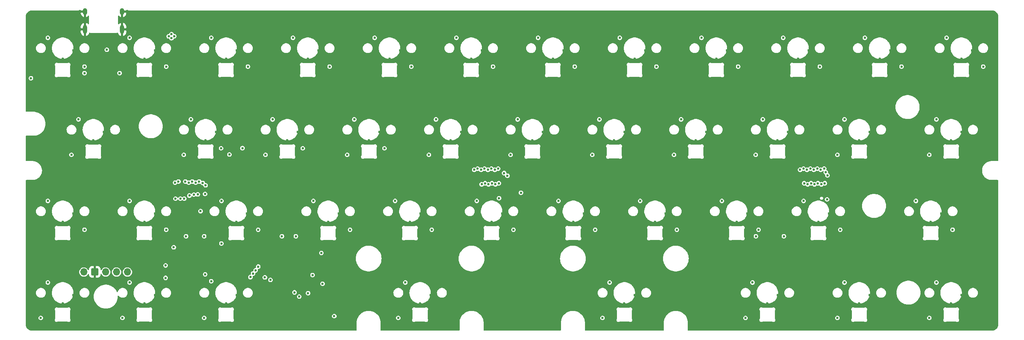
<source format=gbr>
%TF.GenerationSoftware,KiCad,Pcbnew,8.0.4*%
%TF.CreationDate,2024-09-22T03:38:46+02:00*%
%TF.ProjectId,feb42-rounded,66656234-322d-4726-9f75-6e6465642e6b,rev?*%
%TF.SameCoordinates,Original*%
%TF.FileFunction,Copper,L3,Inr*%
%TF.FilePolarity,Positive*%
%FSLAX46Y46*%
G04 Gerber Fmt 4.6, Leading zero omitted, Abs format (unit mm)*
G04 Created by KiCad (PCBNEW 8.0.4) date 2024-09-22 03:38:46*
%MOMM*%
%LPD*%
G01*
G04 APERTURE LIST*
G04 Aperture macros list*
%AMRoundRect*
0 Rectangle with rounded corners*
0 $1 Rounding radius*
0 $2 $3 $4 $5 $6 $7 $8 $9 X,Y pos of 4 corners*
0 Add a 4 corners polygon primitive as box body*
4,1,4,$2,$3,$4,$5,$6,$7,$8,$9,$2,$3,0*
0 Add four circle primitives for the rounded corners*
1,1,$1+$1,$2,$3*
1,1,$1+$1,$4,$5*
1,1,$1+$1,$6,$7*
1,1,$1+$1,$8,$9*
0 Add four rect primitives between the rounded corners*
20,1,$1+$1,$2,$3,$4,$5,0*
20,1,$1+$1,$4,$5,$6,$7,0*
20,1,$1+$1,$6,$7,$8,$9,0*
20,1,$1+$1,$8,$9,$2,$3,0*%
G04 Aperture macros list end*
%TA.AperFunction,ComponentPad*%
%ADD10O,1.000000X2.100000*%
%TD*%
%TA.AperFunction,ComponentPad*%
%ADD11O,1.000000X1.600000*%
%TD*%
%TA.AperFunction,ComponentPad*%
%ADD12O,1.700000X1.700000*%
%TD*%
%TA.AperFunction,ComponentPad*%
%ADD13RoundRect,0.250000X0.600000X-0.600000X0.600000X0.600000X-0.600000X0.600000X-0.600000X-0.600000X0*%
%TD*%
%TA.AperFunction,ViaPad*%
%ADD14C,0.600000*%
%TD*%
%TA.AperFunction,ViaPad*%
%ADD15C,0.800000*%
%TD*%
G04 APERTURE END LIST*
D10*
%TO.N,GND*%
%TO.C,USB1*%
X57570000Y-72030000D03*
D11*
X57570000Y-67850000D03*
D10*
X48930000Y-72030000D03*
D11*
X48930000Y-67850000D03*
%TD*%
D12*
%TO.N,/SWDIO*%
%TO.C,J1*%
X48670001Y-128700000D03*
D13*
%TO.N,GND*%
X51210001Y-128700000D03*
D12*
%TO.N,/SWCLK*%
X53750001Y-128700000D03*
%TO.N,+3V3*%
X56290001Y-128700000D03*
%TO.N,/SWO*%
X58830001Y-128700000D03*
%TD*%
D14*
%TO.N,Net-(LED1-DOUT)*%
X48820000Y-82240000D03*
X57000000Y-82240000D03*
%TO.N,Net-(LED14-DIN)*%
X85640000Y-99770000D03*
X82610000Y-101250000D03*
%TO.N,Net-(LED25-DOUT)*%
X72500000Y-120350000D03*
X76710000Y-120350000D03*
%TO.N,Net-(LED26-DOUT)*%
X98110000Y-120355000D03*
X94850000Y-120355000D03*
%TO.N,Net-(LED32-DOUT)*%
X205380000Y-120355000D03*
X211890000Y-120355000D03*
%TO.N,+3V3*%
X67725000Y-130075000D03*
X67725000Y-127175000D03*
%TO.N,GND*%
X225037500Y-117875000D03*
X203337500Y-115067500D03*
X130762500Y-96017500D03*
X239325000Y-79775000D03*
X169593750Y-140385000D03*
X242531250Y-120355000D03*
X213650000Y-104630000D03*
X65590000Y-71450000D03*
X94200000Y-139625000D03*
X46175000Y-115067500D03*
X138975000Y-78862500D03*
X186262500Y-102285000D03*
X40125000Y-120355000D03*
X117612500Y-96017500D03*
X231912500Y-134117500D03*
X214012500Y-99805000D03*
D15*
X58750000Y-67850000D03*
D14*
X59325000Y-76967500D03*
X231912500Y-96017500D03*
X122375000Y-76967500D03*
X144840000Y-101070000D03*
X103375000Y-137980000D03*
X162787500Y-116962500D03*
X127137500Y-115067500D03*
X116325000Y-82255000D03*
X92662500Y-96017500D03*
X65225000Y-76967500D03*
X191362500Y-97912500D03*
X43725000Y-136012500D03*
D15*
X58750000Y-72030000D03*
D14*
X156862500Y-99805000D03*
X59175001Y-120355000D03*
X47325000Y-137905000D03*
X55072501Y-76805000D03*
X121087500Y-120355000D03*
X236675000Y-76967500D03*
X75730000Y-104120000D03*
X71962500Y-102285000D03*
X80606250Y-120355000D03*
X216487500Y-115067500D03*
X90550000Y-125450000D03*
X129518750Y-134117500D03*
X224362500Y-102285000D03*
X59325000Y-115067500D03*
X187912500Y-96017500D03*
X48825000Y-117875000D03*
X220275000Y-79775000D03*
X81825000Y-78862500D03*
X78375000Y-76967500D03*
X103325000Y-76967500D03*
X167212498Y-102285000D03*
X212862500Y-96017500D03*
X43725000Y-78862500D03*
X201225000Y-79775000D03*
X255725000Y-76967500D03*
X121968750Y-140385000D03*
X102037500Y-120355000D03*
X197437500Y-115067500D03*
X181837500Y-116962500D03*
X73125000Y-114700000D03*
X216337500Y-120355000D03*
X139825000Y-108224999D03*
X159187500Y-120355000D03*
X50947500Y-76795000D03*
X78225000Y-82255000D03*
X143737500Y-116962500D03*
X77062500Y-97912500D03*
X174762500Y-96017500D03*
X65225000Y-115067500D03*
X206962500Y-96017500D03*
X229462500Y-97912500D03*
X62775000Y-116962500D03*
X78175000Y-111900000D03*
X108550000Y-133170000D03*
X54468750Y-99805000D03*
X171243750Y-134117500D03*
X160475000Y-76967500D03*
X179525000Y-76967500D03*
X121237500Y-115067500D03*
X59325000Y-134117500D03*
X84275000Y-76967500D03*
X242681250Y-115067500D03*
X144075000Y-79775000D03*
X102187500Y-115067500D03*
X215175000Y-78862500D03*
X230625000Y-82255000D03*
X140625000Y-107974999D03*
X47418750Y-96017500D03*
X249675000Y-82255000D03*
X40274999Y-134117500D03*
D15*
X47750000Y-72030000D03*
D14*
X229462500Y-136012500D03*
X247443750Y-134117500D03*
X94225000Y-136200000D03*
X226012500Y-96017500D03*
X80756250Y-115067500D03*
X248581250Y-115067500D03*
X250893750Y-97912500D03*
X91012500Y-102285000D03*
X202931250Y-140385000D03*
X217625000Y-76967500D03*
X253275000Y-78862500D03*
X197287500Y-120355000D03*
X174693750Y-136012500D03*
X129787500Y-117875000D03*
X45768750Y-102285000D03*
X163125000Y-79775000D03*
X140137500Y-120355000D03*
X182175000Y-79775000D03*
X230775000Y-76967500D03*
X98562500Y-96017500D03*
X73612500Y-96017500D03*
X67875000Y-117875000D03*
X140287500Y-115067500D03*
X167887500Y-117875000D03*
X211631250Y-137905000D03*
X134212500Y-97912500D03*
X223925000Y-108900000D03*
X98650000Y-127700000D03*
X173475000Y-82255000D03*
X135525000Y-76967500D03*
X219937500Y-116962500D03*
X250893750Y-136012500D03*
X115162500Y-97912500D03*
X97275000Y-82255000D03*
X247443750Y-96017500D03*
X158025000Y-78862500D03*
X245793750Y-140385000D03*
X59175001Y-82255000D03*
X95850000Y-130500000D03*
X253343750Y-96017500D03*
X65225000Y-134117500D03*
X198575000Y-76967500D03*
X135375000Y-82255000D03*
X211725000Y-76967500D03*
X67875000Y-79775000D03*
X40274999Y-115067500D03*
X53318750Y-96017500D03*
X84206250Y-116962500D03*
X110737500Y-117875000D03*
X57675000Y-140385000D03*
X40274999Y-76967500D03*
X137812500Y-99805000D03*
X154575000Y-76967500D03*
X245793750Y-102285000D03*
X210481250Y-134117500D03*
X233062500Y-137905000D03*
X194962500Y-99805000D03*
X159337500Y-115067500D03*
X130668750Y-137905000D03*
X165237500Y-115067500D03*
X79512500Y-96017500D03*
X254493750Y-99805000D03*
X89306250Y-117875000D03*
X77250000Y-72625000D03*
X173625000Y-76967500D03*
X111712500Y-96017500D03*
X110062500Y-102285000D03*
X184287500Y-115067500D03*
X154425000Y-82255000D03*
X258375000Y-79775000D03*
X147925000Y-108900000D03*
X43725000Y-116962500D03*
X148837500Y-117875000D03*
X177075000Y-78862500D03*
X100875000Y-78862500D03*
X146187500Y-115067500D03*
X108087500Y-115067500D03*
X211575000Y-82255000D03*
X168862500Y-96017500D03*
X116475000Y-76967500D03*
X249825000Y-76967500D03*
X40125000Y-82255000D03*
X48825000Y-79775000D03*
X136662500Y-96017500D03*
X106925000Y-137625000D03*
X46175000Y-76967500D03*
X86656250Y-115067500D03*
X155712500Y-96017500D03*
X78375000Y-134117500D03*
X86925000Y-79775000D03*
X71525000Y-107825000D03*
X149812500Y-96017500D03*
X233062500Y-99805000D03*
X113902289Y-130222711D03*
X178293750Y-137905000D03*
X251231250Y-117875000D03*
X67900000Y-107630000D03*
X97424999Y-76967500D03*
X178387500Y-115067500D03*
X205312500Y-102285000D03*
X192675000Y-76967500D03*
X96112500Y-97912500D03*
X120290001Y-127462499D03*
X46175000Y-134117500D03*
X175912500Y-99805000D03*
X105637500Y-116962500D03*
X50868750Y-97912500D03*
X224362500Y-140385000D03*
X254493750Y-137905000D03*
X141425000Y-76967500D03*
X129112500Y-102285000D03*
X246131250Y-116962500D03*
X81825000Y-136012500D03*
X210412500Y-97912500D03*
X62775000Y-136012500D03*
X215825000Y-108224999D03*
X105975000Y-79775000D03*
X85425000Y-137905000D03*
X178237500Y-120355000D03*
X148162500Y-102285000D03*
X204581250Y-134117500D03*
X192525000Y-82255000D03*
X124687500Y-116962500D03*
X76725000Y-140385000D03*
X205987500Y-117875000D03*
D15*
X47750000Y-67850000D03*
D14*
X123618750Y-134117500D03*
X234225000Y-78862500D03*
X66374999Y-137905000D03*
X62775000Y-78862500D03*
X200887500Y-116962500D03*
X137650000Y-104630000D03*
X38625000Y-140385000D03*
X226012500Y-134117500D03*
X119925000Y-78862500D03*
X208031250Y-136012500D03*
X125025000Y-79775000D03*
X90125000Y-133375000D03*
X127068750Y-136012500D03*
X186937500Y-117875000D03*
X221470000Y-100960000D03*
X196125000Y-78862500D03*
X153262500Y-97912500D03*
X253343750Y-134117500D03*
X177143750Y-134117500D03*
X95850000Y-127700000D03*
X98650000Y-130500000D03*
X84275000Y-134117500D03*
X52047501Y-76800000D03*
X172312500Y-97912500D03*
X193812500Y-96017500D03*
X222387500Y-115067500D03*
%TO.N,+5V*%
X86925000Y-80735000D03*
X245793750Y-101325000D03*
X67875000Y-80735000D03*
X167212498Y-101325000D03*
X186262500Y-101325000D03*
X224362500Y-139425000D03*
X38625000Y-139425000D03*
X68450000Y-73650000D03*
X69100000Y-74100000D03*
X121968750Y-139425000D03*
X110062500Y-101325000D03*
X169593750Y-139425000D03*
X182175000Y-80735000D03*
X258375000Y-80735000D03*
X167887500Y-118835000D03*
X148162500Y-101325000D03*
X48825000Y-118835000D03*
X205312500Y-101325000D03*
X36320000Y-83447500D03*
X201225000Y-80735000D03*
X48825000Y-80735000D03*
X91012500Y-101325000D03*
X144075000Y-80735000D03*
X105975000Y-80735000D03*
X54037501Y-76795000D03*
X45768750Y-101325000D03*
X89306250Y-118835000D03*
X224362500Y-101325000D03*
X129112500Y-101325000D03*
X225037500Y-118835000D03*
X205987500Y-118835000D03*
X186937500Y-118835000D03*
X251231250Y-118835000D03*
X57675000Y-139425000D03*
X110737500Y-118835000D03*
X239325000Y-80735000D03*
X129787500Y-118835000D03*
X148837500Y-118835000D03*
X67875000Y-118835000D03*
X163125000Y-80735000D03*
X76725000Y-139425000D03*
X69750000Y-73625000D03*
X71962500Y-101325000D03*
X69100000Y-73150000D03*
X125025000Y-80735000D03*
X245793750Y-139425000D03*
X220275000Y-80735000D03*
X202931250Y-139425000D03*
%TO.N,SW5*%
X116475000Y-74007500D03*
X141275000Y-104825000D03*
%TO.N,SW1*%
X70725000Y-107575000D03*
X40274999Y-74007500D03*
%TO.N,SW2*%
X72325000Y-107575000D03*
X59325000Y-74007500D03*
%TO.N,SW3*%
X73925000Y-107575000D03*
X78375000Y-74007500D03*
%TO.N,SW4*%
X97424999Y-74007500D03*
X74725000Y-107825000D03*
%TO.N,SW6*%
X142075000Y-104575000D03*
X135525000Y-74007500D03*
%TO.N,SW7*%
X142875000Y-104825000D03*
X154575000Y-74007500D03*
%TO.N,SW8*%
X145275000Y-104575000D03*
X173625000Y-74007500D03*
%TO.N,SW9*%
X217275000Y-104825000D03*
X192675000Y-74007500D03*
%TO.N,SW10*%
X218075000Y-104575000D03*
X211725000Y-74007500D03*
%TO.N,SW11*%
X230775000Y-74007500D03*
X218875000Y-104825000D03*
%TO.N,SW12*%
X249825000Y-74007500D03*
X220475000Y-104825000D03*
%TO.N,SW13*%
X69925000Y-107825000D03*
X47418750Y-93057500D03*
%TO.N,SW14*%
X73612500Y-93057500D03*
X73125000Y-107825000D03*
%TO.N,SW15*%
X92662500Y-93057500D03*
X75525000Y-107575000D03*
%TO.N,SW16*%
X111712500Y-93057500D03*
X140474999Y-104575000D03*
%TO.N,SW17*%
X139675000Y-104825000D03*
X130762500Y-93057500D03*
%TO.N,SW18*%
X143675000Y-104575000D03*
X149812500Y-93057500D03*
%TO.N,SW19*%
X144474999Y-104825000D03*
X168862500Y-93057500D03*
%TO.N,SW20*%
X216475000Y-104575000D03*
X187912500Y-93057500D03*
%TO.N,SW21*%
X215675000Y-104825000D03*
X206962500Y-93057500D03*
%TO.N,SW22*%
X219675000Y-104575000D03*
X226012500Y-93057500D03*
%TO.N,SW23*%
X221275000Y-104575000D03*
X247443750Y-93057500D03*
%TO.N,SW24*%
X40274999Y-112107500D03*
X71175000Y-111575000D03*
%TO.N,SW25*%
X70025000Y-111575000D03*
X59325000Y-112107500D03*
%TO.N,SW26*%
X75225000Y-110575000D03*
X80756250Y-112107500D03*
%TO.N,SW27*%
X102187500Y-112107500D03*
X141425000Y-108224999D03*
%TO.N,SW28*%
X142225000Y-107974999D03*
X121237500Y-112107500D03*
%TO.N,SW29*%
X140287500Y-112107500D03*
X143025000Y-108224999D03*
%TO.N,SW30*%
X159337500Y-112107500D03*
X145425000Y-107974999D03*
%TO.N,SW31*%
X178387500Y-112107500D03*
X216624999Y-107974999D03*
%TO.N,SW32*%
X217425000Y-108224999D03*
X197437500Y-112107500D03*
%TO.N,SW33*%
X216487500Y-112107500D03*
X219025000Y-108224999D03*
%TO.N,SW34*%
X221425000Y-107974999D03*
X242681250Y-112107500D03*
%TO.N,SW35*%
X72075000Y-111575000D03*
X40274999Y-131157499D03*
%TO.N,SW36*%
X73275000Y-110850000D03*
X59325000Y-131157499D03*
%TO.N,SW37*%
X74310438Y-110636435D03*
X78375000Y-130850000D03*
%TO.N,SW38*%
X123618750Y-131157499D03*
X143825000Y-107974999D03*
%TO.N,SW39*%
X144625000Y-108224999D03*
X171243750Y-131157499D03*
%TO.N,SW40*%
X218225000Y-107974999D03*
X204581250Y-131157499D03*
%TO.N,SW41*%
X226012500Y-131157499D03*
X219825000Y-107974999D03*
%TO.N,SW42*%
X247443750Y-131157499D03*
X220624999Y-108224999D03*
%TO.N,SEL1*%
X89320000Y-127450000D03*
X145470000Y-111480000D03*
X75880000Y-114490000D03*
%TO.N,SW_COM1*%
X80750000Y-122050000D03*
X98875000Y-134450000D03*
%TO.N,SEL3*%
X87500000Y-129900000D03*
X221670000Y-105420000D03*
X146670000Y-105606196D03*
X76375693Y-107907911D03*
%TO.N,SEL4*%
X222043698Y-106127357D03*
X88120000Y-129060000D03*
X77050000Y-108450000D03*
X147430000Y-106231196D03*
%TO.N,SEL2*%
X88720000Y-128300000D03*
X150590000Y-110180000D03*
X76928749Y-110477499D03*
X221958456Y-111742341D03*
%TO.N,SW_COM2*%
X100950000Y-133650000D03*
X104050000Y-124250000D03*
%TO.N,/BOOT*%
X104325000Y-131450000D03*
X92175000Y-130550000D03*
%TO.N,unconnected-(LED14-VSS-Pad1)*%
X80662500Y-99805000D03*
%TO.N,unconnected-(LED15-VSS-Pad1)*%
X99712500Y-99805000D03*
%TO.N,unconnected-(LED16-VSS-Pad1)*%
X118762500Y-99805000D03*
%TO.N,/NRST*%
X107050000Y-139000001D03*
X97780053Y-133460842D03*
%TO.N,RGB_DATA*%
X76950000Y-129250000D03*
X69625000Y-122925000D03*
X102000000Y-129400000D03*
X90875000Y-129957500D03*
%TD*%
%TA.AperFunction,Conductor*%
%TO.N,GND*%
G36*
X48630000Y-68100000D02*
G01*
X47930000Y-68100000D01*
X47930000Y-68248495D01*
X47968427Y-68441681D01*
X47968430Y-68441693D01*
X48043807Y-68623671D01*
X48043814Y-68623684D01*
X48153248Y-68787462D01*
X48153251Y-68787466D01*
X48292533Y-68926748D01*
X48292537Y-68926751D01*
X48456315Y-69036185D01*
X48456328Y-69036192D01*
X48638308Y-69111569D01*
X48680000Y-69119862D01*
X48680000Y-68316988D01*
X48689940Y-68334205D01*
X48745795Y-68390060D01*
X48814204Y-68429556D01*
X48890504Y-68450000D01*
X48969496Y-68450000D01*
X49045796Y-68429556D01*
X49114205Y-68390060D01*
X49170060Y-68334205D01*
X49180000Y-68316988D01*
X49180000Y-69119862D01*
X49221690Y-69111569D01*
X49221692Y-69111569D01*
X49403671Y-69036192D01*
X49403684Y-69036185D01*
X49567462Y-68926751D01*
X49567466Y-68926748D01*
X49638319Y-68855896D01*
X49699642Y-68822411D01*
X49769334Y-68827395D01*
X49825267Y-68869267D01*
X49849684Y-68934731D01*
X49850000Y-68943577D01*
X49850000Y-70686423D01*
X49830315Y-70753462D01*
X49777511Y-70799217D01*
X49708353Y-70809161D01*
X49644797Y-70780136D01*
X49638319Y-70774104D01*
X49567466Y-70703251D01*
X49567462Y-70703248D01*
X49403684Y-70593814D01*
X49403671Y-70593807D01*
X49221691Y-70518429D01*
X49221683Y-70518427D01*
X49180000Y-70510135D01*
X49180000Y-71313011D01*
X49170060Y-71295795D01*
X49114205Y-71239940D01*
X49045796Y-71200444D01*
X48969496Y-71180000D01*
X48890504Y-71180000D01*
X48814204Y-71200444D01*
X48745795Y-71239940D01*
X48689940Y-71295795D01*
X48680000Y-71313011D01*
X48680000Y-70510136D01*
X48679999Y-70510135D01*
X48638316Y-70518427D01*
X48638308Y-70518429D01*
X48456328Y-70593807D01*
X48456315Y-70593814D01*
X48292537Y-70703248D01*
X48292533Y-70703251D01*
X48153251Y-70842533D01*
X48153248Y-70842537D01*
X48043814Y-71006315D01*
X48043807Y-71006328D01*
X47968430Y-71188306D01*
X47968427Y-71188318D01*
X47930000Y-71381504D01*
X47930000Y-71780000D01*
X48630000Y-71780000D01*
X48630000Y-72280000D01*
X47930000Y-72280000D01*
X47930000Y-72678495D01*
X47968427Y-72871681D01*
X47968430Y-72871693D01*
X48043807Y-73053671D01*
X48043814Y-73053684D01*
X48153248Y-73217462D01*
X48153251Y-73217466D01*
X48292533Y-73356748D01*
X48292537Y-73356751D01*
X48456315Y-73466185D01*
X48456328Y-73466192D01*
X48638308Y-73541569D01*
X48680000Y-73549862D01*
X48680000Y-72746988D01*
X48689940Y-72764205D01*
X48745795Y-72820060D01*
X48814204Y-72859556D01*
X48890504Y-72880000D01*
X48969496Y-72880000D01*
X49045796Y-72859556D01*
X49114205Y-72820060D01*
X49170060Y-72764205D01*
X49180000Y-72746988D01*
X49180000Y-73549862D01*
X49221690Y-73541569D01*
X49221692Y-73541569D01*
X49403671Y-73466192D01*
X49403684Y-73466185D01*
X49567462Y-73356751D01*
X49567466Y-73356748D01*
X49706748Y-73217466D01*
X49706751Y-73217462D01*
X49816185Y-73053684D01*
X49816187Y-73053680D01*
X49891071Y-72872891D01*
X49934912Y-72818487D01*
X50001206Y-72796422D01*
X50068905Y-72813701D01*
X50071976Y-72815583D01*
X50072210Y-72815731D01*
X50072214Y-72815734D01*
X50092948Y-72828864D01*
X50114301Y-72840960D01*
X50136222Y-72851994D01*
X50158658Y-72861939D01*
X50181555Y-72870772D01*
X50204842Y-72878465D01*
X50204860Y-72878471D01*
X50207004Y-72879064D01*
X50228509Y-72885015D01*
X50252454Y-72890392D01*
X50252476Y-72890395D01*
X50252486Y-72890398D01*
X50262584Y-72892149D01*
X50276634Y-72894588D01*
X50300991Y-72897592D01*
X50325466Y-72899397D01*
X50350000Y-72900000D01*
X50350019Y-72900000D01*
X56149981Y-72900000D01*
X56150000Y-72900000D01*
X56174533Y-72899397D01*
X56199008Y-72897592D01*
X56223365Y-72894588D01*
X56241334Y-72891469D01*
X56247512Y-72890398D01*
X56247517Y-72890396D01*
X56247545Y-72890392D01*
X56271490Y-72885015D01*
X56295142Y-72878470D01*
X56318444Y-72870772D01*
X56341341Y-72861939D01*
X56363777Y-72851994D01*
X56385698Y-72840960D01*
X56407051Y-72828864D01*
X56407073Y-72828849D01*
X56407090Y-72828840D01*
X56428020Y-72815585D01*
X56495188Y-72796346D01*
X56562096Y-72816475D01*
X56607499Y-72869582D01*
X56608926Y-72872890D01*
X56683809Y-73053675D01*
X56683814Y-73053684D01*
X56793248Y-73217462D01*
X56793251Y-73217466D01*
X56932533Y-73356748D01*
X56932537Y-73356751D01*
X57096315Y-73466185D01*
X57096328Y-73466192D01*
X57278308Y-73541569D01*
X57320000Y-73549862D01*
X57320000Y-72746988D01*
X57329940Y-72764205D01*
X57385795Y-72820060D01*
X57454204Y-72859556D01*
X57530504Y-72880000D01*
X57609496Y-72880000D01*
X57685796Y-72859556D01*
X57754205Y-72820060D01*
X57810060Y-72764205D01*
X57820000Y-72746988D01*
X57820000Y-73549862D01*
X57861690Y-73541569D01*
X57861692Y-73541569D01*
X58043671Y-73466192D01*
X58043684Y-73466185D01*
X58207462Y-73356751D01*
X58207466Y-73356748D01*
X58346748Y-73217466D01*
X58346751Y-73217462D01*
X58456185Y-73053684D01*
X58456192Y-73053671D01*
X58531569Y-72871693D01*
X58531572Y-72871681D01*
X58569999Y-72678495D01*
X58570000Y-72678492D01*
X58570000Y-72280000D01*
X57870000Y-72280000D01*
X57870000Y-71780000D01*
X58570000Y-71780000D01*
X58570000Y-71381508D01*
X58569999Y-71381504D01*
X58531572Y-71188318D01*
X58531569Y-71188306D01*
X58456192Y-71006328D01*
X58456185Y-71006315D01*
X58346751Y-70842537D01*
X58346748Y-70842533D01*
X58207466Y-70703251D01*
X58207462Y-70703248D01*
X58043684Y-70593814D01*
X58043671Y-70593807D01*
X57861691Y-70518429D01*
X57861683Y-70518427D01*
X57820000Y-70510135D01*
X57820000Y-71313011D01*
X57810060Y-71295795D01*
X57754205Y-71239940D01*
X57685796Y-71200444D01*
X57609496Y-71180000D01*
X57530504Y-71180000D01*
X57454204Y-71200444D01*
X57385795Y-71239940D01*
X57329940Y-71295795D01*
X57320000Y-71313011D01*
X57320000Y-70510136D01*
X57319999Y-70510135D01*
X57278316Y-70518427D01*
X57278308Y-70518429D01*
X57096328Y-70593807D01*
X57096315Y-70593814D01*
X56932537Y-70703248D01*
X56932533Y-70703251D01*
X56861681Y-70774104D01*
X56800358Y-70807589D01*
X56730666Y-70802605D01*
X56674733Y-70760733D01*
X56650316Y-70695269D01*
X56650000Y-70686423D01*
X56650000Y-68943577D01*
X56669685Y-68876538D01*
X56722489Y-68830783D01*
X56791647Y-68820839D01*
X56855203Y-68849864D01*
X56861681Y-68855896D01*
X56932533Y-68926748D01*
X56932537Y-68926751D01*
X57096315Y-69036185D01*
X57096328Y-69036192D01*
X57278308Y-69111569D01*
X57320000Y-69119862D01*
X57320000Y-68316988D01*
X57329940Y-68334205D01*
X57385795Y-68390060D01*
X57454204Y-68429556D01*
X57530504Y-68450000D01*
X57609496Y-68450000D01*
X57685796Y-68429556D01*
X57754205Y-68390060D01*
X57810060Y-68334205D01*
X57820000Y-68316988D01*
X57820000Y-69119862D01*
X57861690Y-69111569D01*
X57861692Y-69111569D01*
X58043671Y-69036192D01*
X58043684Y-69036185D01*
X58207462Y-68926751D01*
X58207466Y-68926748D01*
X58346748Y-68787466D01*
X58346751Y-68787462D01*
X58456185Y-68623684D01*
X58456192Y-68623671D01*
X58531569Y-68441693D01*
X58531572Y-68441681D01*
X58569999Y-68248495D01*
X58570000Y-68248492D01*
X58570000Y-68100000D01*
X57870000Y-68100000D01*
X57870000Y-67600000D01*
X148500000Y-67600000D01*
X260398802Y-67600000D01*
X260401192Y-67600022D01*
X260509322Y-67602108D01*
X260526328Y-67603612D01*
X260741078Y-67637625D01*
X260759998Y-67642167D01*
X260965648Y-67708987D01*
X260983617Y-67716429D01*
X261176284Y-67814598D01*
X261192875Y-67824765D01*
X261367811Y-67951864D01*
X261382606Y-67964501D01*
X261535498Y-68117393D01*
X261548135Y-68132188D01*
X261675234Y-68307124D01*
X261685401Y-68323715D01*
X261783568Y-68516378D01*
X261791014Y-68534355D01*
X261857832Y-68740001D01*
X261862374Y-68758921D01*
X261896387Y-68973671D01*
X261897891Y-68990677D01*
X261899977Y-69098806D01*
X261900000Y-69101198D01*
X261900000Y-102547284D01*
X261899881Y-102552715D01*
X261898796Y-102577464D01*
X261889475Y-102619487D01*
X261869544Y-102667603D01*
X261842665Y-102707830D01*
X261807830Y-102742665D01*
X261767603Y-102769544D01*
X261719487Y-102789475D01*
X261677464Y-102798796D01*
X261661529Y-102799494D01*
X261652713Y-102799881D01*
X261647285Y-102800000D01*
X260300000Y-102800000D01*
X260217689Y-102801330D01*
X260155948Y-102802328D01*
X260155947Y-102802328D01*
X259896301Y-102836512D01*
X259870336Y-102839931D01*
X259795775Y-102859909D01*
X259592067Y-102914492D01*
X259325920Y-103024733D01*
X259325906Y-103024740D01*
X259076414Y-103168785D01*
X258847866Y-103344156D01*
X258847859Y-103344162D01*
X258644162Y-103547859D01*
X258644156Y-103547866D01*
X258468785Y-103776414D01*
X258324740Y-104025906D01*
X258324733Y-104025920D01*
X258214492Y-104292067D01*
X258139931Y-104570337D01*
X258102328Y-104855947D01*
X258102328Y-104855948D01*
X258100000Y-105000000D01*
X258102328Y-105144051D01*
X258102328Y-105144052D01*
X258128282Y-105341181D01*
X258139931Y-105429664D01*
X258169248Y-105539077D01*
X258214492Y-105707932D01*
X258324733Y-105974079D01*
X258324740Y-105974093D01*
X258334025Y-105990175D01*
X258468782Y-106223581D01*
X258468784Y-106223584D01*
X258468785Y-106223585D01*
X258644156Y-106452133D01*
X258644162Y-106452140D01*
X258847859Y-106655837D01*
X258847866Y-106655843D01*
X258961673Y-106743170D01*
X259076419Y-106831218D01*
X259325909Y-106975261D01*
X259325914Y-106975263D01*
X259325920Y-106975266D01*
X259463558Y-107032277D01*
X259592066Y-107085507D01*
X259870336Y-107160069D01*
X260115839Y-107192390D01*
X260155948Y-107197671D01*
X260155949Y-107197671D01*
X260155957Y-107197672D01*
X260300000Y-107200000D01*
X261647285Y-107200000D01*
X261652711Y-107200119D01*
X261657488Y-107200328D01*
X261677462Y-107201203D01*
X261719487Y-107210524D01*
X261767603Y-107230455D01*
X261807830Y-107257334D01*
X261842665Y-107292169D01*
X261869544Y-107332396D01*
X261889475Y-107380512D01*
X261898796Y-107422535D01*
X261899881Y-107447284D01*
X261900000Y-107452715D01*
X261900000Y-140898801D01*
X261899977Y-140901193D01*
X261897891Y-141009322D01*
X261896387Y-141026328D01*
X261862374Y-141241078D01*
X261857832Y-141259998D01*
X261791014Y-141465644D01*
X261783568Y-141483621D01*
X261685401Y-141676284D01*
X261675234Y-141692875D01*
X261548135Y-141867811D01*
X261535498Y-141882606D01*
X261382606Y-142035498D01*
X261367811Y-142048135D01*
X261192875Y-142175234D01*
X261176284Y-142185401D01*
X260983621Y-142283568D01*
X260965644Y-142291014D01*
X260759998Y-142357832D01*
X260741078Y-142362374D01*
X260526328Y-142396387D01*
X260509322Y-142397891D01*
X260403999Y-142399922D01*
X260401191Y-142399977D01*
X260398802Y-142400000D01*
X189617750Y-142400000D01*
X189550711Y-142380315D01*
X189504956Y-142327511D01*
X189493750Y-142276000D01*
X189493750Y-140574998D01*
X189481188Y-140359325D01*
X189474817Y-140249940D01*
X189458455Y-140157148D01*
X189423420Y-139958451D01*
X206176324Y-139958451D01*
X206176324Y-139958454D01*
X206205936Y-140075060D01*
X206205936Y-140075061D01*
X206210925Y-140083935D01*
X206264896Y-140179939D01*
X206349133Y-140265843D01*
X206452833Y-140326847D01*
X206568841Y-140358741D01*
X206689153Y-140359325D01*
X206805465Y-140328558D01*
X206805468Y-140328556D01*
X206805469Y-140328556D01*
X206903750Y-140272017D01*
X206965583Y-140255500D01*
X208011259Y-140255500D01*
X209097058Y-140255500D01*
X209158891Y-140272017D01*
X209257061Y-140328493D01*
X209373356Y-140359255D01*
X209493649Y-140358672D01*
X209493653Y-140358671D01*
X209493654Y-140358671D01*
X209560550Y-140340278D01*
X209609640Y-140326782D01*
X209713324Y-140265788D01*
X209797548Y-140179897D01*
X209856498Y-140075036D01*
X209886107Y-139958443D01*
X209884332Y-139838161D01*
X209863686Y-139765877D01*
X209851296Y-139722494D01*
X209816330Y-139664380D01*
X209794549Y-139628179D01*
X209776801Y-139564252D01*
X209776801Y-139424999D01*
X223832465Y-139424999D01*
X223832465Y-139425000D01*
X223850526Y-139562181D01*
X223850527Y-139562186D01*
X223903474Y-139690015D01*
X223903475Y-139690017D01*
X223903476Y-139690018D01*
X223987709Y-139799791D01*
X224097482Y-139884024D01*
X224225317Y-139936974D01*
X224348202Y-139953152D01*
X224362499Y-139955035D01*
X224362500Y-139955035D01*
X224362501Y-139955035D01*
X224375447Y-139953330D01*
X224499683Y-139936974D01*
X224627518Y-139884024D01*
X224737291Y-139799791D01*
X224821524Y-139690018D01*
X224874474Y-139562183D01*
X224892535Y-139425000D01*
X224874474Y-139287817D01*
X224821524Y-139159983D01*
X224737291Y-139050209D01*
X224737289Y-139050208D01*
X224737289Y-139050207D01*
X224627515Y-138965974D01*
X224499686Y-138913027D01*
X224499684Y-138913026D01*
X224499683Y-138913026D01*
X224408227Y-138900985D01*
X224362501Y-138894965D01*
X224362499Y-138894965D01*
X224293908Y-138903995D01*
X224225317Y-138913026D01*
X224225316Y-138913026D01*
X224225313Y-138913027D01*
X224097485Y-138965974D01*
X223987709Y-139050209D01*
X223903474Y-139159985D01*
X223850527Y-139287813D01*
X223850526Y-139287818D01*
X223832465Y-139424999D01*
X209776801Y-139424999D01*
X209776801Y-137745882D01*
X209794551Y-137681953D01*
X209851359Y-137587538D01*
X209851359Y-137587537D01*
X209851360Y-137587536D01*
X209884401Y-137471849D01*
X209886176Y-137351549D01*
X209886171Y-137351529D01*
X227607661Y-137351529D01*
X227607661Y-137351534D01*
X227609429Y-137471820D01*
X227609430Y-137471822D01*
X227642315Y-137586988D01*
X227642459Y-137587490D01*
X227684762Y-137657813D01*
X227699205Y-137681821D01*
X227716949Y-137745740D01*
X227716949Y-139564260D01*
X227699205Y-139628178D01*
X227677428Y-139664380D01*
X227642458Y-139722511D01*
X227609430Y-139838177D01*
X227609429Y-139838179D01*
X227607661Y-139958465D01*
X227607661Y-139958470D01*
X227637273Y-140075058D01*
X227637274Y-140075060D01*
X227650318Y-140098261D01*
X227696226Y-140179920D01*
X227696228Y-140179923D01*
X227764874Y-140249928D01*
X227780451Y-140265813D01*
X227884136Y-140326810D01*
X227884138Y-140326810D01*
X227884139Y-140326811D01*
X227942131Y-140342757D01*
X228000123Y-140358703D01*
X228000127Y-140358704D01*
X228120422Y-140359293D01*
X228236720Y-140328538D01*
X228258650Y-140315924D01*
X228334998Y-140272012D01*
X228396822Y-140255500D01*
X229442509Y-140255500D01*
X230528178Y-140255500D01*
X230590002Y-140272012D01*
X230688276Y-140328536D01*
X230688278Y-140328537D01*
X230688280Y-140328538D01*
X230804578Y-140359293D01*
X230924873Y-140358704D01*
X230924876Y-140358703D01*
X230924878Y-140358703D01*
X231034514Y-140328556D01*
X231040864Y-140326810D01*
X231144549Y-140265813D01*
X231228773Y-140179921D01*
X231287726Y-140075060D01*
X231317339Y-139958466D01*
X231317339Y-139958451D01*
X249038824Y-139958451D01*
X249038824Y-139958454D01*
X249068436Y-140075060D01*
X249068436Y-140075061D01*
X249073425Y-140083935D01*
X249127396Y-140179939D01*
X249211633Y-140265843D01*
X249315333Y-140326847D01*
X249431341Y-140358741D01*
X249551653Y-140359325D01*
X249667965Y-140328558D01*
X249667968Y-140328556D01*
X249667969Y-140328556D01*
X249766250Y-140272017D01*
X249828083Y-140255500D01*
X250873759Y-140255500D01*
X251959558Y-140255500D01*
X252021391Y-140272017D01*
X252119561Y-140328493D01*
X252235856Y-140359255D01*
X252356149Y-140358672D01*
X252356153Y-140358671D01*
X252356154Y-140358671D01*
X252423050Y-140340278D01*
X252472140Y-140326782D01*
X252575824Y-140265788D01*
X252660048Y-140179897D01*
X252718998Y-140075036D01*
X252748607Y-139958443D01*
X252746832Y-139838161D01*
X252726186Y-139765877D01*
X252713796Y-139722494D01*
X252678830Y-139664380D01*
X252657049Y-139628179D01*
X252639301Y-139564252D01*
X252639301Y-137745882D01*
X252657051Y-137681953D01*
X252713859Y-137587538D01*
X252713859Y-137587537D01*
X252713860Y-137587536D01*
X252746901Y-137471849D01*
X252748676Y-137351549D01*
X252719063Y-137234938D01*
X252660104Y-137130061D01*
X252575867Y-137044157D01*
X252472167Y-136983153D01*
X252356159Y-136951259D01*
X252235847Y-136950675D01*
X252235846Y-136950675D01*
X252119530Y-136981443D01*
X252021250Y-137037983D01*
X251959417Y-137054500D01*
X249827942Y-137054500D01*
X249766109Y-137037983D01*
X249667941Y-136981508D01*
X249667936Y-136981506D01*
X249616958Y-136968021D01*
X249551644Y-136950745D01*
X249551643Y-136950745D01*
X249431349Y-136951328D01*
X249431345Y-136951328D01*
X249315360Y-136983217D01*
X249315357Y-136983219D01*
X249211678Y-137044210D01*
X249211676Y-137044211D01*
X249127453Y-137130101D01*
X249068501Y-137234964D01*
X249068501Y-137234965D01*
X249038893Y-137351553D01*
X249038893Y-137351555D01*
X249040668Y-137471839D01*
X249073703Y-137587505D01*
X249084870Y-137606065D01*
X249130450Y-137681821D01*
X249148199Y-137745747D01*
X249148199Y-139564118D01*
X249130449Y-139628047D01*
X249073640Y-139722461D01*
X249073639Y-139722465D01*
X249040599Y-139838149D01*
X249038824Y-139958451D01*
X231317339Y-139958451D01*
X231315571Y-139838183D01*
X231282541Y-139722510D01*
X231225794Y-139628178D01*
X231208051Y-139564260D01*
X231208051Y-139424999D01*
X245263715Y-139424999D01*
X245263715Y-139425000D01*
X245281776Y-139562181D01*
X245281777Y-139562186D01*
X245334724Y-139690015D01*
X245334725Y-139690017D01*
X245334726Y-139690018D01*
X245418959Y-139799791D01*
X245528732Y-139884024D01*
X245656567Y-139936974D01*
X245779452Y-139953152D01*
X245793749Y-139955035D01*
X245793750Y-139955035D01*
X245793751Y-139955035D01*
X245806697Y-139953330D01*
X245930933Y-139936974D01*
X246058768Y-139884024D01*
X246168541Y-139799791D01*
X246252774Y-139690018D01*
X246305724Y-139562183D01*
X246323785Y-139425000D01*
X246305724Y-139287817D01*
X246252774Y-139159983D01*
X246168541Y-139050209D01*
X246168539Y-139050208D01*
X246168539Y-139050207D01*
X246058765Y-138965974D01*
X245930936Y-138913027D01*
X245930934Y-138913026D01*
X245930933Y-138913026D01*
X245839477Y-138900985D01*
X245793751Y-138894965D01*
X245793749Y-138894965D01*
X245725158Y-138903995D01*
X245656567Y-138913026D01*
X245656566Y-138913026D01*
X245656563Y-138913027D01*
X245528735Y-138965974D01*
X245418959Y-139050209D01*
X245334724Y-139159985D01*
X245281777Y-139287813D01*
X245281776Y-139287818D01*
X245263715Y-139424999D01*
X231208051Y-139424999D01*
X231208051Y-137745740D01*
X231225795Y-137681821D01*
X231231657Y-137672077D01*
X231282541Y-137587490D01*
X231315571Y-137471817D01*
X231317339Y-137351534D01*
X231287726Y-137234940D01*
X231228773Y-137130079D01*
X231228771Y-137130076D01*
X231144554Y-137044192D01*
X231144553Y-137044191D01*
X231144549Y-137044187D01*
X231075425Y-137003522D01*
X231040866Y-136983191D01*
X231040860Y-136983188D01*
X230924875Y-136951296D01*
X230924881Y-136951296D01*
X230828637Y-136950824D01*
X230804578Y-136950707D01*
X230804577Y-136950707D01*
X230804576Y-136950707D01*
X230688278Y-136981462D01*
X230688276Y-136981463D01*
X230590002Y-137037988D01*
X230528178Y-137054500D01*
X228396822Y-137054500D01*
X228334998Y-137037988D01*
X228236723Y-136981463D01*
X228236721Y-136981462D01*
X228120423Y-136950707D01*
X228120422Y-136950707D01*
X228103237Y-136950791D01*
X228000121Y-136951296D01*
X227884139Y-136983188D01*
X227884133Y-136983191D01*
X227780454Y-137044185D01*
X227780445Y-137044192D01*
X227696228Y-137130076D01*
X227696226Y-137130079D01*
X227637273Y-137234941D01*
X227607661Y-137351529D01*
X209886171Y-137351529D01*
X209856563Y-137234938D01*
X209797604Y-137130061D01*
X209713367Y-137044157D01*
X209609667Y-136983153D01*
X209493659Y-136951259D01*
X209373347Y-136950675D01*
X209373346Y-136950675D01*
X209257030Y-136981443D01*
X209158750Y-137037983D01*
X209096917Y-137054500D01*
X206965442Y-137054500D01*
X206903609Y-137037983D01*
X206805441Y-136981508D01*
X206805436Y-136981506D01*
X206754458Y-136968021D01*
X206689144Y-136950745D01*
X206689143Y-136950745D01*
X206568849Y-136951328D01*
X206568845Y-136951328D01*
X206452860Y-136983217D01*
X206452857Y-136983219D01*
X206349178Y-137044210D01*
X206349176Y-137044211D01*
X206264953Y-137130101D01*
X206206001Y-137234964D01*
X206206001Y-137234965D01*
X206176393Y-137351553D01*
X206176393Y-137351555D01*
X206178168Y-137471839D01*
X206211203Y-137587505D01*
X206222370Y-137606065D01*
X206267950Y-137681821D01*
X206285699Y-137745747D01*
X206285699Y-139564118D01*
X206267949Y-139628047D01*
X206211140Y-139722461D01*
X206211139Y-139722465D01*
X206178099Y-139838149D01*
X206176324Y-139958451D01*
X189423420Y-139958451D01*
X189418279Y-139929293D01*
X189418278Y-139929292D01*
X189418276Y-139929276D01*
X189324889Y-139617344D01*
X189241920Y-139424999D01*
X202401215Y-139424999D01*
X202401215Y-139425000D01*
X202419276Y-139562181D01*
X202419277Y-139562186D01*
X202472224Y-139690015D01*
X202472225Y-139690017D01*
X202472226Y-139690018D01*
X202556459Y-139799791D01*
X202666232Y-139884024D01*
X202794067Y-139936974D01*
X202916952Y-139953152D01*
X202931249Y-139955035D01*
X202931250Y-139955035D01*
X202931251Y-139955035D01*
X202944197Y-139953330D01*
X203068433Y-139936974D01*
X203196268Y-139884024D01*
X203306041Y-139799791D01*
X203390274Y-139690018D01*
X203443224Y-139562183D01*
X203461285Y-139425000D01*
X203443224Y-139287817D01*
X203390274Y-139159983D01*
X203306041Y-139050209D01*
X203306039Y-139050208D01*
X203306039Y-139050207D01*
X203196265Y-138965974D01*
X203068436Y-138913027D01*
X203068434Y-138913026D01*
X203068433Y-138913026D01*
X202976977Y-138900985D01*
X202931251Y-138894965D01*
X202931249Y-138894965D01*
X202862658Y-138903995D01*
X202794067Y-138913026D01*
X202794066Y-138913026D01*
X202794063Y-138913027D01*
X202666235Y-138965974D01*
X202556459Y-139050209D01*
X202472224Y-139159985D01*
X202419277Y-139287813D01*
X202419276Y-139287818D01*
X202401215Y-139424999D01*
X189241920Y-139424999D01*
X189195921Y-139318362D01*
X189033116Y-139036375D01*
X189033115Y-139036373D01*
X188838685Y-138775209D01*
X188838678Y-138775201D01*
X188838674Y-138775195D01*
X188615227Y-138538354D01*
X188615219Y-138538347D01*
X188615218Y-138538346D01*
X188365798Y-138329057D01*
X188229772Y-138239592D01*
X188093750Y-138150129D01*
X188088822Y-138147654D01*
X187802780Y-138003998D01*
X187802779Y-138003997D01*
X187496805Y-137892631D01*
X187496803Y-137892630D01*
X187496799Y-137892629D01*
X187471822Y-137886709D01*
X187179980Y-137817540D01*
X187179965Y-137817538D01*
X186856556Y-137779737D01*
X186530944Y-137779737D01*
X186247961Y-137812812D01*
X186207534Y-137817538D01*
X186207519Y-137817540D01*
X185890709Y-137892627D01*
X185890701Y-137892629D01*
X185890699Y-137892629D01*
X185890694Y-137892631D01*
X185584720Y-138003997D01*
X185584719Y-138003998D01*
X185293753Y-138150127D01*
X185021701Y-138329057D01*
X184772281Y-138538346D01*
X184772280Y-138538347D01*
X184772274Y-138538352D01*
X184772273Y-138538354D01*
X184548826Y-138775195D01*
X184548823Y-138775198D01*
X184548821Y-138775201D01*
X184548814Y-138775209D01*
X184354384Y-139036373D01*
X184191581Y-139318357D01*
X184191575Y-139318370D01*
X184062611Y-139617342D01*
X184031131Y-139722494D01*
X183969224Y-139929276D01*
X183969223Y-139929282D01*
X183969220Y-139929293D01*
X183912684Y-140249928D01*
X183912683Y-140249939D01*
X183893750Y-140574998D01*
X183893750Y-142276000D01*
X183874065Y-142343039D01*
X183821261Y-142388794D01*
X183769750Y-142400000D01*
X165617750Y-142400000D01*
X165550711Y-142380315D01*
X165504956Y-142327511D01*
X165493750Y-142276000D01*
X165493750Y-140574998D01*
X165481188Y-140359325D01*
X165474817Y-140249940D01*
X165458455Y-140157148D01*
X165423420Y-139958451D01*
X172838824Y-139958451D01*
X172838824Y-139958454D01*
X172868436Y-140075060D01*
X172868436Y-140075061D01*
X172873425Y-140083935D01*
X172927396Y-140179939D01*
X173011633Y-140265843D01*
X173115333Y-140326847D01*
X173231341Y-140358741D01*
X173351653Y-140359325D01*
X173467965Y-140328558D01*
X173467968Y-140328556D01*
X173467969Y-140328556D01*
X173566250Y-140272017D01*
X173628083Y-140255500D01*
X174673759Y-140255500D01*
X175759558Y-140255500D01*
X175821391Y-140272017D01*
X175919561Y-140328493D01*
X176035856Y-140359255D01*
X176156149Y-140358672D01*
X176156153Y-140358671D01*
X176156154Y-140358671D01*
X176223050Y-140340278D01*
X176272140Y-140326782D01*
X176375824Y-140265788D01*
X176460048Y-140179897D01*
X176518998Y-140075036D01*
X176548607Y-139958443D01*
X176546832Y-139838161D01*
X176526186Y-139765877D01*
X176513796Y-139722494D01*
X176478830Y-139664380D01*
X176457049Y-139628179D01*
X176439301Y-139564252D01*
X176439301Y-137745882D01*
X176457051Y-137681953D01*
X176513859Y-137587538D01*
X176513859Y-137587537D01*
X176513860Y-137587536D01*
X176546901Y-137471849D01*
X176548676Y-137351549D01*
X176519063Y-137234938D01*
X176460104Y-137130061D01*
X176375867Y-137044157D01*
X176272167Y-136983153D01*
X176156159Y-136951259D01*
X176035847Y-136950675D01*
X176035846Y-136950675D01*
X175919530Y-136981443D01*
X175821250Y-137037983D01*
X175759417Y-137054500D01*
X173627942Y-137054500D01*
X173566109Y-137037983D01*
X173467941Y-136981508D01*
X173467936Y-136981506D01*
X173416958Y-136968021D01*
X173351644Y-136950745D01*
X173351643Y-136950745D01*
X173231349Y-136951328D01*
X173231345Y-136951328D01*
X173115360Y-136983217D01*
X173115357Y-136983219D01*
X173011678Y-137044210D01*
X173011676Y-137044211D01*
X172927453Y-137130101D01*
X172868501Y-137234964D01*
X172868501Y-137234965D01*
X172838893Y-137351553D01*
X172838893Y-137351555D01*
X172840668Y-137471839D01*
X172873703Y-137587505D01*
X172884870Y-137606065D01*
X172930450Y-137681821D01*
X172948199Y-137745747D01*
X172948199Y-139564118D01*
X172930449Y-139628047D01*
X172873640Y-139722461D01*
X172873639Y-139722465D01*
X172840599Y-139838149D01*
X172838824Y-139958451D01*
X165423420Y-139958451D01*
X165418279Y-139929293D01*
X165418278Y-139929292D01*
X165418276Y-139929276D01*
X165324889Y-139617344D01*
X165241920Y-139424999D01*
X169063715Y-139424999D01*
X169063715Y-139425000D01*
X169081776Y-139562181D01*
X169081777Y-139562186D01*
X169134724Y-139690015D01*
X169134725Y-139690017D01*
X169134726Y-139690018D01*
X169218959Y-139799791D01*
X169328732Y-139884024D01*
X169456567Y-139936974D01*
X169579452Y-139953152D01*
X169593749Y-139955035D01*
X169593750Y-139955035D01*
X169593751Y-139955035D01*
X169606697Y-139953330D01*
X169730933Y-139936974D01*
X169858768Y-139884024D01*
X169968541Y-139799791D01*
X170052774Y-139690018D01*
X170105724Y-139562183D01*
X170123785Y-139425000D01*
X170105724Y-139287817D01*
X170052774Y-139159983D01*
X169968541Y-139050209D01*
X169968539Y-139050208D01*
X169968539Y-139050207D01*
X169858765Y-138965974D01*
X169730936Y-138913027D01*
X169730934Y-138913026D01*
X169730933Y-138913026D01*
X169639477Y-138900985D01*
X169593751Y-138894965D01*
X169593749Y-138894965D01*
X169525158Y-138903995D01*
X169456567Y-138913026D01*
X169456566Y-138913026D01*
X169456563Y-138913027D01*
X169328735Y-138965974D01*
X169218959Y-139050209D01*
X169134724Y-139159985D01*
X169081777Y-139287813D01*
X169081776Y-139287818D01*
X169063715Y-139424999D01*
X165241920Y-139424999D01*
X165195921Y-139318362D01*
X165033116Y-139036375D01*
X165033115Y-139036373D01*
X164838685Y-138775209D01*
X164838678Y-138775201D01*
X164838674Y-138775195D01*
X164615227Y-138538354D01*
X164615219Y-138538347D01*
X164615218Y-138538346D01*
X164365798Y-138329057D01*
X164229772Y-138239592D01*
X164093750Y-138150129D01*
X164088822Y-138147654D01*
X163802780Y-138003998D01*
X163802779Y-138003997D01*
X163496805Y-137892631D01*
X163496803Y-137892630D01*
X163496799Y-137892629D01*
X163471822Y-137886709D01*
X163179980Y-137817540D01*
X163179965Y-137817538D01*
X162856556Y-137779737D01*
X162530944Y-137779737D01*
X162247961Y-137812812D01*
X162207534Y-137817538D01*
X162207519Y-137817540D01*
X161890709Y-137892627D01*
X161890701Y-137892629D01*
X161890699Y-137892629D01*
X161890694Y-137892631D01*
X161584720Y-138003997D01*
X161584719Y-138003998D01*
X161293753Y-138150127D01*
X161021701Y-138329057D01*
X160772281Y-138538346D01*
X160772280Y-138538347D01*
X160772274Y-138538352D01*
X160772273Y-138538354D01*
X160548826Y-138775195D01*
X160548823Y-138775198D01*
X160548821Y-138775201D01*
X160548814Y-138775209D01*
X160354384Y-139036373D01*
X160191581Y-139318357D01*
X160191575Y-139318370D01*
X160062611Y-139617342D01*
X160031131Y-139722494D01*
X159969224Y-139929276D01*
X159969223Y-139929282D01*
X159969220Y-139929293D01*
X159912684Y-140249928D01*
X159912683Y-140249939D01*
X159893750Y-140574998D01*
X159893750Y-142276000D01*
X159874065Y-142343039D01*
X159821261Y-142388794D01*
X159769750Y-142400000D01*
X141992750Y-142400000D01*
X141925711Y-142380315D01*
X141879956Y-142327511D01*
X141868750Y-142276000D01*
X141868750Y-140574998D01*
X141856188Y-140359325D01*
X141849817Y-140249940D01*
X141833455Y-140157148D01*
X141793279Y-139929293D01*
X141793278Y-139929292D01*
X141793276Y-139929276D01*
X141699889Y-139617344D01*
X141570921Y-139318362D01*
X141408116Y-139036375D01*
X141408115Y-139036373D01*
X141213685Y-138775209D01*
X141213678Y-138775201D01*
X141213674Y-138775195D01*
X140990227Y-138538354D01*
X140990219Y-138538347D01*
X140990218Y-138538346D01*
X140740798Y-138329057D01*
X140604772Y-138239592D01*
X140468750Y-138150129D01*
X140463822Y-138147654D01*
X140177780Y-138003998D01*
X140177779Y-138003997D01*
X139871805Y-137892631D01*
X139871803Y-137892630D01*
X139871799Y-137892629D01*
X139846822Y-137886709D01*
X139554980Y-137817540D01*
X139554965Y-137817538D01*
X139231556Y-137779737D01*
X138905944Y-137779737D01*
X138622961Y-137812812D01*
X138582534Y-137817538D01*
X138582519Y-137817540D01*
X138265709Y-137892627D01*
X138265701Y-137892629D01*
X138265699Y-137892629D01*
X138265694Y-137892631D01*
X137959720Y-138003997D01*
X137959719Y-138003998D01*
X137668753Y-138150127D01*
X137396701Y-138329057D01*
X137147281Y-138538346D01*
X137147280Y-138538347D01*
X137147274Y-138538352D01*
X137147273Y-138538354D01*
X136923826Y-138775195D01*
X136923823Y-138775198D01*
X136923821Y-138775201D01*
X136923814Y-138775209D01*
X136729384Y-139036373D01*
X136566581Y-139318357D01*
X136566575Y-139318370D01*
X136437611Y-139617342D01*
X136406131Y-139722494D01*
X136344224Y-139929276D01*
X136344223Y-139929282D01*
X136344220Y-139929293D01*
X136287684Y-140249928D01*
X136287683Y-140249939D01*
X136268750Y-140574998D01*
X136268750Y-142276000D01*
X136249065Y-142343039D01*
X136196261Y-142388794D01*
X136144750Y-142400000D01*
X117992750Y-142400000D01*
X117925711Y-142380315D01*
X117879956Y-142327511D01*
X117868750Y-142276000D01*
X117868750Y-140574998D01*
X117856188Y-140359325D01*
X117849817Y-140249940D01*
X117833455Y-140157148D01*
X117798420Y-139958451D01*
X125213824Y-139958451D01*
X125213824Y-139958454D01*
X125243436Y-140075060D01*
X125243436Y-140075061D01*
X125248425Y-140083935D01*
X125302396Y-140179939D01*
X125386633Y-140265843D01*
X125490333Y-140326847D01*
X125606341Y-140358741D01*
X125726653Y-140359325D01*
X125842965Y-140328558D01*
X125842968Y-140328556D01*
X125842969Y-140328556D01*
X125941250Y-140272017D01*
X126003083Y-140255500D01*
X127048759Y-140255500D01*
X128134558Y-140255500D01*
X128196391Y-140272017D01*
X128294561Y-140328493D01*
X128410856Y-140359255D01*
X128531149Y-140358672D01*
X128531153Y-140358671D01*
X128531154Y-140358671D01*
X128598050Y-140340278D01*
X128647140Y-140326782D01*
X128750824Y-140265788D01*
X128835048Y-140179897D01*
X128893998Y-140075036D01*
X128923607Y-139958443D01*
X128921832Y-139838161D01*
X128901186Y-139765877D01*
X128888796Y-139722494D01*
X128853830Y-139664380D01*
X128832049Y-139628179D01*
X128814301Y-139564252D01*
X128814301Y-137745882D01*
X128832051Y-137681953D01*
X128888859Y-137587538D01*
X128888859Y-137587537D01*
X128888860Y-137587536D01*
X128921901Y-137471849D01*
X128923676Y-137351549D01*
X128894063Y-137234938D01*
X128835104Y-137130061D01*
X128750867Y-137044157D01*
X128647167Y-136983153D01*
X128531159Y-136951259D01*
X128410847Y-136950675D01*
X128410846Y-136950675D01*
X128294530Y-136981443D01*
X128196250Y-137037983D01*
X128134417Y-137054500D01*
X126002942Y-137054500D01*
X125941109Y-137037983D01*
X125842941Y-136981508D01*
X125842936Y-136981506D01*
X125791958Y-136968021D01*
X125726644Y-136950745D01*
X125726643Y-136950745D01*
X125606349Y-136951328D01*
X125606345Y-136951328D01*
X125490360Y-136983217D01*
X125490357Y-136983219D01*
X125386678Y-137044210D01*
X125386676Y-137044211D01*
X125302453Y-137130101D01*
X125243501Y-137234964D01*
X125243501Y-137234965D01*
X125213893Y-137351553D01*
X125213893Y-137351555D01*
X125215668Y-137471839D01*
X125248703Y-137587505D01*
X125259870Y-137606065D01*
X125305450Y-137681821D01*
X125323199Y-137745747D01*
X125323199Y-139564118D01*
X125305449Y-139628047D01*
X125248640Y-139722461D01*
X125248639Y-139722465D01*
X125215599Y-139838149D01*
X125213824Y-139958451D01*
X117798420Y-139958451D01*
X117793279Y-139929293D01*
X117793278Y-139929292D01*
X117793276Y-139929276D01*
X117699889Y-139617344D01*
X117616920Y-139424999D01*
X121438715Y-139424999D01*
X121438715Y-139425000D01*
X121456776Y-139562181D01*
X121456777Y-139562186D01*
X121509724Y-139690015D01*
X121509725Y-139690017D01*
X121509726Y-139690018D01*
X121593959Y-139799791D01*
X121703732Y-139884024D01*
X121831567Y-139936974D01*
X121954452Y-139953152D01*
X121968749Y-139955035D01*
X121968750Y-139955035D01*
X121968751Y-139955035D01*
X121981697Y-139953330D01*
X122105933Y-139936974D01*
X122233768Y-139884024D01*
X122343541Y-139799791D01*
X122427774Y-139690018D01*
X122480724Y-139562183D01*
X122498785Y-139425000D01*
X122480724Y-139287817D01*
X122427774Y-139159983D01*
X122343541Y-139050209D01*
X122343539Y-139050208D01*
X122343539Y-139050207D01*
X122233765Y-138965974D01*
X122105936Y-138913027D01*
X122105934Y-138913026D01*
X122105933Y-138913026D01*
X122014477Y-138900985D01*
X121968751Y-138894965D01*
X121968749Y-138894965D01*
X121900158Y-138903995D01*
X121831567Y-138913026D01*
X121831566Y-138913026D01*
X121831563Y-138913027D01*
X121703735Y-138965974D01*
X121593959Y-139050209D01*
X121509724Y-139159985D01*
X121456777Y-139287813D01*
X121456776Y-139287818D01*
X121438715Y-139424999D01*
X117616920Y-139424999D01*
X117570921Y-139318362D01*
X117408116Y-139036375D01*
X117408115Y-139036373D01*
X117213685Y-138775209D01*
X117213678Y-138775201D01*
X117213674Y-138775195D01*
X116990227Y-138538354D01*
X116990219Y-138538347D01*
X116990218Y-138538346D01*
X116740798Y-138329057D01*
X116604772Y-138239592D01*
X116468750Y-138150129D01*
X116463822Y-138147654D01*
X116177780Y-138003998D01*
X116177779Y-138003997D01*
X115871805Y-137892631D01*
X115871803Y-137892630D01*
X115871799Y-137892629D01*
X115846822Y-137886709D01*
X115554980Y-137817540D01*
X115554965Y-137817538D01*
X115231556Y-137779737D01*
X114905944Y-137779737D01*
X114622961Y-137812812D01*
X114582534Y-137817538D01*
X114582519Y-137817540D01*
X114265709Y-137892627D01*
X114265701Y-137892629D01*
X114265699Y-137892629D01*
X114265694Y-137892631D01*
X113959720Y-138003997D01*
X113959719Y-138003998D01*
X113668753Y-138150127D01*
X113396701Y-138329057D01*
X113147281Y-138538346D01*
X113147280Y-138538347D01*
X113147274Y-138538352D01*
X113147273Y-138538354D01*
X112923826Y-138775195D01*
X112923823Y-138775198D01*
X112923821Y-138775201D01*
X112923814Y-138775209D01*
X112729384Y-139036373D01*
X112566581Y-139318357D01*
X112566575Y-139318370D01*
X112437611Y-139617342D01*
X112406131Y-139722494D01*
X112344224Y-139929276D01*
X112344223Y-139929282D01*
X112344220Y-139929293D01*
X112287684Y-140249928D01*
X112287683Y-140249939D01*
X112268750Y-140574998D01*
X112268750Y-142276000D01*
X112249065Y-142343039D01*
X112196261Y-142388794D01*
X112144750Y-142400000D01*
X36601198Y-142400000D01*
X36598808Y-142399977D01*
X36595941Y-142399921D01*
X36490677Y-142397891D01*
X36473671Y-142396387D01*
X36258921Y-142362374D01*
X36240001Y-142357832D01*
X36034355Y-142291014D01*
X36016378Y-142283568D01*
X35823715Y-142185401D01*
X35807124Y-142175234D01*
X35632188Y-142048135D01*
X35617393Y-142035498D01*
X35464501Y-141882606D01*
X35451864Y-141867811D01*
X35324765Y-141692875D01*
X35314598Y-141676284D01*
X35216431Y-141483621D01*
X35208985Y-141465644D01*
X35142167Y-141259998D01*
X35137625Y-141241078D01*
X35103612Y-141026328D01*
X35102108Y-141009321D01*
X35100023Y-140901192D01*
X35100000Y-140898801D01*
X35100000Y-139424999D01*
X38094965Y-139424999D01*
X38094965Y-139425000D01*
X38113026Y-139562181D01*
X38113027Y-139562186D01*
X38165974Y-139690015D01*
X38165975Y-139690017D01*
X38165976Y-139690018D01*
X38250209Y-139799791D01*
X38359982Y-139884024D01*
X38487817Y-139936974D01*
X38610702Y-139953152D01*
X38624999Y-139955035D01*
X38625000Y-139955035D01*
X38625001Y-139955035D01*
X38637947Y-139953330D01*
X38762183Y-139936974D01*
X38890018Y-139884024D01*
X38999791Y-139799791D01*
X39084024Y-139690018D01*
X39136974Y-139562183D01*
X39155035Y-139425000D01*
X39136974Y-139287817D01*
X39084024Y-139159983D01*
X38999791Y-139050209D01*
X38999789Y-139050208D01*
X38999789Y-139050207D01*
X38890015Y-138965974D01*
X38762186Y-138913027D01*
X38762184Y-138913026D01*
X38762183Y-138913026D01*
X38670727Y-138900985D01*
X38625001Y-138894965D01*
X38624999Y-138894965D01*
X38556408Y-138903995D01*
X38487817Y-138913026D01*
X38487816Y-138913026D01*
X38487813Y-138913027D01*
X38359985Y-138965974D01*
X38250209Y-139050209D01*
X38165974Y-139159985D01*
X38113027Y-139287813D01*
X38113026Y-139287818D01*
X38094965Y-139424999D01*
X35100000Y-139424999D01*
X35100000Y-137351529D01*
X41870161Y-137351529D01*
X41870161Y-137351534D01*
X41871929Y-137471820D01*
X41871930Y-137471822D01*
X41904815Y-137586988D01*
X41904959Y-137587490D01*
X41947262Y-137657813D01*
X41961705Y-137681821D01*
X41979449Y-137745740D01*
X41979449Y-139564260D01*
X41961705Y-139628178D01*
X41939928Y-139664380D01*
X41904958Y-139722511D01*
X41871930Y-139838177D01*
X41871929Y-139838179D01*
X41870161Y-139958465D01*
X41870161Y-139958470D01*
X41899773Y-140075058D01*
X41899774Y-140075060D01*
X41912818Y-140098261D01*
X41958726Y-140179920D01*
X41958728Y-140179923D01*
X42027374Y-140249928D01*
X42042951Y-140265813D01*
X42146636Y-140326810D01*
X42146638Y-140326810D01*
X42146639Y-140326811D01*
X42204631Y-140342757D01*
X42262623Y-140358703D01*
X42262627Y-140358704D01*
X42382922Y-140359293D01*
X42499220Y-140328538D01*
X42521150Y-140315924D01*
X42597498Y-140272012D01*
X42659322Y-140255500D01*
X43705009Y-140255500D01*
X44790678Y-140255500D01*
X44852502Y-140272012D01*
X44950776Y-140328536D01*
X44950778Y-140328537D01*
X44950780Y-140328538D01*
X45067078Y-140359293D01*
X45187373Y-140358704D01*
X45187376Y-140358703D01*
X45187378Y-140358703D01*
X45297014Y-140328556D01*
X45303364Y-140326810D01*
X45407049Y-140265813D01*
X45491273Y-140179921D01*
X45550226Y-140075060D01*
X45579839Y-139958466D01*
X45578071Y-139838183D01*
X45545041Y-139722510D01*
X45488294Y-139628178D01*
X45470551Y-139564260D01*
X45470551Y-139424999D01*
X57144965Y-139424999D01*
X57144965Y-139425000D01*
X57163026Y-139562181D01*
X57163027Y-139562186D01*
X57215974Y-139690015D01*
X57215975Y-139690017D01*
X57215976Y-139690018D01*
X57300209Y-139799791D01*
X57409982Y-139884024D01*
X57537817Y-139936974D01*
X57660702Y-139953152D01*
X57674999Y-139955035D01*
X57675000Y-139955035D01*
X57675001Y-139955035D01*
X57687947Y-139953330D01*
X57812183Y-139936974D01*
X57940018Y-139884024D01*
X58049791Y-139799791D01*
X58134024Y-139690018D01*
X58186974Y-139562183D01*
X58205035Y-139425000D01*
X58186974Y-139287817D01*
X58134024Y-139159983D01*
X58049791Y-139050209D01*
X58049789Y-139050208D01*
X58049789Y-139050207D01*
X57940015Y-138965974D01*
X57812186Y-138913027D01*
X57812184Y-138913026D01*
X57812183Y-138913026D01*
X57720727Y-138900985D01*
X57675001Y-138894965D01*
X57674999Y-138894965D01*
X57606408Y-138903995D01*
X57537817Y-138913026D01*
X57537816Y-138913026D01*
X57537813Y-138913027D01*
X57409985Y-138965974D01*
X57300209Y-139050209D01*
X57215974Y-139159985D01*
X57163027Y-139287813D01*
X57163026Y-139287818D01*
X57144965Y-139424999D01*
X45470551Y-139424999D01*
X45470551Y-137745740D01*
X45488295Y-137681821D01*
X45494157Y-137672077D01*
X45545041Y-137587490D01*
X45578071Y-137471817D01*
X45579839Y-137351534D01*
X45579838Y-137351529D01*
X60920161Y-137351529D01*
X60920161Y-137351534D01*
X60921929Y-137471820D01*
X60921930Y-137471822D01*
X60954815Y-137586988D01*
X60954959Y-137587490D01*
X60997262Y-137657813D01*
X61011705Y-137681821D01*
X61029449Y-137745740D01*
X61029449Y-139564260D01*
X61011705Y-139628178D01*
X60989928Y-139664380D01*
X60954958Y-139722511D01*
X60921930Y-139838177D01*
X60921929Y-139838179D01*
X60920161Y-139958465D01*
X60920161Y-139958470D01*
X60949773Y-140075058D01*
X60949774Y-140075060D01*
X60962818Y-140098261D01*
X61008726Y-140179920D01*
X61008728Y-140179923D01*
X61077374Y-140249928D01*
X61092951Y-140265813D01*
X61196636Y-140326810D01*
X61196638Y-140326810D01*
X61196639Y-140326811D01*
X61254631Y-140342757D01*
X61312623Y-140358703D01*
X61312627Y-140358704D01*
X61432922Y-140359293D01*
X61549220Y-140328538D01*
X61571150Y-140315924D01*
X61647498Y-140272012D01*
X61709322Y-140255500D01*
X62755009Y-140255500D01*
X63840678Y-140255500D01*
X63902502Y-140272012D01*
X64000776Y-140328536D01*
X64000778Y-140328537D01*
X64000780Y-140328538D01*
X64117078Y-140359293D01*
X64237373Y-140358704D01*
X64237376Y-140358703D01*
X64237378Y-140358703D01*
X64347014Y-140328556D01*
X64353364Y-140326810D01*
X64457049Y-140265813D01*
X64541273Y-140179921D01*
X64600226Y-140075060D01*
X64629839Y-139958466D01*
X64628071Y-139838183D01*
X64595041Y-139722510D01*
X64538294Y-139628178D01*
X64520551Y-139564260D01*
X64520551Y-139424999D01*
X76194965Y-139424999D01*
X76194965Y-139425000D01*
X76213026Y-139562181D01*
X76213027Y-139562186D01*
X76265974Y-139690015D01*
X76265975Y-139690017D01*
X76265976Y-139690018D01*
X76350209Y-139799791D01*
X76459982Y-139884024D01*
X76587817Y-139936974D01*
X76710702Y-139953152D01*
X76724999Y-139955035D01*
X76725000Y-139955035D01*
X76725001Y-139955035D01*
X76737947Y-139953330D01*
X76862183Y-139936974D01*
X76990018Y-139884024D01*
X77099791Y-139799791D01*
X77184024Y-139690018D01*
X77236974Y-139562183D01*
X77255035Y-139425000D01*
X77236974Y-139287817D01*
X77184024Y-139159983D01*
X77099791Y-139050209D01*
X77099789Y-139050208D01*
X77099789Y-139050207D01*
X76990015Y-138965974D01*
X76862186Y-138913027D01*
X76862184Y-138913026D01*
X76862183Y-138913026D01*
X76770727Y-138900985D01*
X76725001Y-138894965D01*
X76724999Y-138894965D01*
X76656408Y-138903995D01*
X76587817Y-138913026D01*
X76587816Y-138913026D01*
X76587813Y-138913027D01*
X76459985Y-138965974D01*
X76350209Y-139050209D01*
X76265974Y-139159985D01*
X76213027Y-139287813D01*
X76213026Y-139287818D01*
X76194965Y-139424999D01*
X64520551Y-139424999D01*
X64520551Y-137745740D01*
X64538295Y-137681821D01*
X64544157Y-137672077D01*
X64595041Y-137587490D01*
X64628071Y-137471817D01*
X64629839Y-137351534D01*
X64629838Y-137351529D01*
X79970161Y-137351529D01*
X79970161Y-137351534D01*
X79971929Y-137471820D01*
X79971930Y-137471822D01*
X80004815Y-137586988D01*
X80004959Y-137587490D01*
X80047262Y-137657813D01*
X80061705Y-137681821D01*
X80079449Y-137745740D01*
X80079449Y-139564260D01*
X80061705Y-139628178D01*
X80039928Y-139664380D01*
X80004958Y-139722511D01*
X79971930Y-139838177D01*
X79971929Y-139838179D01*
X79970161Y-139958465D01*
X79970161Y-139958470D01*
X79999773Y-140075058D01*
X79999774Y-140075060D01*
X80012818Y-140098261D01*
X80058726Y-140179920D01*
X80058728Y-140179923D01*
X80127374Y-140249928D01*
X80142951Y-140265813D01*
X80246636Y-140326810D01*
X80246638Y-140326810D01*
X80246639Y-140326811D01*
X80304631Y-140342757D01*
X80362623Y-140358703D01*
X80362627Y-140358704D01*
X80482922Y-140359293D01*
X80599220Y-140328538D01*
X80621150Y-140315924D01*
X80697498Y-140272012D01*
X80759322Y-140255500D01*
X81805009Y-140255500D01*
X82890678Y-140255500D01*
X82952502Y-140272012D01*
X83050776Y-140328536D01*
X83050778Y-140328537D01*
X83050780Y-140328538D01*
X83167078Y-140359293D01*
X83287373Y-140358704D01*
X83287376Y-140358703D01*
X83287378Y-140358703D01*
X83397014Y-140328556D01*
X83403364Y-140326810D01*
X83507049Y-140265813D01*
X83591273Y-140179921D01*
X83650226Y-140075060D01*
X83679839Y-139958466D01*
X83678071Y-139838183D01*
X83645041Y-139722510D01*
X83588294Y-139628178D01*
X83570551Y-139564260D01*
X83570551Y-139000000D01*
X106519965Y-139000000D01*
X106519965Y-139000001D01*
X106538026Y-139137182D01*
X106538027Y-139137187D01*
X106590974Y-139265016D01*
X106590975Y-139265018D01*
X106590976Y-139265019D01*
X106675209Y-139374792D01*
X106784982Y-139459025D01*
X106912817Y-139511975D01*
X107035702Y-139528153D01*
X107049999Y-139530036D01*
X107050000Y-139530036D01*
X107050001Y-139530036D01*
X107062947Y-139528331D01*
X107187183Y-139511975D01*
X107315018Y-139459025D01*
X107424791Y-139374792D01*
X107509024Y-139265019D01*
X107561974Y-139137184D01*
X107580035Y-139000001D01*
X107561974Y-138862818D01*
X107509024Y-138734984D01*
X107424791Y-138625210D01*
X107424789Y-138625209D01*
X107424789Y-138625208D01*
X107315015Y-138540975D01*
X107187186Y-138488028D01*
X107187184Y-138488027D01*
X107187183Y-138488027D01*
X107095727Y-138475986D01*
X107050001Y-138469966D01*
X107049999Y-138469966D01*
X106981408Y-138478996D01*
X106912817Y-138488027D01*
X106912816Y-138488027D01*
X106912813Y-138488028D01*
X106784985Y-138540975D01*
X106675209Y-138625210D01*
X106590974Y-138734986D01*
X106538027Y-138862814D01*
X106538026Y-138862819D01*
X106519965Y-139000000D01*
X83570551Y-139000000D01*
X83570551Y-137745740D01*
X83588295Y-137681821D01*
X83594157Y-137672077D01*
X83645041Y-137587490D01*
X83678071Y-137471817D01*
X83679839Y-137351534D01*
X83650226Y-137234940D01*
X83591273Y-137130079D01*
X83591271Y-137130076D01*
X83507054Y-137044192D01*
X83507053Y-137044191D01*
X83507049Y-137044187D01*
X83437925Y-137003522D01*
X83403366Y-136983191D01*
X83403360Y-136983188D01*
X83287375Y-136951296D01*
X83287381Y-136951296D01*
X83191137Y-136950824D01*
X83167078Y-136950707D01*
X83167077Y-136950707D01*
X83167076Y-136950707D01*
X83050778Y-136981462D01*
X83050776Y-136981463D01*
X82952502Y-137037988D01*
X82890678Y-137054500D01*
X80759322Y-137054500D01*
X80697498Y-137037988D01*
X80599223Y-136981463D01*
X80599221Y-136981462D01*
X80482923Y-136950707D01*
X80482922Y-136950707D01*
X80465737Y-136950791D01*
X80362621Y-136951296D01*
X80246639Y-136983188D01*
X80246633Y-136983191D01*
X80142954Y-137044185D01*
X80142945Y-137044192D01*
X80058728Y-137130076D01*
X80058726Y-137130079D01*
X79999773Y-137234941D01*
X79970161Y-137351529D01*
X64629838Y-137351529D01*
X64600226Y-137234940D01*
X64541273Y-137130079D01*
X64541271Y-137130076D01*
X64457054Y-137044192D01*
X64457053Y-137044191D01*
X64457049Y-137044187D01*
X64387925Y-137003522D01*
X64353366Y-136983191D01*
X64353360Y-136983188D01*
X64237375Y-136951296D01*
X64237381Y-136951296D01*
X64141137Y-136950824D01*
X64117078Y-136950707D01*
X64117077Y-136950707D01*
X64117076Y-136950707D01*
X64000778Y-136981462D01*
X64000776Y-136981463D01*
X63902502Y-137037988D01*
X63840678Y-137054500D01*
X61709322Y-137054500D01*
X61647498Y-137037988D01*
X61549223Y-136981463D01*
X61549221Y-136981462D01*
X61432923Y-136950707D01*
X61432922Y-136950707D01*
X61415737Y-136950791D01*
X61312621Y-136951296D01*
X61196639Y-136983188D01*
X61196633Y-136983191D01*
X61092954Y-137044185D01*
X61092945Y-137044192D01*
X61008728Y-137130076D01*
X61008726Y-137130079D01*
X60949773Y-137234941D01*
X60920161Y-137351529D01*
X45579838Y-137351529D01*
X45550226Y-137234940D01*
X45491273Y-137130079D01*
X45491271Y-137130076D01*
X45407054Y-137044192D01*
X45407053Y-137044191D01*
X45407049Y-137044187D01*
X45337925Y-137003522D01*
X45303366Y-136983191D01*
X45303360Y-136983188D01*
X45187375Y-136951296D01*
X45187381Y-136951296D01*
X45091137Y-136950824D01*
X45067078Y-136950707D01*
X45067077Y-136950707D01*
X45067076Y-136950707D01*
X44950778Y-136981462D01*
X44950776Y-136981463D01*
X44852502Y-137037988D01*
X44790678Y-137054500D01*
X42659322Y-137054500D01*
X42597498Y-137037988D01*
X42499223Y-136981463D01*
X42499221Y-136981462D01*
X42382923Y-136950707D01*
X42382922Y-136950707D01*
X42365737Y-136950791D01*
X42262621Y-136951296D01*
X42146639Y-136983188D01*
X42146633Y-136983191D01*
X42042954Y-137044185D01*
X42042945Y-137044192D01*
X41958728Y-137130076D01*
X41958726Y-137130079D01*
X41899773Y-137234941D01*
X41870161Y-137351529D01*
X35100000Y-137351529D01*
X35100000Y-133574999D01*
X37495000Y-133574999D01*
X37495000Y-133575000D01*
X37514580Y-133786311D01*
X37514581Y-133786314D01*
X37572654Y-133990423D01*
X37572657Y-133990429D01*
X37667250Y-134180397D01*
X37795141Y-134349752D01*
X37951969Y-134492719D01*
X37951971Y-134492721D01*
X38014938Y-134531708D01*
X38132401Y-134604438D01*
X38330288Y-134681099D01*
X38538891Y-134720094D01*
X38538893Y-134720094D01*
X38751107Y-134720094D01*
X38751109Y-134720094D01*
X38959712Y-134681099D01*
X39157599Y-134604438D01*
X39338030Y-134492720D01*
X39494860Y-134349750D01*
X39622750Y-134180397D01*
X39717343Y-133990428D01*
X39717343Y-133990425D01*
X39717345Y-133990423D01*
X39761386Y-133835632D01*
X39775419Y-133786312D01*
X39795000Y-133575000D01*
X41225000Y-133575000D01*
X41237038Y-133820042D01*
X41237038Y-133820048D01*
X41237039Y-133820050D01*
X41262378Y-133990877D01*
X41273036Y-134062725D01*
X41321615Y-134256663D01*
X41332649Y-134300710D01*
X41332654Y-134300727D01*
X41415293Y-134531688D01*
X41415301Y-134531708D01*
X41520196Y-134753491D01*
X41520199Y-134753496D01*
X41520200Y-134753498D01*
X41645155Y-134961974D01*
X41646325Y-134963925D01*
X41744068Y-135095717D01*
X41792477Y-135160988D01*
X41853398Y-135228203D01*
X41957233Y-135342766D01*
X42139016Y-135507526D01*
X42336074Y-135653674D01*
X42546508Y-135779803D01*
X42768291Y-135884698D01*
X42768305Y-135884703D01*
X42768310Y-135884705D01*
X42950437Y-135949871D01*
X42999288Y-135967350D01*
X43237274Y-136026963D01*
X43479957Y-136062961D01*
X43725000Y-136075000D01*
X43970042Y-136062961D01*
X44212725Y-136026963D01*
X44450711Y-135967350D01*
X44681708Y-135884698D01*
X44903491Y-135779803D01*
X45113925Y-135653674D01*
X45310983Y-135507526D01*
X45492766Y-135342766D01*
X45657526Y-135160983D01*
X45803674Y-134963925D01*
X45929803Y-134753491D01*
X46034698Y-134531708D01*
X46117350Y-134300711D01*
X46176963Y-134062725D01*
X46212961Y-133820042D01*
X46225000Y-133575000D01*
X46225000Y-133574999D01*
X47655000Y-133574999D01*
X47655000Y-133575000D01*
X47674580Y-133786311D01*
X47674581Y-133786314D01*
X47732654Y-133990423D01*
X47732657Y-133990429D01*
X47827250Y-134180397D01*
X47955141Y-134349752D01*
X48111969Y-134492719D01*
X48111971Y-134492721D01*
X48174938Y-134531708D01*
X48292401Y-134604438D01*
X48490288Y-134681099D01*
X48698891Y-134720094D01*
X48698893Y-134720094D01*
X48911107Y-134720094D01*
X48911109Y-134720094D01*
X49119712Y-134681099D01*
X49317599Y-134604438D01*
X49498030Y-134492720D01*
X49544896Y-134449996D01*
X50975000Y-134449996D01*
X50975000Y-134450003D01*
X50993933Y-134775060D01*
X50993934Y-134775071D01*
X51050470Y-135095706D01*
X51050472Y-135095714D01*
X51050474Y-135095724D01*
X51119052Y-135324790D01*
X51143861Y-135407657D01*
X51272825Y-135706629D01*
X51272831Y-135706642D01*
X51435634Y-135988626D01*
X51630064Y-136249790D01*
X51630069Y-136249796D01*
X51630076Y-136249805D01*
X51853523Y-136486646D01*
X51853529Y-136486651D01*
X51853530Y-136486652D01*
X51853531Y-136486653D01*
X52102951Y-136695942D01*
X52102956Y-136695945D01*
X52375000Y-136874871D01*
X52590677Y-136983188D01*
X52665969Y-137021001D01*
X52665970Y-137021002D01*
X52665973Y-137021003D01*
X52665977Y-137021005D01*
X52971951Y-137132371D01*
X53140119Y-137172227D01*
X53288769Y-137207459D01*
X53288776Y-137207460D01*
X53288785Y-137207462D01*
X53612194Y-137245263D01*
X53612201Y-137245263D01*
X53937799Y-137245263D01*
X53937806Y-137245263D01*
X54261215Y-137207462D01*
X54261224Y-137207459D01*
X54261230Y-137207459D01*
X54396225Y-137175464D01*
X54578049Y-137132371D01*
X54884023Y-137021005D01*
X55175000Y-136874871D01*
X55447044Y-136695945D01*
X55696477Y-136486646D01*
X55919924Y-136249805D01*
X56114366Y-135988625D01*
X56277171Y-135706638D01*
X56406139Y-135407656D01*
X56499526Y-135095724D01*
X56556067Y-134775060D01*
X56575000Y-134450000D01*
X56569883Y-134362149D01*
X56585636Y-134294079D01*
X56635690Y-134245331D01*
X56704153Y-134231383D01*
X56769289Y-134256663D01*
X56792627Y-134280212D01*
X56845141Y-134349752D01*
X57001969Y-134492719D01*
X57001971Y-134492721D01*
X57064938Y-134531708D01*
X57182401Y-134604438D01*
X57380288Y-134681099D01*
X57588891Y-134720094D01*
X57588893Y-134720094D01*
X57801107Y-134720094D01*
X57801109Y-134720094D01*
X58009712Y-134681099D01*
X58207599Y-134604438D01*
X58388030Y-134492720D01*
X58544860Y-134349750D01*
X58672750Y-134180397D01*
X58767343Y-133990428D01*
X58767343Y-133990425D01*
X58767345Y-133990423D01*
X58811386Y-133835632D01*
X58825419Y-133786312D01*
X58845000Y-133575000D01*
X60275000Y-133575000D01*
X60287038Y-133820042D01*
X60287038Y-133820048D01*
X60287039Y-133820050D01*
X60312378Y-133990877D01*
X60323036Y-134062725D01*
X60371615Y-134256663D01*
X60382649Y-134300710D01*
X60382654Y-134300727D01*
X60465293Y-134531688D01*
X60465301Y-134531708D01*
X60570196Y-134753491D01*
X60570199Y-134753496D01*
X60570200Y-134753498D01*
X60695155Y-134961974D01*
X60696325Y-134963925D01*
X60794068Y-135095717D01*
X60842477Y-135160988D01*
X60903398Y-135228203D01*
X61007233Y-135342766D01*
X61189016Y-135507526D01*
X61386074Y-135653674D01*
X61596508Y-135779803D01*
X61818291Y-135884698D01*
X61818305Y-135884703D01*
X61818310Y-135884705D01*
X62000437Y-135949871D01*
X62049288Y-135967350D01*
X62287274Y-136026963D01*
X62529957Y-136062961D01*
X62775000Y-136075000D01*
X63020042Y-136062961D01*
X63262725Y-136026963D01*
X63500711Y-135967350D01*
X63731708Y-135884698D01*
X63953491Y-135779803D01*
X64163925Y-135653674D01*
X64360983Y-135507526D01*
X64542766Y-135342766D01*
X64707526Y-135160983D01*
X64853674Y-134963925D01*
X64979803Y-134753491D01*
X65084698Y-134531708D01*
X65167350Y-134300711D01*
X65226963Y-134062725D01*
X65262961Y-133820042D01*
X65275000Y-133575000D01*
X65275000Y-133574999D01*
X66705000Y-133574999D01*
X66705000Y-133575000D01*
X66724580Y-133786311D01*
X66724581Y-133786314D01*
X66782654Y-133990423D01*
X66782657Y-133990429D01*
X66877250Y-134180397D01*
X67005141Y-134349752D01*
X67161969Y-134492719D01*
X67161971Y-134492721D01*
X67224938Y-134531708D01*
X67342401Y-134604438D01*
X67540288Y-134681099D01*
X67748891Y-134720094D01*
X67748893Y-134720094D01*
X67961107Y-134720094D01*
X67961109Y-134720094D01*
X68169712Y-134681099D01*
X68367599Y-134604438D01*
X68548030Y-134492720D01*
X68704860Y-134349750D01*
X68832750Y-134180397D01*
X68927343Y-133990428D01*
X68927343Y-133990425D01*
X68927345Y-133990423D01*
X68971386Y-133835632D01*
X68985419Y-133786312D01*
X69005000Y-133575000D01*
X69005000Y-133574999D01*
X75595000Y-133574999D01*
X75595000Y-133575000D01*
X75614580Y-133786311D01*
X75614581Y-133786314D01*
X75672654Y-133990423D01*
X75672657Y-133990429D01*
X75767250Y-134180397D01*
X75895141Y-134349752D01*
X76051969Y-134492719D01*
X76051971Y-134492721D01*
X76114938Y-134531708D01*
X76232401Y-134604438D01*
X76430288Y-134681099D01*
X76638891Y-134720094D01*
X76638893Y-134720094D01*
X76851107Y-134720094D01*
X76851109Y-134720094D01*
X77059712Y-134681099D01*
X77257599Y-134604438D01*
X77438030Y-134492720D01*
X77594860Y-134349750D01*
X77722750Y-134180397D01*
X77817343Y-133990428D01*
X77817343Y-133990425D01*
X77817345Y-133990423D01*
X77861386Y-133835632D01*
X77875419Y-133786312D01*
X77895000Y-133575000D01*
X79325000Y-133575000D01*
X79337038Y-133820042D01*
X79337038Y-133820048D01*
X79337039Y-133820050D01*
X79362378Y-133990877D01*
X79373036Y-134062725D01*
X79421615Y-134256663D01*
X79432649Y-134300710D01*
X79432654Y-134300727D01*
X79515293Y-134531688D01*
X79515301Y-134531708D01*
X79620196Y-134753491D01*
X79620199Y-134753496D01*
X79620200Y-134753498D01*
X79745155Y-134961974D01*
X79746325Y-134963925D01*
X79844068Y-135095717D01*
X79892477Y-135160988D01*
X79953398Y-135228203D01*
X80057233Y-135342766D01*
X80239016Y-135507526D01*
X80436074Y-135653674D01*
X80646508Y-135779803D01*
X80868291Y-135884698D01*
X80868305Y-135884703D01*
X80868310Y-135884705D01*
X81050437Y-135949871D01*
X81099288Y-135967350D01*
X81337274Y-136026963D01*
X81579957Y-136062961D01*
X81825000Y-136075000D01*
X82070042Y-136062961D01*
X82312725Y-136026963D01*
X82550711Y-135967350D01*
X82781708Y-135884698D01*
X83003491Y-135779803D01*
X83213925Y-135653674D01*
X83410983Y-135507526D01*
X83592766Y-135342766D01*
X83757526Y-135160983D01*
X83903674Y-134963925D01*
X84029803Y-134753491D01*
X84134698Y-134531708D01*
X84217350Y-134300711D01*
X84276963Y-134062725D01*
X84312961Y-133820042D01*
X84325000Y-133575000D01*
X84325000Y-133574999D01*
X85755000Y-133574999D01*
X85755000Y-133575000D01*
X85774580Y-133786311D01*
X85774581Y-133786314D01*
X85832654Y-133990423D01*
X85832657Y-133990429D01*
X85927250Y-134180397D01*
X86055141Y-134349752D01*
X86211969Y-134492719D01*
X86211971Y-134492721D01*
X86274938Y-134531708D01*
X86392401Y-134604438D01*
X86590288Y-134681099D01*
X86798891Y-134720094D01*
X86798893Y-134720094D01*
X87011107Y-134720094D01*
X87011109Y-134720094D01*
X87219712Y-134681099D01*
X87417599Y-134604438D01*
X87598030Y-134492720D01*
X87644891Y-134450000D01*
X98344965Y-134450000D01*
X98355722Y-134531708D01*
X98363026Y-134587181D01*
X98363027Y-134587186D01*
X98415974Y-134715015D01*
X98415975Y-134715017D01*
X98415976Y-134715018D01*
X98500209Y-134824791D01*
X98609982Y-134909024D01*
X98737817Y-134961974D01*
X98860702Y-134978152D01*
X98874999Y-134980035D01*
X98875000Y-134980035D01*
X98875001Y-134980035D01*
X98887947Y-134978330D01*
X99012183Y-134961974D01*
X99140018Y-134909024D01*
X99249791Y-134824791D01*
X99334024Y-134715018D01*
X99386974Y-134587183D01*
X99405035Y-134450000D01*
X99405034Y-134449996D01*
X99403152Y-134435702D01*
X99386974Y-134312817D01*
X99334024Y-134184983D01*
X99249791Y-134075209D01*
X99249789Y-134075208D01*
X99249789Y-134075207D01*
X99140015Y-133990974D01*
X99012186Y-133938027D01*
X99012184Y-133938026D01*
X99012183Y-133938026D01*
X98920727Y-133925985D01*
X98875001Y-133919965D01*
X98874999Y-133919965D01*
X98806408Y-133928995D01*
X98737817Y-133938026D01*
X98737816Y-133938026D01*
X98737813Y-133938027D01*
X98609985Y-133990974D01*
X98500209Y-134075209D01*
X98415974Y-134184985D01*
X98363027Y-134312813D01*
X98363026Y-134312818D01*
X98344966Y-134449996D01*
X98344965Y-134450000D01*
X87644891Y-134450000D01*
X87754860Y-134349750D01*
X87882750Y-134180397D01*
X87977343Y-133990428D01*
X87977343Y-133990425D01*
X87977345Y-133990423D01*
X88021386Y-133835632D01*
X88035419Y-133786312D01*
X88055000Y-133575000D01*
X88050366Y-133524996D01*
X88044421Y-133460842D01*
X97250018Y-133460842D01*
X97265047Y-133574999D01*
X97268079Y-133598023D01*
X97268080Y-133598028D01*
X97321027Y-133725857D01*
X97321028Y-133725859D01*
X97321029Y-133725860D01*
X97405262Y-133835633D01*
X97515035Y-133919866D01*
X97642870Y-133972816D01*
X97765755Y-133988994D01*
X97780052Y-133990877D01*
X97780053Y-133990877D01*
X97780054Y-133990877D01*
X97793000Y-133989172D01*
X97917236Y-133972816D01*
X98045071Y-133919866D01*
X98154844Y-133835633D01*
X98239077Y-133725860D01*
X98270499Y-133650000D01*
X100419965Y-133650000D01*
X100437911Y-133786312D01*
X100438026Y-133787181D01*
X100438027Y-133787186D01*
X100490974Y-133915015D01*
X100490975Y-133915017D01*
X100490976Y-133915018D01*
X100575209Y-134024791D01*
X100684982Y-134109024D01*
X100812817Y-134161974D01*
X100935702Y-134178152D01*
X100949999Y-134180035D01*
X100950000Y-134180035D01*
X100950001Y-134180035D01*
X100962947Y-134178330D01*
X101087183Y-134161974D01*
X101215018Y-134109024D01*
X101324791Y-134024791D01*
X101409024Y-133915018D01*
X101461974Y-133787183D01*
X101480035Y-133650000D01*
X101470161Y-133574999D01*
X120838750Y-133574999D01*
X120838750Y-133575000D01*
X120858330Y-133786311D01*
X120858331Y-133786314D01*
X120916404Y-133990423D01*
X120916407Y-133990429D01*
X121011000Y-134180397D01*
X121138891Y-134349752D01*
X121295719Y-134492719D01*
X121295721Y-134492721D01*
X121358688Y-134531708D01*
X121476151Y-134604438D01*
X121674038Y-134681099D01*
X121882641Y-134720094D01*
X121882643Y-134720094D01*
X122094857Y-134720094D01*
X122094859Y-134720094D01*
X122303462Y-134681099D01*
X122501349Y-134604438D01*
X122681780Y-134492720D01*
X122838610Y-134349750D01*
X122966500Y-134180397D01*
X123061093Y-133990428D01*
X123061093Y-133990425D01*
X123061095Y-133990423D01*
X123105136Y-133835632D01*
X123119169Y-133786312D01*
X123138750Y-133575000D01*
X124568750Y-133575000D01*
X124580788Y-133820042D01*
X124580788Y-133820048D01*
X124580789Y-133820050D01*
X124606128Y-133990877D01*
X124616786Y-134062725D01*
X124665365Y-134256663D01*
X124676399Y-134300710D01*
X124676404Y-134300727D01*
X124759043Y-134531688D01*
X124759051Y-134531708D01*
X124863946Y-134753491D01*
X124863949Y-134753496D01*
X124863950Y-134753498D01*
X124988905Y-134961974D01*
X124990075Y-134963925D01*
X125087818Y-135095717D01*
X125136227Y-135160988D01*
X125197148Y-135228203D01*
X125300983Y-135342766D01*
X125482766Y-135507526D01*
X125679824Y-135653674D01*
X125890258Y-135779803D01*
X126112041Y-135884698D01*
X126112055Y-135884703D01*
X126112060Y-135884705D01*
X126294187Y-135949871D01*
X126343038Y-135967350D01*
X126581024Y-136026963D01*
X126823707Y-136062961D01*
X127068750Y-136075000D01*
X127313792Y-136062961D01*
X127556475Y-136026963D01*
X127794461Y-135967350D01*
X128025458Y-135884698D01*
X128247241Y-135779803D01*
X128457675Y-135653674D01*
X128654733Y-135507526D01*
X128836516Y-135342766D01*
X129001276Y-135160983D01*
X129147424Y-134963925D01*
X129273553Y-134753491D01*
X129378448Y-134531708D01*
X129461100Y-134300711D01*
X129520713Y-134062725D01*
X129556711Y-133820042D01*
X129568750Y-133575000D01*
X129568750Y-133574999D01*
X130998750Y-133574999D01*
X130998750Y-133575000D01*
X131018330Y-133786311D01*
X131018331Y-133786314D01*
X131076404Y-133990423D01*
X131076407Y-133990429D01*
X131171000Y-134180397D01*
X131298891Y-134349752D01*
X131455719Y-134492719D01*
X131455721Y-134492721D01*
X131518688Y-134531708D01*
X131636151Y-134604438D01*
X131834038Y-134681099D01*
X132042641Y-134720094D01*
X132042643Y-134720094D01*
X132254857Y-134720094D01*
X132254859Y-134720094D01*
X132463462Y-134681099D01*
X132661349Y-134604438D01*
X132841780Y-134492720D01*
X132998610Y-134349750D01*
X133126500Y-134180397D01*
X133221093Y-133990428D01*
X133221093Y-133990425D01*
X133221095Y-133990423D01*
X133265136Y-133835632D01*
X133279169Y-133786312D01*
X133298750Y-133575000D01*
X133298750Y-133574999D01*
X168463750Y-133574999D01*
X168463750Y-133575000D01*
X168483330Y-133786311D01*
X168483331Y-133786314D01*
X168541404Y-133990423D01*
X168541407Y-133990429D01*
X168636000Y-134180397D01*
X168763891Y-134349752D01*
X168920719Y-134492719D01*
X168920721Y-134492721D01*
X168983688Y-134531708D01*
X169101151Y-134604438D01*
X169299038Y-134681099D01*
X169507641Y-134720094D01*
X169507643Y-134720094D01*
X169719857Y-134720094D01*
X169719859Y-134720094D01*
X169928462Y-134681099D01*
X170126349Y-134604438D01*
X170306780Y-134492720D01*
X170463610Y-134349750D01*
X170591500Y-134180397D01*
X170686093Y-133990428D01*
X170686093Y-133990425D01*
X170686095Y-133990423D01*
X170730136Y-133835632D01*
X170744169Y-133786312D01*
X170763750Y-133575000D01*
X172193750Y-133575000D01*
X172205788Y-133820042D01*
X172205788Y-133820048D01*
X172205789Y-133820050D01*
X172231128Y-133990877D01*
X172241786Y-134062725D01*
X172290365Y-134256663D01*
X172301399Y-134300710D01*
X172301404Y-134300727D01*
X172384043Y-134531688D01*
X172384051Y-134531708D01*
X172488946Y-134753491D01*
X172488949Y-134753496D01*
X172488950Y-134753498D01*
X172613905Y-134961974D01*
X172615075Y-134963925D01*
X172712818Y-135095717D01*
X172761227Y-135160988D01*
X172822148Y-135228203D01*
X172925983Y-135342766D01*
X173107766Y-135507526D01*
X173304824Y-135653674D01*
X173515258Y-135779803D01*
X173737041Y-135884698D01*
X173737055Y-135884703D01*
X173737060Y-135884705D01*
X173919187Y-135949871D01*
X173968038Y-135967350D01*
X174206024Y-136026963D01*
X174448707Y-136062961D01*
X174693750Y-136075000D01*
X174938792Y-136062961D01*
X175181475Y-136026963D01*
X175419461Y-135967350D01*
X175650458Y-135884698D01*
X175872241Y-135779803D01*
X176082675Y-135653674D01*
X176279733Y-135507526D01*
X176461516Y-135342766D01*
X176626276Y-135160983D01*
X176772424Y-134963925D01*
X176898553Y-134753491D01*
X177003448Y-134531708D01*
X177086100Y-134300711D01*
X177145713Y-134062725D01*
X177181711Y-133820042D01*
X177193750Y-133575000D01*
X177193750Y-133574999D01*
X178623750Y-133574999D01*
X178623750Y-133575000D01*
X178643330Y-133786311D01*
X178643331Y-133786314D01*
X178701404Y-133990423D01*
X178701407Y-133990429D01*
X178796000Y-134180397D01*
X178923891Y-134349752D01*
X179080719Y-134492719D01*
X179080721Y-134492721D01*
X179143688Y-134531708D01*
X179261151Y-134604438D01*
X179459038Y-134681099D01*
X179667641Y-134720094D01*
X179667643Y-134720094D01*
X179879857Y-134720094D01*
X179879859Y-134720094D01*
X180088462Y-134681099D01*
X180286349Y-134604438D01*
X180466780Y-134492720D01*
X180623610Y-134349750D01*
X180751500Y-134180397D01*
X180846093Y-133990428D01*
X180846093Y-133990425D01*
X180846095Y-133990423D01*
X180890136Y-133835632D01*
X180904169Y-133786312D01*
X180923750Y-133575000D01*
X180923750Y-133574999D01*
X201801250Y-133574999D01*
X201801250Y-133575000D01*
X201820830Y-133786311D01*
X201820831Y-133786314D01*
X201878904Y-133990423D01*
X201878907Y-133990429D01*
X201973500Y-134180397D01*
X202101391Y-134349752D01*
X202258219Y-134492719D01*
X202258221Y-134492721D01*
X202321188Y-134531708D01*
X202438651Y-134604438D01*
X202636538Y-134681099D01*
X202845141Y-134720094D01*
X202845143Y-134720094D01*
X203057357Y-134720094D01*
X203057359Y-134720094D01*
X203265962Y-134681099D01*
X203463849Y-134604438D01*
X203644280Y-134492720D01*
X203801110Y-134349750D01*
X203929000Y-134180397D01*
X204023593Y-133990428D01*
X204023593Y-133990425D01*
X204023595Y-133990423D01*
X204067636Y-133835632D01*
X204081669Y-133786312D01*
X204101250Y-133575000D01*
X205531250Y-133575000D01*
X205543288Y-133820042D01*
X205543288Y-133820048D01*
X205543289Y-133820050D01*
X205568628Y-133990877D01*
X205579286Y-134062725D01*
X205627865Y-134256663D01*
X205638899Y-134300710D01*
X205638904Y-134300727D01*
X205721543Y-134531688D01*
X205721551Y-134531708D01*
X205826446Y-134753491D01*
X205826449Y-134753496D01*
X205826450Y-134753498D01*
X205951405Y-134961974D01*
X205952575Y-134963925D01*
X206050318Y-135095717D01*
X206098727Y-135160988D01*
X206159648Y-135228203D01*
X206263483Y-135342766D01*
X206445266Y-135507526D01*
X206642324Y-135653674D01*
X206852758Y-135779803D01*
X207074541Y-135884698D01*
X207074555Y-135884703D01*
X207074560Y-135884705D01*
X207256687Y-135949871D01*
X207305538Y-135967350D01*
X207543524Y-136026963D01*
X207786207Y-136062961D01*
X208031250Y-136075000D01*
X208276292Y-136062961D01*
X208518975Y-136026963D01*
X208756961Y-135967350D01*
X208987958Y-135884698D01*
X209209741Y-135779803D01*
X209420175Y-135653674D01*
X209617233Y-135507526D01*
X209799016Y-135342766D01*
X209963776Y-135160983D01*
X210109924Y-134963925D01*
X210236053Y-134753491D01*
X210340948Y-134531708D01*
X210423600Y-134300711D01*
X210483213Y-134062725D01*
X210519211Y-133820042D01*
X210531250Y-133575000D01*
X210531250Y-133574999D01*
X211961250Y-133574999D01*
X211961250Y-133575000D01*
X211980830Y-133786311D01*
X211980831Y-133786314D01*
X212038904Y-133990423D01*
X212038907Y-133990429D01*
X212133500Y-134180397D01*
X212261391Y-134349752D01*
X212418219Y-134492719D01*
X212418221Y-134492721D01*
X212481188Y-134531708D01*
X212598651Y-134604438D01*
X212796538Y-134681099D01*
X213005141Y-134720094D01*
X213005143Y-134720094D01*
X213217357Y-134720094D01*
X213217359Y-134720094D01*
X213425962Y-134681099D01*
X213623849Y-134604438D01*
X213804280Y-134492720D01*
X213961110Y-134349750D01*
X214089000Y-134180397D01*
X214183593Y-133990428D01*
X214183593Y-133990425D01*
X214183595Y-133990423D01*
X214227636Y-133835632D01*
X214241669Y-133786312D01*
X214261250Y-133575000D01*
X214261250Y-133574999D01*
X223232500Y-133574999D01*
X223232500Y-133575000D01*
X223252080Y-133786311D01*
X223252081Y-133786314D01*
X223310154Y-133990423D01*
X223310157Y-133990429D01*
X223404750Y-134180397D01*
X223532641Y-134349752D01*
X223689469Y-134492719D01*
X223689471Y-134492721D01*
X223752438Y-134531708D01*
X223869901Y-134604438D01*
X224067788Y-134681099D01*
X224276391Y-134720094D01*
X224276393Y-134720094D01*
X224488607Y-134720094D01*
X224488609Y-134720094D01*
X224697212Y-134681099D01*
X224895099Y-134604438D01*
X225075530Y-134492720D01*
X225232360Y-134349750D01*
X225360250Y-134180397D01*
X225454843Y-133990428D01*
X225454843Y-133990425D01*
X225454845Y-133990423D01*
X225498886Y-133835632D01*
X225512919Y-133786312D01*
X225532500Y-133575000D01*
X226962500Y-133575000D01*
X226974538Y-133820042D01*
X226974538Y-133820048D01*
X226974539Y-133820050D01*
X226999878Y-133990877D01*
X227010536Y-134062725D01*
X227059115Y-134256663D01*
X227070149Y-134300710D01*
X227070154Y-134300727D01*
X227152793Y-134531688D01*
X227152801Y-134531708D01*
X227257696Y-134753491D01*
X227257699Y-134753496D01*
X227257700Y-134753498D01*
X227382655Y-134961974D01*
X227383825Y-134963925D01*
X227481568Y-135095717D01*
X227529977Y-135160988D01*
X227590898Y-135228203D01*
X227694733Y-135342766D01*
X227876516Y-135507526D01*
X228073574Y-135653674D01*
X228284008Y-135779803D01*
X228505791Y-135884698D01*
X228505805Y-135884703D01*
X228505810Y-135884705D01*
X228687937Y-135949871D01*
X228736788Y-135967350D01*
X228974774Y-136026963D01*
X229217457Y-136062961D01*
X229462500Y-136075000D01*
X229707542Y-136062961D01*
X229950225Y-136026963D01*
X230188211Y-135967350D01*
X230419208Y-135884698D01*
X230640991Y-135779803D01*
X230851425Y-135653674D01*
X231048483Y-135507526D01*
X231230266Y-135342766D01*
X231395026Y-135160983D01*
X231541174Y-134963925D01*
X231667303Y-134753491D01*
X231772198Y-134531708D01*
X231854850Y-134300711D01*
X231914463Y-134062725D01*
X231950461Y-133820042D01*
X231962500Y-133575000D01*
X231962500Y-133574999D01*
X233392500Y-133574999D01*
X233392500Y-133575000D01*
X233412080Y-133786311D01*
X233412081Y-133786314D01*
X233470154Y-133990423D01*
X233470157Y-133990429D01*
X233564750Y-134180397D01*
X233692641Y-134349752D01*
X233849469Y-134492719D01*
X233849471Y-134492721D01*
X233912438Y-134531708D01*
X234029901Y-134604438D01*
X234227788Y-134681099D01*
X234436391Y-134720094D01*
X234436393Y-134720094D01*
X234648607Y-134720094D01*
X234648609Y-134720094D01*
X234857212Y-134681099D01*
X235055099Y-134604438D01*
X235235530Y-134492720D01*
X235392360Y-134349750D01*
X235520250Y-134180397D01*
X235614843Y-133990428D01*
X235614843Y-133990425D01*
X235614845Y-133990423D01*
X235658886Y-133835632D01*
X235672919Y-133786312D01*
X235692500Y-133575000D01*
X235687866Y-133524996D01*
X238125000Y-133524996D01*
X238125000Y-133525003D01*
X238143933Y-133850060D01*
X238143934Y-133850071D01*
X238200470Y-134170706D01*
X238200472Y-134170714D01*
X238200474Y-134170724D01*
X238254072Y-134349752D01*
X238293861Y-134482657D01*
X238422825Y-134781629D01*
X238422831Y-134781642D01*
X238585634Y-135063626D01*
X238780064Y-135324790D01*
X238780069Y-135324796D01*
X238780076Y-135324805D01*
X239003523Y-135561646D01*
X239003529Y-135561651D01*
X239003530Y-135561652D01*
X239003531Y-135561653D01*
X239252951Y-135770942D01*
X239252956Y-135770945D01*
X239525000Y-135949871D01*
X239559802Y-135967349D01*
X239815969Y-136096001D01*
X239815970Y-136096002D01*
X239815973Y-136096003D01*
X239815977Y-136096005D01*
X240121951Y-136207371D01*
X240290119Y-136247227D01*
X240438769Y-136282459D01*
X240438776Y-136282460D01*
X240438785Y-136282462D01*
X240762194Y-136320263D01*
X240762201Y-136320263D01*
X241087799Y-136320263D01*
X241087806Y-136320263D01*
X241411215Y-136282462D01*
X241411224Y-136282459D01*
X241411230Y-136282459D01*
X241515400Y-136257769D01*
X241728049Y-136207371D01*
X242034023Y-136096005D01*
X242325000Y-135949871D01*
X242597044Y-135770945D01*
X242846477Y-135561646D01*
X243069924Y-135324805D01*
X243264366Y-135063625D01*
X243427171Y-134781638D01*
X243556139Y-134482656D01*
X243649526Y-134170724D01*
X243706067Y-133850060D01*
X243722088Y-133574999D01*
X244663750Y-133574999D01*
X244663750Y-133575000D01*
X244683330Y-133786311D01*
X244683331Y-133786314D01*
X244741404Y-133990423D01*
X244741407Y-133990429D01*
X244836000Y-134180397D01*
X244963891Y-134349752D01*
X245120719Y-134492719D01*
X245120721Y-134492721D01*
X245183688Y-134531708D01*
X245301151Y-134604438D01*
X245499038Y-134681099D01*
X245707641Y-134720094D01*
X245707643Y-134720094D01*
X245919857Y-134720094D01*
X245919859Y-134720094D01*
X246128462Y-134681099D01*
X246326349Y-134604438D01*
X246506780Y-134492720D01*
X246663610Y-134349750D01*
X246791500Y-134180397D01*
X246886093Y-133990428D01*
X246886093Y-133990425D01*
X246886095Y-133990423D01*
X246930136Y-133835632D01*
X246944169Y-133786312D01*
X246963750Y-133575000D01*
X248393750Y-133575000D01*
X248405788Y-133820042D01*
X248405788Y-133820048D01*
X248405789Y-133820050D01*
X248431128Y-133990877D01*
X248441786Y-134062725D01*
X248490365Y-134256663D01*
X248501399Y-134300710D01*
X248501404Y-134300727D01*
X248584043Y-134531688D01*
X248584051Y-134531708D01*
X248688946Y-134753491D01*
X248688949Y-134753496D01*
X248688950Y-134753498D01*
X248813905Y-134961974D01*
X248815075Y-134963925D01*
X248912818Y-135095717D01*
X248961227Y-135160988D01*
X249022148Y-135228203D01*
X249125983Y-135342766D01*
X249307766Y-135507526D01*
X249504824Y-135653674D01*
X249715258Y-135779803D01*
X249937041Y-135884698D01*
X249937055Y-135884703D01*
X249937060Y-135884705D01*
X250119187Y-135949871D01*
X250168038Y-135967350D01*
X250406024Y-136026963D01*
X250648707Y-136062961D01*
X250893750Y-136075000D01*
X251138792Y-136062961D01*
X251381475Y-136026963D01*
X251619461Y-135967350D01*
X251850458Y-135884698D01*
X252072241Y-135779803D01*
X252282675Y-135653674D01*
X252479733Y-135507526D01*
X252661516Y-135342766D01*
X252826276Y-135160983D01*
X252972424Y-134963925D01*
X253098553Y-134753491D01*
X253203448Y-134531708D01*
X253286100Y-134300711D01*
X253345713Y-134062725D01*
X253381711Y-133820042D01*
X253393750Y-133575000D01*
X253393750Y-133574999D01*
X254823750Y-133574999D01*
X254823750Y-133575000D01*
X254843330Y-133786311D01*
X254843331Y-133786314D01*
X254901404Y-133990423D01*
X254901407Y-133990429D01*
X254996000Y-134180397D01*
X255123891Y-134349752D01*
X255280719Y-134492719D01*
X255280721Y-134492721D01*
X255343688Y-134531708D01*
X255461151Y-134604438D01*
X255659038Y-134681099D01*
X255867641Y-134720094D01*
X255867643Y-134720094D01*
X256079857Y-134720094D01*
X256079859Y-134720094D01*
X256288462Y-134681099D01*
X256486349Y-134604438D01*
X256666780Y-134492720D01*
X256823610Y-134349750D01*
X256951500Y-134180397D01*
X257046093Y-133990428D01*
X257046093Y-133990425D01*
X257046095Y-133990423D01*
X257090136Y-133835632D01*
X257104169Y-133786312D01*
X257123750Y-133575000D01*
X257119116Y-133524996D01*
X257104169Y-133363688D01*
X257104168Y-133363685D01*
X257046095Y-133159576D01*
X257046092Y-133159570D01*
X256967540Y-133001816D01*
X256951500Y-132969603D01*
X256823610Y-132800250D01*
X256823608Y-132800247D01*
X256666780Y-132657280D01*
X256666778Y-132657278D01*
X256486354Y-132545565D01*
X256486347Y-132545561D01*
X256387405Y-132507231D01*
X256288462Y-132468901D01*
X256079859Y-132429906D01*
X255867641Y-132429906D01*
X255659038Y-132468901D01*
X255659035Y-132468901D01*
X255659035Y-132468902D01*
X255461152Y-132545561D01*
X255461145Y-132545565D01*
X255280721Y-132657278D01*
X255280719Y-132657280D01*
X255123891Y-132800247D01*
X254996000Y-132969602D01*
X254901407Y-133159570D01*
X254901404Y-133159576D01*
X254843331Y-133363685D01*
X254843330Y-133363688D01*
X254823750Y-133574999D01*
X253393750Y-133574999D01*
X253381711Y-133329957D01*
X253345713Y-133087274D01*
X253286100Y-132849288D01*
X253268553Y-132800247D01*
X253203455Y-132618310D01*
X253203453Y-132618305D01*
X253203448Y-132618291D01*
X253098553Y-132396508D01*
X252972424Y-132186074D01*
X252826276Y-131989016D01*
X252823882Y-131986375D01*
X252753775Y-131909024D01*
X252661516Y-131807233D01*
X252509522Y-131669472D01*
X252479738Y-131642477D01*
X252444744Y-131616524D01*
X252282675Y-131496325D01*
X252269364Y-131488347D01*
X252072248Y-131370200D01*
X252072246Y-131370199D01*
X252072241Y-131370196D01*
X251850458Y-131265301D01*
X251850438Y-131265293D01*
X251619477Y-131182654D01*
X251619465Y-131182650D01*
X251619461Y-131182649D01*
X251381475Y-131123036D01*
X251381474Y-131123035D01*
X251381471Y-131123035D01*
X251138800Y-131087039D01*
X251138798Y-131087038D01*
X251138792Y-131087038D01*
X250893750Y-131075000D01*
X250893749Y-131075000D01*
X250873916Y-131075974D01*
X250648707Y-131087038D01*
X250648701Y-131087038D01*
X250648698Y-131087039D01*
X250406027Y-131123035D01*
X250168038Y-131182649D01*
X250168021Y-131182654D01*
X249937060Y-131265293D01*
X249937040Y-131265301D01*
X249836576Y-131312817D01*
X249732645Y-131361973D01*
X249715250Y-131370200D01*
X249504826Y-131496323D01*
X249307760Y-131642477D01*
X249125983Y-131807233D01*
X248961227Y-131989010D01*
X248815073Y-132186076D01*
X248688950Y-132396500D01*
X248688947Y-132396506D01*
X248688946Y-132396508D01*
X248673150Y-132429906D01*
X248584051Y-132618290D01*
X248584043Y-132618310D01*
X248501404Y-132849271D01*
X248501399Y-132849288D01*
X248441785Y-133087277D01*
X248406722Y-133323659D01*
X248405788Y-133329957D01*
X248393750Y-133575000D01*
X246963750Y-133575000D01*
X246959116Y-133524996D01*
X246944169Y-133363688D01*
X246944168Y-133363685D01*
X246886095Y-133159576D01*
X246886092Y-133159570D01*
X246807540Y-133001816D01*
X246791500Y-132969603D01*
X246663610Y-132800250D01*
X246663608Y-132800247D01*
X246506780Y-132657280D01*
X246506778Y-132657278D01*
X246326354Y-132545565D01*
X246326347Y-132545561D01*
X246227405Y-132507231D01*
X246128462Y-132468901D01*
X245919859Y-132429906D01*
X245707641Y-132429906D01*
X245499038Y-132468901D01*
X245499035Y-132468901D01*
X245499035Y-132468902D01*
X245301152Y-132545561D01*
X245301145Y-132545565D01*
X245120721Y-132657278D01*
X245120719Y-132657280D01*
X244963891Y-132800247D01*
X244836000Y-132969602D01*
X244741407Y-133159570D01*
X244741404Y-133159576D01*
X244683331Y-133363685D01*
X244683330Y-133363688D01*
X244663750Y-133574999D01*
X243722088Y-133574999D01*
X243725000Y-133525000D01*
X243724290Y-133512818D01*
X243718129Y-133407028D01*
X243706067Y-133199940D01*
X243705341Y-133195825D01*
X243649529Y-132879293D01*
X243649528Y-132879292D01*
X243649526Y-132879276D01*
X243556139Y-132567344D01*
X243427171Y-132268362D01*
X243286741Y-132025129D01*
X243264365Y-131986373D01*
X243069935Y-131725209D01*
X243069928Y-131725201D01*
X243069924Y-131725195D01*
X242846477Y-131488354D01*
X242846469Y-131488347D01*
X242846468Y-131488346D01*
X242597048Y-131279057D01*
X242412227Y-131157499D01*
X246913715Y-131157499D01*
X246922574Y-131224791D01*
X246931776Y-131294680D01*
X246931777Y-131294685D01*
X246984724Y-131422514D01*
X246984725Y-131422516D01*
X246984726Y-131422517D01*
X247068959Y-131532290D01*
X247178732Y-131616523D01*
X247306567Y-131669473D01*
X247429452Y-131685651D01*
X247443749Y-131687534D01*
X247443750Y-131687534D01*
X247443751Y-131687534D01*
X247456697Y-131685829D01*
X247580933Y-131669473D01*
X247708768Y-131616523D01*
X247818541Y-131532290D01*
X247902774Y-131422517D01*
X247955724Y-131294682D01*
X247973785Y-131157499D01*
X247955724Y-131020316D01*
X247902774Y-130892482D01*
X247818541Y-130782708D01*
X247818539Y-130782707D01*
X247818539Y-130782706D01*
X247727460Y-130712818D01*
X247708768Y-130698475D01*
X247708767Y-130698474D01*
X247708765Y-130698473D01*
X247580936Y-130645526D01*
X247580934Y-130645525D01*
X247580933Y-130645525D01*
X247489477Y-130633484D01*
X247443751Y-130627464D01*
X247443749Y-130627464D01*
X247375158Y-130636494D01*
X247306567Y-130645525D01*
X247306566Y-130645525D01*
X247306563Y-130645526D01*
X247178735Y-130698473D01*
X247068959Y-130782708D01*
X246984724Y-130892484D01*
X246931777Y-131020312D01*
X246931776Y-131020315D01*
X246931776Y-131020316D01*
X246913715Y-131157499D01*
X242412227Y-131157499D01*
X242359828Y-131123036D01*
X242325000Y-131100129D01*
X242249023Y-131061972D01*
X242034030Y-130953998D01*
X242034029Y-130953997D01*
X241728055Y-130842631D01*
X241728053Y-130842630D01*
X241728049Y-130842629D01*
X241703072Y-130836709D01*
X241411230Y-130767540D01*
X241411215Y-130767538D01*
X241087806Y-130729737D01*
X240762194Y-130729737D01*
X240479211Y-130762812D01*
X240438784Y-130767538D01*
X240438769Y-130767540D01*
X240121959Y-130842627D01*
X240121951Y-130842629D01*
X240121949Y-130842629D01*
X240121944Y-130842631D01*
X239815970Y-130953997D01*
X239815969Y-130953998D01*
X239525003Y-131100127D01*
X239252951Y-131279057D01*
X239003531Y-131488346D01*
X239003530Y-131488347D01*
X239003524Y-131488352D01*
X239003523Y-131488354D01*
X238780076Y-131725195D01*
X238780073Y-131725198D01*
X238780071Y-131725201D01*
X238780064Y-131725209D01*
X238585634Y-131986373D01*
X238422831Y-132268357D01*
X238422825Y-132268370D01*
X238293861Y-132567342D01*
X238266936Y-132657278D01*
X238200474Y-132879276D01*
X238200473Y-132879282D01*
X238200470Y-132879293D01*
X238143934Y-133199928D01*
X238143933Y-133199939D01*
X238125000Y-133524996D01*
X235687866Y-133524996D01*
X235672919Y-133363688D01*
X235672918Y-133363685D01*
X235614845Y-133159576D01*
X235614842Y-133159570D01*
X235536290Y-133001816D01*
X235520250Y-132969603D01*
X235392360Y-132800250D01*
X235392358Y-132800247D01*
X235235530Y-132657280D01*
X235235528Y-132657278D01*
X235055104Y-132545565D01*
X235055097Y-132545561D01*
X234956155Y-132507231D01*
X234857212Y-132468901D01*
X234648609Y-132429906D01*
X234436391Y-132429906D01*
X234227788Y-132468901D01*
X234227785Y-132468901D01*
X234227785Y-132468902D01*
X234029902Y-132545561D01*
X234029895Y-132545565D01*
X233849471Y-132657278D01*
X233849469Y-132657280D01*
X233692641Y-132800247D01*
X233564750Y-132969602D01*
X233470157Y-133159570D01*
X233470154Y-133159576D01*
X233412081Y-133363685D01*
X233412080Y-133363688D01*
X233392500Y-133574999D01*
X231962500Y-133574999D01*
X231950461Y-133329957D01*
X231914463Y-133087274D01*
X231854850Y-132849288D01*
X231837303Y-132800247D01*
X231772205Y-132618310D01*
X231772203Y-132618305D01*
X231772198Y-132618291D01*
X231667303Y-132396508D01*
X231541174Y-132186074D01*
X231395026Y-131989016D01*
X231392632Y-131986375D01*
X231322525Y-131909024D01*
X231230266Y-131807233D01*
X231078272Y-131669472D01*
X231048488Y-131642477D01*
X231013494Y-131616524D01*
X230851425Y-131496325D01*
X230838114Y-131488347D01*
X230640998Y-131370200D01*
X230640996Y-131370199D01*
X230640991Y-131370196D01*
X230419208Y-131265301D01*
X230419188Y-131265293D01*
X230188227Y-131182654D01*
X230188215Y-131182650D01*
X230188211Y-131182649D01*
X229950225Y-131123036D01*
X229950224Y-131123035D01*
X229950221Y-131123035D01*
X229707550Y-131087039D01*
X229707548Y-131087038D01*
X229707542Y-131087038D01*
X229462500Y-131075000D01*
X229462499Y-131075000D01*
X229442666Y-131075974D01*
X229217457Y-131087038D01*
X229217451Y-131087038D01*
X229217448Y-131087039D01*
X228974777Y-131123035D01*
X228736788Y-131182649D01*
X228736771Y-131182654D01*
X228505810Y-131265293D01*
X228505790Y-131265301D01*
X228405326Y-131312817D01*
X228301395Y-131361973D01*
X228284000Y-131370200D01*
X228073576Y-131496323D01*
X227876510Y-131642477D01*
X227694733Y-131807233D01*
X227529977Y-131989010D01*
X227383823Y-132186076D01*
X227257700Y-132396500D01*
X227257697Y-132396506D01*
X227257696Y-132396508D01*
X227241900Y-132429906D01*
X227152801Y-132618290D01*
X227152793Y-132618310D01*
X227070154Y-132849271D01*
X227070149Y-132849288D01*
X227010535Y-133087277D01*
X226975472Y-133323659D01*
X226974538Y-133329957D01*
X226962500Y-133575000D01*
X225532500Y-133575000D01*
X225527866Y-133524996D01*
X225512919Y-133363688D01*
X225512918Y-133363685D01*
X225454845Y-133159576D01*
X225454842Y-133159570D01*
X225376290Y-133001816D01*
X225360250Y-132969603D01*
X225232360Y-132800250D01*
X225232358Y-132800247D01*
X225075530Y-132657280D01*
X225075528Y-132657278D01*
X224895104Y-132545565D01*
X224895097Y-132545561D01*
X224796155Y-132507231D01*
X224697212Y-132468901D01*
X224488609Y-132429906D01*
X224276391Y-132429906D01*
X224067788Y-132468901D01*
X224067785Y-132468901D01*
X224067785Y-132468902D01*
X223869902Y-132545561D01*
X223869895Y-132545565D01*
X223689471Y-132657278D01*
X223689469Y-132657280D01*
X223532641Y-132800247D01*
X223404750Y-132969602D01*
X223310157Y-133159570D01*
X223310154Y-133159576D01*
X223252081Y-133363685D01*
X223252080Y-133363688D01*
X223232500Y-133574999D01*
X214261250Y-133574999D01*
X214256616Y-133524996D01*
X214241669Y-133363688D01*
X214241668Y-133363685D01*
X214183595Y-133159576D01*
X214183592Y-133159570D01*
X214105040Y-133001816D01*
X214089000Y-132969603D01*
X213961110Y-132800250D01*
X213961108Y-132800247D01*
X213804280Y-132657280D01*
X213804278Y-132657278D01*
X213623854Y-132545565D01*
X213623847Y-132545561D01*
X213524905Y-132507231D01*
X213425962Y-132468901D01*
X213217359Y-132429906D01*
X213005141Y-132429906D01*
X212796538Y-132468901D01*
X212796535Y-132468901D01*
X212796535Y-132468902D01*
X212598652Y-132545561D01*
X212598645Y-132545565D01*
X212418221Y-132657278D01*
X212418219Y-132657280D01*
X212261391Y-132800247D01*
X212133500Y-132969602D01*
X212038907Y-133159570D01*
X212038904Y-133159576D01*
X211980831Y-133363685D01*
X211980830Y-133363688D01*
X211961250Y-133574999D01*
X210531250Y-133574999D01*
X210519211Y-133329957D01*
X210483213Y-133087274D01*
X210423600Y-132849288D01*
X210406053Y-132800247D01*
X210340955Y-132618310D01*
X210340953Y-132618305D01*
X210340948Y-132618291D01*
X210236053Y-132396508D01*
X210109924Y-132186074D01*
X209963776Y-131989016D01*
X209961382Y-131986375D01*
X209891275Y-131909024D01*
X209799016Y-131807233D01*
X209647022Y-131669472D01*
X209617238Y-131642477D01*
X209582244Y-131616524D01*
X209420175Y-131496325D01*
X209406864Y-131488347D01*
X209209748Y-131370200D01*
X209209746Y-131370199D01*
X209209741Y-131370196D01*
X208987958Y-131265301D01*
X208987938Y-131265293D01*
X208756977Y-131182654D01*
X208756965Y-131182650D01*
X208756961Y-131182649D01*
X208656558Y-131157499D01*
X225482465Y-131157499D01*
X225491324Y-131224791D01*
X225500526Y-131294680D01*
X225500527Y-131294685D01*
X225553474Y-131422514D01*
X225553475Y-131422516D01*
X225553476Y-131422517D01*
X225637709Y-131532290D01*
X225747482Y-131616523D01*
X225875317Y-131669473D01*
X225998202Y-131685651D01*
X226012499Y-131687534D01*
X226012500Y-131687534D01*
X226012501Y-131687534D01*
X226025447Y-131685829D01*
X226149683Y-131669473D01*
X226277518Y-131616523D01*
X226387291Y-131532290D01*
X226471524Y-131422517D01*
X226524474Y-131294682D01*
X226542535Y-131157499D01*
X226524474Y-131020316D01*
X226471524Y-130892482D01*
X226387291Y-130782708D01*
X226387289Y-130782707D01*
X226387289Y-130782706D01*
X226296210Y-130712818D01*
X226277518Y-130698475D01*
X226277517Y-130698474D01*
X226277515Y-130698473D01*
X226149686Y-130645526D01*
X226149684Y-130645525D01*
X226149683Y-130645525D01*
X226058227Y-130633484D01*
X226012501Y-130627464D01*
X226012499Y-130627464D01*
X225943908Y-130636494D01*
X225875317Y-130645525D01*
X225875316Y-130645525D01*
X225875313Y-130645526D01*
X225747485Y-130698473D01*
X225637709Y-130782708D01*
X225553474Y-130892484D01*
X225500527Y-131020312D01*
X225500526Y-131020315D01*
X225500526Y-131020316D01*
X225482465Y-131157499D01*
X208656558Y-131157499D01*
X208518975Y-131123036D01*
X208518974Y-131123035D01*
X208518971Y-131123035D01*
X208276300Y-131087039D01*
X208276298Y-131087038D01*
X208276292Y-131087038D01*
X208031250Y-131075000D01*
X208031249Y-131075000D01*
X208011416Y-131075974D01*
X207786207Y-131087038D01*
X207786201Y-131087038D01*
X207786198Y-131087039D01*
X207543527Y-131123035D01*
X207305538Y-131182649D01*
X207305521Y-131182654D01*
X207074560Y-131265293D01*
X207074540Y-131265301D01*
X206974076Y-131312817D01*
X206870145Y-131361973D01*
X206852750Y-131370200D01*
X206642326Y-131496323D01*
X206445260Y-131642477D01*
X206263483Y-131807233D01*
X206098727Y-131989010D01*
X205952573Y-132186076D01*
X205826450Y-132396500D01*
X205826447Y-132396506D01*
X205826446Y-132396508D01*
X205810650Y-132429906D01*
X205721551Y-132618290D01*
X205721543Y-132618310D01*
X205638904Y-132849271D01*
X205638899Y-132849288D01*
X205579285Y-133087277D01*
X205544222Y-133323659D01*
X205543288Y-133329957D01*
X205531250Y-133575000D01*
X204101250Y-133575000D01*
X204096616Y-133524996D01*
X204081669Y-133363688D01*
X204081668Y-133363685D01*
X204023595Y-133159576D01*
X204023592Y-133159570D01*
X203945040Y-133001816D01*
X203929000Y-132969603D01*
X203801110Y-132800250D01*
X203801108Y-132800247D01*
X203644280Y-132657280D01*
X203644278Y-132657278D01*
X203463854Y-132545565D01*
X203463847Y-132545561D01*
X203364905Y-132507231D01*
X203265962Y-132468901D01*
X203057359Y-132429906D01*
X202845141Y-132429906D01*
X202636538Y-132468901D01*
X202636535Y-132468901D01*
X202636535Y-132468902D01*
X202438652Y-132545561D01*
X202438645Y-132545565D01*
X202258221Y-132657278D01*
X202258219Y-132657280D01*
X202101391Y-132800247D01*
X201973500Y-132969602D01*
X201878907Y-133159570D01*
X201878904Y-133159576D01*
X201820831Y-133363685D01*
X201820830Y-133363688D01*
X201801250Y-133574999D01*
X180923750Y-133574999D01*
X180919116Y-133524996D01*
X180904169Y-133363688D01*
X180904168Y-133363685D01*
X180846095Y-133159576D01*
X180846092Y-133159570D01*
X180767540Y-133001816D01*
X180751500Y-132969603D01*
X180623610Y-132800250D01*
X180623608Y-132800247D01*
X180466780Y-132657280D01*
X180466778Y-132657278D01*
X180286354Y-132545565D01*
X180286347Y-132545561D01*
X180187405Y-132507231D01*
X180088462Y-132468901D01*
X179879859Y-132429906D01*
X179667641Y-132429906D01*
X179459038Y-132468901D01*
X179459035Y-132468901D01*
X179459035Y-132468902D01*
X179261152Y-132545561D01*
X179261145Y-132545565D01*
X179080721Y-132657278D01*
X179080719Y-132657280D01*
X178923891Y-132800247D01*
X178796000Y-132969602D01*
X178701407Y-133159570D01*
X178701404Y-133159576D01*
X178643331Y-133363685D01*
X178643330Y-133363688D01*
X178623750Y-133574999D01*
X177193750Y-133574999D01*
X177181711Y-133329957D01*
X177145713Y-133087274D01*
X177086100Y-132849288D01*
X177068553Y-132800247D01*
X177003455Y-132618310D01*
X177003453Y-132618305D01*
X177003448Y-132618291D01*
X176898553Y-132396508D01*
X176772424Y-132186074D01*
X176626276Y-131989016D01*
X176623882Y-131986375D01*
X176553775Y-131909024D01*
X176461516Y-131807233D01*
X176309522Y-131669472D01*
X176279738Y-131642477D01*
X176244744Y-131616524D01*
X176082675Y-131496325D01*
X176069364Y-131488347D01*
X175872248Y-131370200D01*
X175872246Y-131370199D01*
X175872241Y-131370196D01*
X175650458Y-131265301D01*
X175650438Y-131265293D01*
X175419477Y-131182654D01*
X175419465Y-131182650D01*
X175419461Y-131182649D01*
X175319058Y-131157499D01*
X204051215Y-131157499D01*
X204060074Y-131224791D01*
X204069276Y-131294680D01*
X204069277Y-131294685D01*
X204122224Y-131422514D01*
X204122225Y-131422516D01*
X204122226Y-131422517D01*
X204206459Y-131532290D01*
X204316232Y-131616523D01*
X204444067Y-131669473D01*
X204566952Y-131685651D01*
X204581249Y-131687534D01*
X204581250Y-131687534D01*
X204581251Y-131687534D01*
X204594197Y-131685829D01*
X204718433Y-131669473D01*
X204846268Y-131616523D01*
X204956041Y-131532290D01*
X205040274Y-131422517D01*
X205093224Y-131294682D01*
X205111285Y-131157499D01*
X205093224Y-131020316D01*
X205040274Y-130892482D01*
X204956041Y-130782708D01*
X204956039Y-130782707D01*
X204956039Y-130782706D01*
X204864960Y-130712818D01*
X204846268Y-130698475D01*
X204846267Y-130698474D01*
X204846265Y-130698473D01*
X204718436Y-130645526D01*
X204718434Y-130645525D01*
X204718433Y-130645525D01*
X204626977Y-130633484D01*
X204581251Y-130627464D01*
X204581249Y-130627464D01*
X204512658Y-130636494D01*
X204444067Y-130645525D01*
X204444066Y-130645525D01*
X204444063Y-130645526D01*
X204316235Y-130698473D01*
X204206459Y-130782708D01*
X204122224Y-130892484D01*
X204069277Y-131020312D01*
X204069276Y-131020315D01*
X204069276Y-131020316D01*
X204051215Y-131157499D01*
X175319058Y-131157499D01*
X175181475Y-131123036D01*
X175181474Y-131123035D01*
X175181471Y-131123035D01*
X174938800Y-131087039D01*
X174938798Y-131087038D01*
X174938792Y-131087038D01*
X174693750Y-131075000D01*
X174693749Y-131075000D01*
X174673916Y-131075974D01*
X174448707Y-131087038D01*
X174448701Y-131087038D01*
X174448698Y-131087039D01*
X174206027Y-131123035D01*
X173968038Y-131182649D01*
X173968021Y-131182654D01*
X173737060Y-131265293D01*
X173737040Y-131265301D01*
X173636576Y-131312817D01*
X173532645Y-131361973D01*
X173515250Y-131370200D01*
X173304826Y-131496323D01*
X173107760Y-131642477D01*
X172925983Y-131807233D01*
X172761227Y-131989010D01*
X172615073Y-132186076D01*
X172488950Y-132396500D01*
X172488947Y-132396506D01*
X172488946Y-132396508D01*
X172473150Y-132429906D01*
X172384051Y-132618290D01*
X172384043Y-132618310D01*
X172301404Y-132849271D01*
X172301399Y-132849288D01*
X172241785Y-133087277D01*
X172206722Y-133323659D01*
X172205788Y-133329957D01*
X172193750Y-133575000D01*
X170763750Y-133575000D01*
X170759116Y-133524996D01*
X170744169Y-133363688D01*
X170744168Y-133363685D01*
X170686095Y-133159576D01*
X170686092Y-133159570D01*
X170607540Y-133001816D01*
X170591500Y-132969603D01*
X170463610Y-132800250D01*
X170463608Y-132800247D01*
X170306780Y-132657280D01*
X170306778Y-132657278D01*
X170126354Y-132545565D01*
X170126347Y-132545561D01*
X170027405Y-132507231D01*
X169928462Y-132468901D01*
X169719859Y-132429906D01*
X169507641Y-132429906D01*
X169299038Y-132468901D01*
X169299035Y-132468901D01*
X169299035Y-132468902D01*
X169101152Y-132545561D01*
X169101145Y-132545565D01*
X168920721Y-132657278D01*
X168920719Y-132657280D01*
X168763891Y-132800247D01*
X168636000Y-132969602D01*
X168541407Y-133159570D01*
X168541404Y-133159576D01*
X168483331Y-133363685D01*
X168483330Y-133363688D01*
X168463750Y-133574999D01*
X133298750Y-133574999D01*
X133294116Y-133524996D01*
X133279169Y-133363688D01*
X133279168Y-133363685D01*
X133221095Y-133159576D01*
X133221092Y-133159570D01*
X133142540Y-133001816D01*
X133126500Y-132969603D01*
X132998610Y-132800250D01*
X132998608Y-132800247D01*
X132841780Y-132657280D01*
X132841778Y-132657278D01*
X132661354Y-132545565D01*
X132661347Y-132545561D01*
X132562405Y-132507231D01*
X132463462Y-132468901D01*
X132254859Y-132429906D01*
X132042641Y-132429906D01*
X131834038Y-132468901D01*
X131834035Y-132468901D01*
X131834035Y-132468902D01*
X131636152Y-132545561D01*
X131636145Y-132545565D01*
X131455721Y-132657278D01*
X131455719Y-132657280D01*
X131298891Y-132800247D01*
X131171000Y-132969602D01*
X131076407Y-133159570D01*
X131076404Y-133159576D01*
X131018331Y-133363685D01*
X131018330Y-133363688D01*
X130998750Y-133574999D01*
X129568750Y-133574999D01*
X129556711Y-133329957D01*
X129520713Y-133087274D01*
X129461100Y-132849288D01*
X129443553Y-132800247D01*
X129378455Y-132618310D01*
X129378453Y-132618305D01*
X129378448Y-132618291D01*
X129273553Y-132396508D01*
X129147424Y-132186074D01*
X129001276Y-131989016D01*
X128998882Y-131986375D01*
X128928775Y-131909024D01*
X128836516Y-131807233D01*
X128684522Y-131669472D01*
X128654738Y-131642477D01*
X128619744Y-131616524D01*
X128457675Y-131496325D01*
X128444364Y-131488347D01*
X128247248Y-131370200D01*
X128247246Y-131370199D01*
X128247241Y-131370196D01*
X128025458Y-131265301D01*
X128025438Y-131265293D01*
X127794477Y-131182654D01*
X127794465Y-131182650D01*
X127794461Y-131182649D01*
X127694058Y-131157499D01*
X170713715Y-131157499D01*
X170722574Y-131224791D01*
X170731776Y-131294680D01*
X170731777Y-131294685D01*
X170784724Y-131422514D01*
X170784725Y-131422516D01*
X170784726Y-131422517D01*
X170868959Y-131532290D01*
X170978732Y-131616523D01*
X171106567Y-131669473D01*
X171229452Y-131685651D01*
X171243749Y-131687534D01*
X171243750Y-131687534D01*
X171243751Y-131687534D01*
X171256697Y-131685829D01*
X171380933Y-131669473D01*
X171508768Y-131616523D01*
X171618541Y-131532290D01*
X171702774Y-131422517D01*
X171755724Y-131294682D01*
X171773785Y-131157499D01*
X171755724Y-131020316D01*
X171702774Y-130892482D01*
X171618541Y-130782708D01*
X171618539Y-130782707D01*
X171618539Y-130782706D01*
X171527460Y-130712818D01*
X171508768Y-130698475D01*
X171508767Y-130698474D01*
X171508765Y-130698473D01*
X171380936Y-130645526D01*
X171380934Y-130645525D01*
X171380933Y-130645525D01*
X171289477Y-130633484D01*
X171243751Y-130627464D01*
X171243749Y-130627464D01*
X171175158Y-130636494D01*
X171106567Y-130645525D01*
X171106566Y-130645525D01*
X171106563Y-130645526D01*
X170978735Y-130698473D01*
X170868959Y-130782708D01*
X170784724Y-130892484D01*
X170731777Y-131020312D01*
X170731776Y-131020315D01*
X170731776Y-131020316D01*
X170713715Y-131157499D01*
X127694058Y-131157499D01*
X127556475Y-131123036D01*
X127556474Y-131123035D01*
X127556471Y-131123035D01*
X127313800Y-131087039D01*
X127313798Y-131087038D01*
X127313792Y-131087038D01*
X127068750Y-131075000D01*
X127068749Y-131075000D01*
X127048916Y-131075974D01*
X126823707Y-131087038D01*
X126823701Y-131087038D01*
X126823698Y-131087039D01*
X126581027Y-131123035D01*
X126343038Y-131182649D01*
X126343021Y-131182654D01*
X126112060Y-131265293D01*
X126112040Y-131265301D01*
X126011576Y-131312817D01*
X125907645Y-131361973D01*
X125890250Y-131370200D01*
X125679826Y-131496323D01*
X125482760Y-131642477D01*
X125300983Y-131807233D01*
X125136227Y-131989010D01*
X124990073Y-132186076D01*
X124863950Y-132396500D01*
X124863947Y-132396506D01*
X124863946Y-132396508D01*
X124848150Y-132429906D01*
X124759051Y-132618290D01*
X124759043Y-132618310D01*
X124676404Y-132849271D01*
X124676399Y-132849288D01*
X124616785Y-133087277D01*
X124581722Y-133323659D01*
X124580788Y-133329957D01*
X124568750Y-133575000D01*
X123138750Y-133575000D01*
X123134116Y-133524996D01*
X123119169Y-133363688D01*
X123119168Y-133363685D01*
X123061095Y-133159576D01*
X123061092Y-133159570D01*
X122982540Y-133001816D01*
X122966500Y-132969603D01*
X122838610Y-132800250D01*
X122838608Y-132800247D01*
X122681780Y-132657280D01*
X122681778Y-132657278D01*
X122501354Y-132545565D01*
X122501347Y-132545561D01*
X122402405Y-132507231D01*
X122303462Y-132468901D01*
X122094859Y-132429906D01*
X121882641Y-132429906D01*
X121674038Y-132468901D01*
X121674035Y-132468901D01*
X121674035Y-132468902D01*
X121476152Y-132545561D01*
X121476145Y-132545565D01*
X121295721Y-132657278D01*
X121295719Y-132657280D01*
X121138891Y-132800247D01*
X121011000Y-132969602D01*
X120916407Y-133159570D01*
X120916404Y-133159576D01*
X120858331Y-133363685D01*
X120858330Y-133363688D01*
X120838750Y-133574999D01*
X101470161Y-133574999D01*
X101461974Y-133512817D01*
X101409024Y-133384983D01*
X101324791Y-133275209D01*
X101324789Y-133275208D01*
X101324789Y-133275207D01*
X101226700Y-133199940D01*
X101215018Y-133190976D01*
X101215017Y-133190975D01*
X101215015Y-133190974D01*
X101087186Y-133138027D01*
X101087184Y-133138026D01*
X101087183Y-133138026D01*
X100995727Y-133125985D01*
X100950001Y-133119965D01*
X100949999Y-133119965D01*
X100881408Y-133128995D01*
X100812817Y-133138026D01*
X100812816Y-133138026D01*
X100812813Y-133138027D01*
X100684985Y-133190974D01*
X100575209Y-133275209D01*
X100490974Y-133384985D01*
X100438027Y-133512813D01*
X100438026Y-133512816D01*
X100438026Y-133512817D01*
X100419965Y-133650000D01*
X98270499Y-133650000D01*
X98292027Y-133598025D01*
X98310088Y-133460842D01*
X98292027Y-133323659D01*
X98256727Y-133238436D01*
X98239078Y-133195827D01*
X98239077Y-133195826D01*
X98239077Y-133195825D01*
X98154844Y-133086051D01*
X98154842Y-133086050D01*
X98154842Y-133086049D01*
X98045068Y-133001816D01*
X97917239Y-132948869D01*
X97917237Y-132948868D01*
X97917236Y-132948868D01*
X97825780Y-132936827D01*
X97780054Y-132930807D01*
X97780052Y-132930807D01*
X97711461Y-132939837D01*
X97642870Y-132948868D01*
X97642869Y-132948868D01*
X97642866Y-132948869D01*
X97515038Y-133001816D01*
X97405262Y-133086051D01*
X97321027Y-133195827D01*
X97268080Y-133323655D01*
X97268079Y-133323658D01*
X97268079Y-133323659D01*
X97250018Y-133460842D01*
X88044421Y-133460842D01*
X88035419Y-133363688D01*
X88035418Y-133363685D01*
X87977345Y-133159576D01*
X87977342Y-133159570D01*
X87898790Y-133001816D01*
X87882750Y-132969603D01*
X87754860Y-132800250D01*
X87754858Y-132800247D01*
X87598030Y-132657280D01*
X87598028Y-132657278D01*
X87417604Y-132545565D01*
X87417597Y-132545561D01*
X87318655Y-132507231D01*
X87219712Y-132468901D01*
X87011109Y-132429906D01*
X86798891Y-132429906D01*
X86590288Y-132468901D01*
X86590285Y-132468901D01*
X86590285Y-132468902D01*
X86392402Y-132545561D01*
X86392395Y-132545565D01*
X86211971Y-132657278D01*
X86211969Y-132657280D01*
X86055141Y-132800247D01*
X85927250Y-132969602D01*
X85832657Y-133159570D01*
X85832654Y-133159576D01*
X85774581Y-133363685D01*
X85774580Y-133363688D01*
X85755000Y-133574999D01*
X84325000Y-133574999D01*
X84312961Y-133329957D01*
X84276963Y-133087274D01*
X84217350Y-132849288D01*
X84199803Y-132800247D01*
X84134705Y-132618310D01*
X84134703Y-132618305D01*
X84134698Y-132618291D01*
X84029803Y-132396508D01*
X83903674Y-132186074D01*
X83757526Y-131989016D01*
X83755132Y-131986375D01*
X83685025Y-131909024D01*
X83592766Y-131807233D01*
X83440772Y-131669472D01*
X83410988Y-131642477D01*
X83375994Y-131616524D01*
X83213925Y-131496325D01*
X83200614Y-131488347D01*
X83136636Y-131450000D01*
X103794965Y-131450000D01*
X103800013Y-131488346D01*
X103813026Y-131587181D01*
X103813027Y-131587186D01*
X103865974Y-131715015D01*
X103865975Y-131715017D01*
X103865976Y-131715018D01*
X103950209Y-131824791D01*
X104059982Y-131909024D01*
X104187817Y-131961974D01*
X104310702Y-131978152D01*
X104324999Y-131980035D01*
X104325000Y-131980035D01*
X104325001Y-131980035D01*
X104337947Y-131978330D01*
X104462183Y-131961974D01*
X104590018Y-131909024D01*
X104699791Y-131824791D01*
X104784024Y-131715018D01*
X104836974Y-131587183D01*
X104855035Y-131450000D01*
X104836974Y-131312817D01*
X104784024Y-131184983D01*
X104762935Y-131157499D01*
X123088715Y-131157499D01*
X123097574Y-131224791D01*
X123106776Y-131294680D01*
X123106777Y-131294685D01*
X123159724Y-131422514D01*
X123159725Y-131422516D01*
X123159726Y-131422517D01*
X123243959Y-131532290D01*
X123353732Y-131616523D01*
X123481567Y-131669473D01*
X123604452Y-131685651D01*
X123618749Y-131687534D01*
X123618750Y-131687534D01*
X123618751Y-131687534D01*
X123631697Y-131685829D01*
X123755933Y-131669473D01*
X123883768Y-131616523D01*
X123993541Y-131532290D01*
X124077774Y-131422517D01*
X124130724Y-131294682D01*
X124148785Y-131157499D01*
X124130724Y-131020316D01*
X124077774Y-130892482D01*
X123993541Y-130782708D01*
X123993539Y-130782707D01*
X123993539Y-130782706D01*
X123902460Y-130712818D01*
X123883768Y-130698475D01*
X123883767Y-130698474D01*
X123883765Y-130698473D01*
X123755936Y-130645526D01*
X123755934Y-130645525D01*
X123755933Y-130645525D01*
X123664477Y-130633484D01*
X123618751Y-130627464D01*
X123618749Y-130627464D01*
X123550158Y-130636494D01*
X123481567Y-130645525D01*
X123481566Y-130645525D01*
X123481563Y-130645526D01*
X123353735Y-130698473D01*
X123243959Y-130782708D01*
X123159724Y-130892484D01*
X123106777Y-131020312D01*
X123106776Y-131020315D01*
X123106776Y-131020316D01*
X123088715Y-131157499D01*
X104762935Y-131157499D01*
X104699791Y-131075209D01*
X104699789Y-131075208D01*
X104699789Y-131075207D01*
X104628249Y-131020312D01*
X104590018Y-130990976D01*
X104590017Y-130990975D01*
X104590015Y-130990974D01*
X104462186Y-130938027D01*
X104462184Y-130938026D01*
X104462183Y-130938026D01*
X104361656Y-130924791D01*
X104325001Y-130919965D01*
X104324999Y-130919965D01*
X104256408Y-130928995D01*
X104187817Y-130938026D01*
X104187816Y-130938026D01*
X104187813Y-130938027D01*
X104059985Y-130990974D01*
X103950209Y-131075209D01*
X103865974Y-131184985D01*
X103813027Y-131312813D01*
X103813026Y-131312816D01*
X103813026Y-131312817D01*
X103794965Y-131450000D01*
X83136636Y-131450000D01*
X83003498Y-131370200D01*
X83003496Y-131370199D01*
X83003491Y-131370196D01*
X82781708Y-131265301D01*
X82781688Y-131265293D01*
X82550727Y-131182654D01*
X82550715Y-131182650D01*
X82550711Y-131182649D01*
X82312725Y-131123036D01*
X82312724Y-131123035D01*
X82312721Y-131123035D01*
X82070050Y-131087039D01*
X82070048Y-131087038D01*
X82070042Y-131087038D01*
X81825000Y-131075000D01*
X81824999Y-131075000D01*
X81805166Y-131075974D01*
X81579957Y-131087038D01*
X81579951Y-131087038D01*
X81579948Y-131087039D01*
X81337277Y-131123035D01*
X81099288Y-131182649D01*
X81099271Y-131182654D01*
X80868310Y-131265293D01*
X80868290Y-131265301D01*
X80767826Y-131312817D01*
X80663895Y-131361973D01*
X80646500Y-131370200D01*
X80436076Y-131496323D01*
X80239010Y-131642477D01*
X80057233Y-131807233D01*
X79892477Y-131989010D01*
X79746323Y-132186076D01*
X79620200Y-132396500D01*
X79620197Y-132396506D01*
X79620196Y-132396508D01*
X79604400Y-132429906D01*
X79515301Y-132618290D01*
X79515293Y-132618310D01*
X79432654Y-132849271D01*
X79432649Y-132849288D01*
X79373035Y-133087277D01*
X79337972Y-133323659D01*
X79337038Y-133329957D01*
X79325000Y-133575000D01*
X77895000Y-133575000D01*
X77890366Y-133524996D01*
X77875419Y-133363688D01*
X77875418Y-133363685D01*
X77817345Y-133159576D01*
X77817342Y-133159570D01*
X77738790Y-133001816D01*
X77722750Y-132969603D01*
X77594860Y-132800250D01*
X77594858Y-132800247D01*
X77438030Y-132657280D01*
X77438028Y-132657278D01*
X77257604Y-132545565D01*
X77257597Y-132545561D01*
X77158655Y-132507231D01*
X77059712Y-132468901D01*
X76851109Y-132429906D01*
X76638891Y-132429906D01*
X76430288Y-132468901D01*
X76430285Y-132468901D01*
X76430285Y-132468902D01*
X76232402Y-132545561D01*
X76232395Y-132545565D01*
X76051971Y-132657278D01*
X76051969Y-132657280D01*
X75895141Y-132800247D01*
X75767250Y-132969602D01*
X75672657Y-133159570D01*
X75672654Y-133159576D01*
X75614581Y-133363685D01*
X75614580Y-133363688D01*
X75595000Y-133574999D01*
X69005000Y-133574999D01*
X69000366Y-133524996D01*
X68985419Y-133363688D01*
X68985418Y-133363685D01*
X68927345Y-133159576D01*
X68927342Y-133159570D01*
X68848790Y-133001816D01*
X68832750Y-132969603D01*
X68704860Y-132800250D01*
X68704858Y-132800247D01*
X68548030Y-132657280D01*
X68548028Y-132657278D01*
X68367604Y-132545565D01*
X68367597Y-132545561D01*
X68268655Y-132507231D01*
X68169712Y-132468901D01*
X67961109Y-132429906D01*
X67748891Y-132429906D01*
X67540288Y-132468901D01*
X67540285Y-132468901D01*
X67540285Y-132468902D01*
X67342402Y-132545561D01*
X67342395Y-132545565D01*
X67161971Y-132657278D01*
X67161969Y-132657280D01*
X67005141Y-132800247D01*
X66877250Y-132969602D01*
X66782657Y-133159570D01*
X66782654Y-133159576D01*
X66724581Y-133363685D01*
X66724580Y-133363688D01*
X66705000Y-133574999D01*
X65275000Y-133574999D01*
X65262961Y-133329957D01*
X65226963Y-133087274D01*
X65167350Y-132849288D01*
X65149803Y-132800247D01*
X65084705Y-132618310D01*
X65084703Y-132618305D01*
X65084698Y-132618291D01*
X64979803Y-132396508D01*
X64853674Y-132186074D01*
X64707526Y-131989016D01*
X64705132Y-131986375D01*
X64635025Y-131909024D01*
X64542766Y-131807233D01*
X64390772Y-131669472D01*
X64360988Y-131642477D01*
X64325994Y-131616524D01*
X64163925Y-131496325D01*
X64150614Y-131488347D01*
X63953498Y-131370200D01*
X63953496Y-131370199D01*
X63953491Y-131370196D01*
X63731708Y-131265301D01*
X63731688Y-131265293D01*
X63500727Y-131182654D01*
X63500715Y-131182650D01*
X63500711Y-131182649D01*
X63262725Y-131123036D01*
X63262724Y-131123035D01*
X63262721Y-131123035D01*
X63020050Y-131087039D01*
X63020048Y-131087038D01*
X63020042Y-131087038D01*
X62775000Y-131075000D01*
X62774999Y-131075000D01*
X62755166Y-131075974D01*
X62529957Y-131087038D01*
X62529951Y-131087038D01*
X62529948Y-131087039D01*
X62287277Y-131123035D01*
X62049288Y-131182649D01*
X62049271Y-131182654D01*
X61818310Y-131265293D01*
X61818290Y-131265301D01*
X61717826Y-131312817D01*
X61613895Y-131361973D01*
X61596500Y-131370200D01*
X61386076Y-131496323D01*
X61189010Y-131642477D01*
X61007233Y-131807233D01*
X60842477Y-131989010D01*
X60696323Y-132186076D01*
X60570200Y-132396500D01*
X60570197Y-132396506D01*
X60570196Y-132396508D01*
X60554400Y-132429906D01*
X60465301Y-132618290D01*
X60465293Y-132618310D01*
X60382654Y-132849271D01*
X60382649Y-132849288D01*
X60323035Y-133087277D01*
X60287972Y-133323659D01*
X60287038Y-133329957D01*
X60275000Y-133575000D01*
X58845000Y-133575000D01*
X58840366Y-133524996D01*
X58825419Y-133363688D01*
X58825418Y-133363685D01*
X58767345Y-133159576D01*
X58767342Y-133159570D01*
X58688790Y-133001816D01*
X58672750Y-132969603D01*
X58544860Y-132800250D01*
X58544858Y-132800247D01*
X58388030Y-132657280D01*
X58388028Y-132657278D01*
X58207604Y-132545565D01*
X58207597Y-132545561D01*
X58108655Y-132507231D01*
X58009712Y-132468901D01*
X57801109Y-132429906D01*
X57588891Y-132429906D01*
X57380288Y-132468901D01*
X57380285Y-132468901D01*
X57380285Y-132468902D01*
X57182402Y-132545561D01*
X57182395Y-132545565D01*
X57001971Y-132657278D01*
X57001969Y-132657280D01*
X56845141Y-132800247D01*
X56717250Y-132969602D01*
X56622657Y-133159570D01*
X56622655Y-133159574D01*
X56574808Y-133327740D01*
X56537529Y-133386833D01*
X56474219Y-133416390D01*
X56404980Y-133407028D01*
X56351793Y-133361718D01*
X56341683Y-133342918D01*
X56333376Y-133323660D01*
X56277171Y-133193362D01*
X56114366Y-132911375D01*
X56090474Y-132879282D01*
X55919935Y-132650209D01*
X55919928Y-132650201D01*
X55919924Y-132650195D01*
X55696477Y-132413354D01*
X55696469Y-132413347D01*
X55696468Y-132413346D01*
X55447048Y-132204057D01*
X55311022Y-132114592D01*
X55175000Y-132025129D01*
X55103081Y-131989010D01*
X54884030Y-131878998D01*
X54884029Y-131878997D01*
X54578055Y-131767631D01*
X54578053Y-131767630D01*
X54578049Y-131767629D01*
X54553072Y-131761709D01*
X54261230Y-131692540D01*
X54261215Y-131692538D01*
X53937806Y-131654737D01*
X53612194Y-131654737D01*
X53331597Y-131687534D01*
X53288784Y-131692538D01*
X53288769Y-131692540D01*
X52971959Y-131767627D01*
X52971951Y-131767629D01*
X52971949Y-131767629D01*
X52971944Y-131767631D01*
X52665970Y-131878997D01*
X52665969Y-131878998D01*
X52375003Y-132025127D01*
X52102951Y-132204057D01*
X51853531Y-132413346D01*
X51853530Y-132413347D01*
X51853524Y-132413352D01*
X51853523Y-132413354D01*
X51630076Y-132650195D01*
X51630073Y-132650198D01*
X51630071Y-132650201D01*
X51630064Y-132650209D01*
X51435634Y-132911373D01*
X51272831Y-133193357D01*
X51272825Y-133193370D01*
X51143861Y-133492342D01*
X51112222Y-133598025D01*
X51050474Y-133804276D01*
X51050473Y-133804282D01*
X51050470Y-133804293D01*
X50993934Y-134124928D01*
X50993933Y-134124939D01*
X50975000Y-134449996D01*
X49544896Y-134449996D01*
X49654860Y-134349750D01*
X49782750Y-134180397D01*
X49877343Y-133990428D01*
X49877343Y-133990425D01*
X49877345Y-133990423D01*
X49921386Y-133835632D01*
X49935419Y-133786312D01*
X49955000Y-133575000D01*
X49950366Y-133524996D01*
X49935419Y-133363688D01*
X49935418Y-133363685D01*
X49877345Y-133159576D01*
X49877342Y-133159570D01*
X49798790Y-133001816D01*
X49782750Y-132969603D01*
X49654860Y-132800250D01*
X49654858Y-132800247D01*
X49498030Y-132657280D01*
X49498028Y-132657278D01*
X49317604Y-132545565D01*
X49317597Y-132545561D01*
X49218655Y-132507231D01*
X49119712Y-132468901D01*
X48911109Y-132429906D01*
X48698891Y-132429906D01*
X48490288Y-132468901D01*
X48490285Y-132468901D01*
X48490285Y-132468902D01*
X48292402Y-132545561D01*
X48292395Y-132545565D01*
X48111971Y-132657278D01*
X48111969Y-132657280D01*
X47955141Y-132800247D01*
X47827250Y-132969602D01*
X47732657Y-133159570D01*
X47732654Y-133159576D01*
X47674581Y-133363685D01*
X47674580Y-133363688D01*
X47655000Y-133574999D01*
X46225000Y-133574999D01*
X46212961Y-133329957D01*
X46176963Y-133087274D01*
X46117350Y-132849288D01*
X46099803Y-132800247D01*
X46034705Y-132618310D01*
X46034703Y-132618305D01*
X46034698Y-132618291D01*
X45929803Y-132396508D01*
X45803674Y-132186074D01*
X45657526Y-131989016D01*
X45655132Y-131986375D01*
X45585025Y-131909024D01*
X45492766Y-131807233D01*
X45340772Y-131669472D01*
X45310988Y-131642477D01*
X45275994Y-131616524D01*
X45113925Y-131496325D01*
X45100614Y-131488347D01*
X44903498Y-131370200D01*
X44903496Y-131370199D01*
X44903491Y-131370196D01*
X44681708Y-131265301D01*
X44681688Y-131265293D01*
X44450727Y-131182654D01*
X44450715Y-131182650D01*
X44450711Y-131182649D01*
X44350308Y-131157499D01*
X58794965Y-131157499D01*
X58803824Y-131224791D01*
X58813026Y-131294680D01*
X58813027Y-131294685D01*
X58865974Y-131422514D01*
X58865975Y-131422516D01*
X58865976Y-131422517D01*
X58950209Y-131532290D01*
X59059982Y-131616523D01*
X59187817Y-131669473D01*
X59310702Y-131685651D01*
X59324999Y-131687534D01*
X59325000Y-131687534D01*
X59325001Y-131687534D01*
X59337947Y-131685829D01*
X59462183Y-131669473D01*
X59590018Y-131616523D01*
X59699791Y-131532290D01*
X59784024Y-131422517D01*
X59836974Y-131294682D01*
X59855035Y-131157499D01*
X59836974Y-131020316D01*
X59784024Y-130892482D01*
X59751425Y-130849999D01*
X77844965Y-130849999D01*
X77844965Y-130850000D01*
X77863026Y-130987181D01*
X77863027Y-130987186D01*
X77915974Y-131115015D01*
X77915975Y-131115017D01*
X77915976Y-131115018D01*
X78000209Y-131224791D01*
X78109982Y-131309024D01*
X78109983Y-131309024D01*
X78109984Y-131309025D01*
X78152593Y-131326674D01*
X78237817Y-131361974D01*
X78360702Y-131378152D01*
X78374999Y-131380035D01*
X78375000Y-131380035D01*
X78375001Y-131380035D01*
X78387947Y-131378330D01*
X78512183Y-131361974D01*
X78640018Y-131309024D01*
X78749791Y-131224791D01*
X78834024Y-131115018D01*
X78886974Y-130987183D01*
X78905035Y-130850000D01*
X78886974Y-130712817D01*
X78834024Y-130584983D01*
X78807180Y-130550000D01*
X91644965Y-130550000D01*
X91657541Y-130645525D01*
X91663026Y-130687181D01*
X91663027Y-130687186D01*
X91715974Y-130815015D01*
X91715975Y-130815017D01*
X91715976Y-130815018D01*
X91800209Y-130924791D01*
X91909982Y-131009024D01*
X92037817Y-131061974D01*
X92160702Y-131078152D01*
X92174999Y-131080035D01*
X92175000Y-131080035D01*
X92175001Y-131080035D01*
X92187947Y-131078330D01*
X92312183Y-131061974D01*
X92440018Y-131009024D01*
X92549791Y-130924791D01*
X92634024Y-130815018D01*
X92686974Y-130687183D01*
X92705035Y-130550000D01*
X92686974Y-130412817D01*
X92634024Y-130284983D01*
X92549791Y-130175209D01*
X92549789Y-130175208D01*
X92549789Y-130175207D01*
X92440015Y-130090974D01*
X92312186Y-130038027D01*
X92312184Y-130038026D01*
X92312183Y-130038026D01*
X92220727Y-130025985D01*
X92175001Y-130019965D01*
X92174999Y-130019965D01*
X92106408Y-130028995D01*
X92037817Y-130038026D01*
X92037816Y-130038026D01*
X92037813Y-130038027D01*
X91909985Y-130090974D01*
X91800209Y-130175209D01*
X91715974Y-130284985D01*
X91663027Y-130412813D01*
X91663026Y-130412816D01*
X91663026Y-130412817D01*
X91644965Y-130550000D01*
X78807180Y-130550000D01*
X78749791Y-130475209D01*
X78749789Y-130475208D01*
X78749789Y-130475207D01*
X78640015Y-130390974D01*
X78512186Y-130338027D01*
X78512184Y-130338026D01*
X78512183Y-130338026D01*
X78420727Y-130325985D01*
X78375001Y-130319965D01*
X78374999Y-130319965D01*
X78306408Y-130328995D01*
X78237817Y-130338026D01*
X78237816Y-130338026D01*
X78237813Y-130338027D01*
X78109985Y-130390974D01*
X78000209Y-130475209D01*
X77915974Y-130584985D01*
X77863027Y-130712813D01*
X77863026Y-130712818D01*
X77844965Y-130849999D01*
X59751425Y-130849999D01*
X59699791Y-130782708D01*
X59699789Y-130782707D01*
X59699789Y-130782706D01*
X59608710Y-130712818D01*
X59590018Y-130698475D01*
X59590017Y-130698474D01*
X59590015Y-130698473D01*
X59462186Y-130645526D01*
X59462184Y-130645525D01*
X59462183Y-130645525D01*
X59370727Y-130633484D01*
X59325001Y-130627464D01*
X59324999Y-130627464D01*
X59256408Y-130636494D01*
X59187817Y-130645525D01*
X59187816Y-130645525D01*
X59187813Y-130645526D01*
X59059985Y-130698473D01*
X58950209Y-130782708D01*
X58865974Y-130892484D01*
X58813027Y-131020312D01*
X58813026Y-131020315D01*
X58813026Y-131020316D01*
X58794965Y-131157499D01*
X44350308Y-131157499D01*
X44212725Y-131123036D01*
X44212724Y-131123035D01*
X44212721Y-131123035D01*
X43970050Y-131087039D01*
X43970048Y-131087038D01*
X43970042Y-131087038D01*
X43725000Y-131075000D01*
X43724999Y-131075000D01*
X43705166Y-131075974D01*
X43479957Y-131087038D01*
X43479951Y-131087038D01*
X43479948Y-131087039D01*
X43237277Y-131123035D01*
X42999288Y-131182649D01*
X42999271Y-131182654D01*
X42768310Y-131265293D01*
X42768290Y-131265301D01*
X42667826Y-131312817D01*
X42563895Y-131361973D01*
X42546500Y-131370200D01*
X42336076Y-131496323D01*
X42139010Y-131642477D01*
X41957233Y-131807233D01*
X41792477Y-131989010D01*
X41646323Y-132186076D01*
X41520200Y-132396500D01*
X41520197Y-132396506D01*
X41520196Y-132396508D01*
X41504400Y-132429906D01*
X41415301Y-132618290D01*
X41415293Y-132618310D01*
X41332654Y-132849271D01*
X41332649Y-132849288D01*
X41273035Y-133087277D01*
X41237972Y-133323659D01*
X41237038Y-133329957D01*
X41225000Y-133575000D01*
X39795000Y-133575000D01*
X39790366Y-133524996D01*
X39775419Y-133363688D01*
X39775418Y-133363685D01*
X39717345Y-133159576D01*
X39717342Y-133159570D01*
X39638790Y-133001816D01*
X39622750Y-132969603D01*
X39494860Y-132800250D01*
X39494858Y-132800247D01*
X39338030Y-132657280D01*
X39338028Y-132657278D01*
X39157604Y-132545565D01*
X39157597Y-132545561D01*
X39058655Y-132507231D01*
X38959712Y-132468901D01*
X38751109Y-132429906D01*
X38538891Y-132429906D01*
X38330288Y-132468901D01*
X38330285Y-132468901D01*
X38330285Y-132468902D01*
X38132402Y-132545561D01*
X38132395Y-132545565D01*
X37951971Y-132657278D01*
X37951969Y-132657280D01*
X37795141Y-132800247D01*
X37667250Y-132969602D01*
X37572657Y-133159570D01*
X37572654Y-133159576D01*
X37514581Y-133363685D01*
X37514580Y-133363688D01*
X37495000Y-133574999D01*
X35100000Y-133574999D01*
X35100000Y-131157499D01*
X39744964Y-131157499D01*
X39753823Y-131224791D01*
X39763025Y-131294680D01*
X39763026Y-131294685D01*
X39815973Y-131422514D01*
X39815974Y-131422516D01*
X39815975Y-131422517D01*
X39900208Y-131532290D01*
X40009981Y-131616523D01*
X40137816Y-131669473D01*
X40260701Y-131685651D01*
X40274998Y-131687534D01*
X40274999Y-131687534D01*
X40275000Y-131687534D01*
X40287946Y-131685829D01*
X40412182Y-131669473D01*
X40540017Y-131616523D01*
X40649790Y-131532290D01*
X40734023Y-131422517D01*
X40786973Y-131294682D01*
X40805034Y-131157499D01*
X40786973Y-131020316D01*
X40734023Y-130892482D01*
X40649790Y-130782708D01*
X40649788Y-130782707D01*
X40649788Y-130782706D01*
X40558709Y-130712818D01*
X40540017Y-130698475D01*
X40540016Y-130698474D01*
X40540014Y-130698473D01*
X40412185Y-130645526D01*
X40412183Y-130645525D01*
X40412182Y-130645525D01*
X40320726Y-130633484D01*
X40275000Y-130627464D01*
X40274998Y-130627464D01*
X40206407Y-130636494D01*
X40137816Y-130645525D01*
X40137815Y-130645525D01*
X40137812Y-130645526D01*
X40009984Y-130698473D01*
X39900208Y-130782708D01*
X39815973Y-130892484D01*
X39763026Y-131020312D01*
X39763025Y-131020315D01*
X39763025Y-131020316D01*
X39744964Y-131157499D01*
X35100000Y-131157499D01*
X35100000Y-130075000D01*
X67194965Y-130075000D01*
X67206816Y-130165018D01*
X67213026Y-130212181D01*
X67213027Y-130212186D01*
X67265974Y-130340015D01*
X67265975Y-130340017D01*
X67265976Y-130340018D01*
X67350209Y-130449791D01*
X67459982Y-130534024D01*
X67587817Y-130586974D01*
X67710702Y-130603152D01*
X67724999Y-130605035D01*
X67725000Y-130605035D01*
X67725001Y-130605035D01*
X67737947Y-130603330D01*
X67862183Y-130586974D01*
X67990018Y-130534024D01*
X68099791Y-130449791D01*
X68184024Y-130340018D01*
X68236974Y-130212183D01*
X68255035Y-130075000D01*
X68236974Y-129937817D01*
X68221309Y-129899999D01*
X86969965Y-129899999D01*
X86969965Y-129900000D01*
X86988026Y-130037181D01*
X86988027Y-130037186D01*
X87040974Y-130165015D01*
X87040975Y-130165017D01*
X87040976Y-130165018D01*
X87125209Y-130274791D01*
X87234982Y-130359024D01*
X87362817Y-130411974D01*
X87485702Y-130428152D01*
X87499999Y-130430035D01*
X87500000Y-130430035D01*
X87500001Y-130430035D01*
X87512947Y-130428330D01*
X87637183Y-130411974D01*
X87765018Y-130359024D01*
X87874791Y-130274791D01*
X87959024Y-130165018D01*
X88011974Y-130037183D01*
X88022465Y-129957500D01*
X90344965Y-129957500D01*
X90360434Y-130074999D01*
X90363026Y-130094681D01*
X90363027Y-130094686D01*
X90415974Y-130222515D01*
X90415975Y-130222517D01*
X90415976Y-130222518D01*
X90500209Y-130332291D01*
X90609982Y-130416524D01*
X90737817Y-130469474D01*
X90860702Y-130485652D01*
X90874999Y-130487535D01*
X90875000Y-130487535D01*
X90875001Y-130487535D01*
X90887947Y-130485830D01*
X91012183Y-130469474D01*
X91140018Y-130416524D01*
X91249791Y-130332291D01*
X91334024Y-130222518D01*
X91386974Y-130094683D01*
X91405035Y-129957500D01*
X91386974Y-129820317D01*
X91340876Y-129709025D01*
X91334025Y-129692485D01*
X91334024Y-129692484D01*
X91334024Y-129692483D01*
X91249791Y-129582709D01*
X91249789Y-129582708D01*
X91249789Y-129582707D01*
X91174857Y-129525209D01*
X91140018Y-129498476D01*
X91140017Y-129498475D01*
X91140015Y-129498474D01*
X91012186Y-129445527D01*
X91012184Y-129445526D01*
X91012183Y-129445526D01*
X90908147Y-129431829D01*
X90875001Y-129427465D01*
X90874999Y-129427465D01*
X90841853Y-129431829D01*
X90737817Y-129445526D01*
X90737816Y-129445526D01*
X90737813Y-129445527D01*
X90609985Y-129498474D01*
X90500209Y-129582709D01*
X90415974Y-129692485D01*
X90363027Y-129820313D01*
X90363026Y-129820316D01*
X90363026Y-129820317D01*
X90344965Y-129957500D01*
X88022465Y-129957500D01*
X88030035Y-129900000D01*
X88011974Y-129762817D01*
X88011423Y-129761488D01*
X88011293Y-129760280D01*
X88009870Y-129754966D01*
X88010698Y-129754743D01*
X88003954Y-129692021D01*
X88035228Y-129629541D01*
X88095316Y-129593887D01*
X88112033Y-129591787D01*
X88111942Y-129591096D01*
X88120000Y-129590035D01*
X88257183Y-129571974D01*
X88385018Y-129519024D01*
X88494791Y-129434791D01*
X88521487Y-129400000D01*
X101469965Y-129400000D01*
X101486839Y-129528170D01*
X101488026Y-129537181D01*
X101488027Y-129537186D01*
X101540974Y-129665015D01*
X101540975Y-129665017D01*
X101540976Y-129665018D01*
X101625209Y-129774791D01*
X101734982Y-129859024D01*
X101862817Y-129911974D01*
X101985702Y-129928152D01*
X101999999Y-129930035D01*
X102000000Y-129930035D01*
X102000001Y-129930035D01*
X102012947Y-129928330D01*
X102137183Y-129911974D01*
X102265018Y-129859024D01*
X102374791Y-129774791D01*
X102459024Y-129665018D01*
X102511974Y-129537183D01*
X102530035Y-129400000D01*
X102511974Y-129262817D01*
X102476674Y-129177594D01*
X102459025Y-129134985D01*
X102459024Y-129134984D01*
X102459024Y-129134983D01*
X102374791Y-129025209D01*
X102374789Y-129025208D01*
X102374789Y-129025207D01*
X102265015Y-128940974D01*
X102137186Y-128888027D01*
X102137184Y-128888026D01*
X102137183Y-128888026D01*
X102039816Y-128875207D01*
X102000001Y-128869965D01*
X101999999Y-128869965D01*
X101960184Y-128875207D01*
X101862817Y-128888026D01*
X101862816Y-128888026D01*
X101862813Y-128888027D01*
X101734985Y-128940974D01*
X101625209Y-129025209D01*
X101540974Y-129134985D01*
X101488027Y-129262813D01*
X101488026Y-129262816D01*
X101488026Y-129262817D01*
X101487265Y-129268598D01*
X101476550Y-129349987D01*
X101469965Y-129400000D01*
X88521487Y-129400000D01*
X88579024Y-129325018D01*
X88631974Y-129197183D01*
X88650035Y-129060000D01*
X88637652Y-128965945D01*
X88648417Y-128896911D01*
X88694797Y-128844655D01*
X88744402Y-128826822D01*
X88857183Y-128811974D01*
X88985018Y-128759024D01*
X89094791Y-128674791D01*
X89179024Y-128565018D01*
X89231974Y-128437183D01*
X89250035Y-128300000D01*
X89231974Y-128162817D01*
X89226571Y-128149774D01*
X89219102Y-128080308D01*
X89250375Y-128017828D01*
X89310464Y-127982174D01*
X89324935Y-127979385D01*
X89457183Y-127961974D01*
X89585018Y-127909024D01*
X89694791Y-127824791D01*
X89779024Y-127715018D01*
X89831974Y-127587183D01*
X89850035Y-127450000D01*
X89831974Y-127312817D01*
X89779024Y-127184983D01*
X89694791Y-127075209D01*
X89694789Y-127075208D01*
X89694789Y-127075207D01*
X89585015Y-126990974D01*
X89457186Y-126938027D01*
X89457184Y-126938026D01*
X89457183Y-126938026D01*
X89365727Y-126925985D01*
X89320001Y-126919965D01*
X89319999Y-126919965D01*
X89251408Y-126928995D01*
X89182817Y-126938026D01*
X89182816Y-126938026D01*
X89182813Y-126938027D01*
X89054985Y-126990974D01*
X88945209Y-127075209D01*
X88860974Y-127184985D01*
X88808027Y-127312813D01*
X88808026Y-127312816D01*
X88808026Y-127312817D01*
X88801749Y-127360493D01*
X88791280Y-127440015D01*
X88789965Y-127450000D01*
X88797559Y-127507684D01*
X88808026Y-127587181D01*
X88808027Y-127587186D01*
X88813428Y-127600225D01*
X88820897Y-127669694D01*
X88789622Y-127732173D01*
X88729533Y-127767825D01*
X88715053Y-127770616D01*
X88622826Y-127782758D01*
X88582817Y-127788026D01*
X88582816Y-127788026D01*
X88582813Y-127788027D01*
X88454985Y-127840974D01*
X88345209Y-127925209D01*
X88260974Y-128034985D01*
X88208027Y-128162813D01*
X88208026Y-128162818D01*
X88189965Y-128299999D01*
X88189965Y-128300002D01*
X88202347Y-128394054D01*
X88191581Y-128463089D01*
X88145201Y-128515345D01*
X88095594Y-128533178D01*
X88027244Y-128542176D01*
X87982817Y-128548026D01*
X87982816Y-128548026D01*
X87982813Y-128548027D01*
X87854985Y-128600974D01*
X87745209Y-128685209D01*
X87660974Y-128794985D01*
X87608027Y-128922813D01*
X87608026Y-128922816D01*
X87608026Y-128922817D01*
X87589965Y-129060000D01*
X87607732Y-129194953D01*
X87608026Y-129197181D01*
X87608026Y-129197183D01*
X87608576Y-129198510D01*
X87608706Y-129199719D01*
X87610130Y-129205034D01*
X87609301Y-129205256D01*
X87616046Y-129267979D01*
X87584772Y-129330459D01*
X87524684Y-129366113D01*
X87507966Y-129368212D01*
X87508058Y-129368904D01*
X87440689Y-129377773D01*
X87362817Y-129388026D01*
X87362816Y-129388026D01*
X87362813Y-129388027D01*
X87234985Y-129440974D01*
X87125209Y-129525209D01*
X87040974Y-129634985D01*
X86988027Y-129762813D01*
X86988026Y-129762818D01*
X86969965Y-129899999D01*
X68221309Y-129899999D01*
X68188305Y-129820318D01*
X68184025Y-129809985D01*
X68184024Y-129809984D01*
X68184024Y-129809983D01*
X68099791Y-129700209D01*
X68099789Y-129700208D01*
X68099789Y-129700207D01*
X68033220Y-129649127D01*
X67990018Y-129615976D01*
X67990017Y-129615975D01*
X67990015Y-129615974D01*
X67862186Y-129563027D01*
X67862184Y-129563026D01*
X67862183Y-129563026D01*
X67770727Y-129550985D01*
X67725001Y-129544965D01*
X67724999Y-129544965D01*
X67656408Y-129553995D01*
X67587817Y-129563026D01*
X67587816Y-129563026D01*
X67587813Y-129563027D01*
X67459985Y-129615974D01*
X67350209Y-129700209D01*
X67265974Y-129809985D01*
X67213027Y-129937813D01*
X67213026Y-129937818D01*
X67198257Y-130049999D01*
X67194965Y-130075000D01*
X35100000Y-130075000D01*
X35100000Y-128699999D01*
X47589893Y-128699999D01*
X47589893Y-128700000D01*
X47608283Y-128898464D01*
X47608283Y-128898466D01*
X47608284Y-128898469D01*
X47654243Y-129059999D01*
X47662831Y-129090183D01*
X47751671Y-129268598D01*
X47751676Y-129268606D01*
X47871793Y-129427666D01*
X47991926Y-129537181D01*
X48019091Y-129561945D01*
X48188555Y-129666873D01*
X48374415Y-129738876D01*
X48570341Y-129775500D01*
X48570343Y-129775500D01*
X48769659Y-129775500D01*
X48769661Y-129775500D01*
X48965587Y-129738876D01*
X49151447Y-129666873D01*
X49320911Y-129561945D01*
X49448616Y-129445526D01*
X49468208Y-129427666D01*
X49489101Y-129400000D01*
X49588327Y-129268604D01*
X49625002Y-129194950D01*
X49672503Y-129143716D01*
X49740166Y-129126294D01*
X49806506Y-129148219D01*
X49850462Y-129202530D01*
X49860001Y-129250223D01*
X49860001Y-129349970D01*
X49860002Y-129349987D01*
X49870495Y-129452697D01*
X49925642Y-129619119D01*
X49925644Y-129619124D01*
X50017685Y-129768345D01*
X50141655Y-129892315D01*
X50290876Y-129984356D01*
X50290881Y-129984358D01*
X50457303Y-130039505D01*
X50457310Y-130039506D01*
X50560020Y-130049999D01*
X50960000Y-130049999D01*
X50960001Y-130049998D01*
X50960001Y-129133012D01*
X51017008Y-129165925D01*
X51144175Y-129200000D01*
X51275827Y-129200000D01*
X51402994Y-129165925D01*
X51460001Y-129133012D01*
X51460001Y-130049999D01*
X51859973Y-130049999D01*
X51859987Y-130049998D01*
X51962698Y-130039505D01*
X52129120Y-129984358D01*
X52129125Y-129984356D01*
X52278346Y-129892315D01*
X52402316Y-129768345D01*
X52494357Y-129619124D01*
X52494359Y-129619119D01*
X52549506Y-129452697D01*
X52549507Y-129452690D01*
X52560000Y-129349986D01*
X52560000Y-129250226D01*
X52579684Y-129183187D01*
X52632487Y-129137431D01*
X52701646Y-129127487D01*
X52765202Y-129156511D01*
X52795000Y-129194953D01*
X52831671Y-129268598D01*
X52831676Y-129268606D01*
X52951793Y-129427666D01*
X53071926Y-129537181D01*
X53099091Y-129561945D01*
X53268555Y-129666873D01*
X53454415Y-129738876D01*
X53650341Y-129775500D01*
X53650343Y-129775500D01*
X53849659Y-129775500D01*
X53849661Y-129775500D01*
X54045587Y-129738876D01*
X54231447Y-129666873D01*
X54400911Y-129561945D01*
X54528616Y-129445526D01*
X54548208Y-129427666D01*
X54569101Y-129400000D01*
X54668327Y-129268604D01*
X54757172Y-129090180D01*
X54811718Y-128898469D01*
X54830109Y-128700000D01*
X54830109Y-128699999D01*
X55209893Y-128699999D01*
X55209893Y-128700000D01*
X55228283Y-128898464D01*
X55228283Y-128898466D01*
X55228284Y-128898469D01*
X55274243Y-129059999D01*
X55282831Y-129090183D01*
X55371671Y-129268598D01*
X55371676Y-129268606D01*
X55491793Y-129427666D01*
X55611926Y-129537181D01*
X55639091Y-129561945D01*
X55808555Y-129666873D01*
X55994415Y-129738876D01*
X56190341Y-129775500D01*
X56190343Y-129775500D01*
X56389659Y-129775500D01*
X56389661Y-129775500D01*
X56585587Y-129738876D01*
X56771447Y-129666873D01*
X56940911Y-129561945D01*
X57068616Y-129445526D01*
X57088208Y-129427666D01*
X57109101Y-129400000D01*
X57208327Y-129268604D01*
X57297172Y-129090180D01*
X57351718Y-128898469D01*
X57370109Y-128700000D01*
X57370109Y-128699999D01*
X57749893Y-128699999D01*
X57749893Y-128700000D01*
X57768283Y-128898464D01*
X57768283Y-128898466D01*
X57768284Y-128898469D01*
X57814243Y-129059999D01*
X57822831Y-129090183D01*
X57911671Y-129268598D01*
X57911676Y-129268606D01*
X58031793Y-129427666D01*
X58151926Y-129537181D01*
X58179091Y-129561945D01*
X58348555Y-129666873D01*
X58534415Y-129738876D01*
X58730341Y-129775500D01*
X58730343Y-129775500D01*
X58929659Y-129775500D01*
X58929661Y-129775500D01*
X59125587Y-129738876D01*
X59311447Y-129666873D01*
X59480911Y-129561945D01*
X59608616Y-129445526D01*
X59628208Y-129427666D01*
X59649101Y-129400000D01*
X59748327Y-129268604D01*
X59757591Y-129250000D01*
X76419965Y-129250000D01*
X76435619Y-129368904D01*
X76438026Y-129387181D01*
X76438027Y-129387186D01*
X76490974Y-129515015D01*
X76490975Y-129515017D01*
X76490976Y-129515018D01*
X76575209Y-129624791D01*
X76684982Y-129709024D01*
X76812817Y-129761974D01*
X76935702Y-129778152D01*
X76949999Y-129780035D01*
X76950000Y-129780035D01*
X76950001Y-129780035D01*
X76962947Y-129778330D01*
X77087183Y-129761974D01*
X77215018Y-129709024D01*
X77324791Y-129624791D01*
X77409024Y-129515018D01*
X77461974Y-129387183D01*
X77480035Y-129250000D01*
X77461974Y-129112817D01*
X77409024Y-128984983D01*
X77324791Y-128875209D01*
X77324789Y-128875208D01*
X77324789Y-128875207D01*
X77242380Y-128811972D01*
X77215018Y-128790976D01*
X77215017Y-128790975D01*
X77215015Y-128790974D01*
X77087186Y-128738027D01*
X77087184Y-128738026D01*
X77087183Y-128738026D01*
X76995727Y-128725985D01*
X76950001Y-128719965D01*
X76949999Y-128719965D01*
X76881408Y-128728995D01*
X76812817Y-128738026D01*
X76812816Y-128738026D01*
X76812813Y-128738027D01*
X76684985Y-128790974D01*
X76575209Y-128875209D01*
X76490974Y-128984985D01*
X76438027Y-129112813D01*
X76438026Y-129112816D01*
X76438026Y-129112817D01*
X76419965Y-129250000D01*
X59757591Y-129250000D01*
X59837172Y-129090180D01*
X59891718Y-128898469D01*
X59910109Y-128700000D01*
X59891718Y-128501531D01*
X59837172Y-128309820D01*
X59804142Y-128243487D01*
X59748330Y-128131401D01*
X59748325Y-128131393D01*
X59628208Y-127972333D01*
X59480912Y-127838056D01*
X59480911Y-127838055D01*
X59400112Y-127788026D01*
X59311448Y-127733127D01*
X59311446Y-127733126D01*
X59229380Y-127701334D01*
X59125587Y-127661124D01*
X59125583Y-127661123D01*
X59046640Y-127646366D01*
X58929661Y-127624500D01*
X58730341Y-127624500D01*
X58640255Y-127641339D01*
X58534418Y-127661123D01*
X58534416Y-127661123D01*
X58534415Y-127661124D01*
X58482518Y-127681229D01*
X58348555Y-127733126D01*
X58348553Y-127733127D01*
X58179089Y-127838056D01*
X58031793Y-127972333D01*
X57911676Y-128131393D01*
X57911671Y-128131401D01*
X57822831Y-128309816D01*
X57768283Y-128501535D01*
X57749893Y-128699999D01*
X57370109Y-128699999D01*
X57351718Y-128501531D01*
X57297172Y-128309820D01*
X57264142Y-128243487D01*
X57208330Y-128131401D01*
X57208325Y-128131393D01*
X57088208Y-127972333D01*
X56940912Y-127838056D01*
X56940911Y-127838055D01*
X56860112Y-127788026D01*
X56771448Y-127733127D01*
X56771446Y-127733126D01*
X56689380Y-127701334D01*
X56585587Y-127661124D01*
X56585583Y-127661123D01*
X56506640Y-127646366D01*
X56389661Y-127624500D01*
X56190341Y-127624500D01*
X56100255Y-127641339D01*
X55994418Y-127661123D01*
X55994416Y-127661123D01*
X55994415Y-127661124D01*
X55942518Y-127681229D01*
X55808555Y-127733126D01*
X55808553Y-127733127D01*
X55639089Y-127838056D01*
X55491793Y-127972333D01*
X55371676Y-128131393D01*
X55371671Y-128131401D01*
X55282831Y-128309816D01*
X55228283Y-128501535D01*
X55209893Y-128699999D01*
X54830109Y-128699999D01*
X54811718Y-128501531D01*
X54757172Y-128309820D01*
X54724142Y-128243487D01*
X54668330Y-128131401D01*
X54668325Y-128131393D01*
X54548208Y-127972333D01*
X54400912Y-127838056D01*
X54400911Y-127838055D01*
X54320112Y-127788026D01*
X54231448Y-127733127D01*
X54231446Y-127733126D01*
X54149380Y-127701334D01*
X54045587Y-127661124D01*
X54045583Y-127661123D01*
X53966640Y-127646366D01*
X53849661Y-127624500D01*
X53650341Y-127624500D01*
X53560255Y-127641339D01*
X53454418Y-127661123D01*
X53454416Y-127661123D01*
X53454415Y-127661124D01*
X53402518Y-127681229D01*
X53268555Y-127733126D01*
X53268553Y-127733127D01*
X53099089Y-127838056D01*
X52951793Y-127972333D01*
X52831676Y-128131393D01*
X52831671Y-128131401D01*
X52795000Y-128205047D01*
X52747497Y-128256284D01*
X52679833Y-128273705D01*
X52613493Y-128251779D01*
X52569538Y-128197467D01*
X52560000Y-128149775D01*
X52560000Y-128050028D01*
X52559999Y-128050012D01*
X52549506Y-127947302D01*
X52494359Y-127780880D01*
X52494357Y-127780875D01*
X52402316Y-127631654D01*
X52278346Y-127507684D01*
X52129125Y-127415643D01*
X52129120Y-127415641D01*
X51962698Y-127360494D01*
X51962691Y-127360493D01*
X51859987Y-127350000D01*
X51460001Y-127350000D01*
X51460001Y-128266988D01*
X51402994Y-128234075D01*
X51275827Y-128200000D01*
X51144175Y-128200000D01*
X51017008Y-128234075D01*
X50960001Y-128266988D01*
X50960001Y-127350000D01*
X50560029Y-127350000D01*
X50560013Y-127350001D01*
X50457303Y-127360494D01*
X50290881Y-127415641D01*
X50290876Y-127415643D01*
X50141655Y-127507684D01*
X50017685Y-127631654D01*
X49925644Y-127780875D01*
X49925642Y-127780880D01*
X49870495Y-127947302D01*
X49870494Y-127947309D01*
X49860001Y-128050013D01*
X49860001Y-128149774D01*
X49840316Y-128216813D01*
X49787512Y-128262568D01*
X49718354Y-128272512D01*
X49654798Y-128243487D01*
X49625001Y-128205046D01*
X49588330Y-128131401D01*
X49588325Y-128131393D01*
X49468208Y-127972333D01*
X49320912Y-127838056D01*
X49320911Y-127838055D01*
X49240112Y-127788026D01*
X49151448Y-127733127D01*
X49151446Y-127733126D01*
X49069380Y-127701334D01*
X48965587Y-127661124D01*
X48965583Y-127661123D01*
X48886640Y-127646366D01*
X48769661Y-127624500D01*
X48570341Y-127624500D01*
X48480255Y-127641339D01*
X48374418Y-127661123D01*
X48374416Y-127661123D01*
X48374415Y-127661124D01*
X48322518Y-127681229D01*
X48188555Y-127733126D01*
X48188553Y-127733127D01*
X48019089Y-127838056D01*
X47871793Y-127972333D01*
X47751676Y-128131393D01*
X47751671Y-128131401D01*
X47662831Y-128309816D01*
X47608283Y-128501535D01*
X47589893Y-128699999D01*
X35100000Y-128699999D01*
X35100000Y-127174999D01*
X67194965Y-127174999D01*
X67194965Y-127175000D01*
X67213026Y-127312181D01*
X67213027Y-127312186D01*
X67265974Y-127440015D01*
X67265975Y-127440017D01*
X67265976Y-127440018D01*
X67350209Y-127549791D01*
X67459982Y-127634024D01*
X67587817Y-127686974D01*
X67710702Y-127703152D01*
X67724999Y-127705035D01*
X67725000Y-127705035D01*
X67725001Y-127705035D01*
X67737947Y-127703330D01*
X67862183Y-127686974D01*
X67990018Y-127634024D01*
X68099791Y-127549791D01*
X68184024Y-127440018D01*
X68236974Y-127312183D01*
X68255035Y-127175000D01*
X68236974Y-127037817D01*
X68188752Y-126921398D01*
X68184025Y-126909985D01*
X68184024Y-126909984D01*
X68184024Y-126909983D01*
X68099791Y-126800209D01*
X68099789Y-126800208D01*
X68099789Y-126800207D01*
X67990015Y-126715974D01*
X67862186Y-126663027D01*
X67862184Y-126663026D01*
X67862183Y-126663026D01*
X67770727Y-126650985D01*
X67725001Y-126644965D01*
X67724999Y-126644965D01*
X67656408Y-126653995D01*
X67587817Y-126663026D01*
X67587816Y-126663026D01*
X67587813Y-126663027D01*
X67459985Y-126715974D01*
X67350209Y-126800209D01*
X67265974Y-126909985D01*
X67213027Y-127037813D01*
X67213026Y-127037818D01*
X67194965Y-127174999D01*
X35100000Y-127174999D01*
X35100000Y-125574996D01*
X112068750Y-125574996D01*
X112068750Y-125575003D01*
X112089035Y-125923279D01*
X112089036Y-125923290D01*
X112149611Y-126266830D01*
X112149613Y-126266839D01*
X112149615Y-126266848D01*
X112219529Y-126500378D01*
X112249672Y-126601061D01*
X112387848Y-126921389D01*
X112387854Y-126921402D01*
X112562287Y-127223528D01*
X112770613Y-127503359D01*
X112770618Y-127503365D01*
X112862001Y-127600225D01*
X113010025Y-127757121D01*
X113010031Y-127757126D01*
X113010033Y-127757128D01*
X113277266Y-127981364D01*
X113277269Y-127981366D01*
X113277274Y-127981370D01*
X113568750Y-128173076D01*
X113568756Y-128173079D01*
X113568758Y-128173080D01*
X113880503Y-128329644D01*
X113880504Y-128329645D01*
X113880507Y-128329646D01*
X113880511Y-128329648D01*
X114208340Y-128448969D01*
X114547805Y-128529423D01*
X114894316Y-128569924D01*
X114894323Y-128569924D01*
X115243177Y-128569924D01*
X115243184Y-128569924D01*
X115589695Y-128529423D01*
X115929160Y-128448969D01*
X116256989Y-128329648D01*
X116568750Y-128173076D01*
X116860226Y-127981370D01*
X117127475Y-127757121D01*
X117366883Y-127503363D01*
X117575213Y-127223527D01*
X117749648Y-126921398D01*
X117887828Y-126601060D01*
X117987885Y-126266848D01*
X118048465Y-125923279D01*
X118068750Y-125575000D01*
X118068750Y-125574996D01*
X136068750Y-125574996D01*
X136068750Y-125575003D01*
X136089035Y-125923279D01*
X136089036Y-125923290D01*
X136149611Y-126266830D01*
X136149613Y-126266839D01*
X136149615Y-126266848D01*
X136219529Y-126500378D01*
X136249672Y-126601061D01*
X136387848Y-126921389D01*
X136387854Y-126921402D01*
X136562287Y-127223528D01*
X136770613Y-127503359D01*
X136770618Y-127503365D01*
X136862001Y-127600225D01*
X137010025Y-127757121D01*
X137010031Y-127757126D01*
X137010033Y-127757128D01*
X137277266Y-127981364D01*
X137277269Y-127981366D01*
X137277274Y-127981370D01*
X137568750Y-128173076D01*
X137568756Y-128173079D01*
X137568758Y-128173080D01*
X137880503Y-128329644D01*
X137880504Y-128329645D01*
X137880507Y-128329646D01*
X137880511Y-128329648D01*
X138208340Y-128448969D01*
X138547805Y-128529423D01*
X138894316Y-128569924D01*
X138894323Y-128569924D01*
X139243177Y-128569924D01*
X139243184Y-128569924D01*
X139589695Y-128529423D01*
X139929160Y-128448969D01*
X140256989Y-128329648D01*
X140568750Y-128173076D01*
X140860226Y-127981370D01*
X141127475Y-127757121D01*
X141366883Y-127503363D01*
X141575213Y-127223527D01*
X141749648Y-126921398D01*
X141887828Y-126601060D01*
X141987885Y-126266848D01*
X142048465Y-125923279D01*
X142068750Y-125575000D01*
X142068750Y-125574996D01*
X159693750Y-125574996D01*
X159693750Y-125575003D01*
X159714035Y-125923279D01*
X159714036Y-125923290D01*
X159774611Y-126266830D01*
X159774613Y-126266839D01*
X159774615Y-126266848D01*
X159844529Y-126500378D01*
X159874672Y-126601061D01*
X160012848Y-126921389D01*
X160012854Y-126921402D01*
X160187287Y-127223528D01*
X160395613Y-127503359D01*
X160395618Y-127503365D01*
X160487001Y-127600225D01*
X160635025Y-127757121D01*
X160635031Y-127757126D01*
X160635033Y-127757128D01*
X160902266Y-127981364D01*
X160902269Y-127981366D01*
X160902274Y-127981370D01*
X161193750Y-128173076D01*
X161193756Y-128173079D01*
X161193758Y-128173080D01*
X161505503Y-128329644D01*
X161505504Y-128329645D01*
X161505507Y-128329646D01*
X161505511Y-128329648D01*
X161833340Y-128448969D01*
X162172805Y-128529423D01*
X162519316Y-128569924D01*
X162519323Y-128569924D01*
X162868177Y-128569924D01*
X162868184Y-128569924D01*
X163214695Y-128529423D01*
X163554160Y-128448969D01*
X163881989Y-128329648D01*
X164193750Y-128173076D01*
X164485226Y-127981370D01*
X164752475Y-127757121D01*
X164991883Y-127503363D01*
X165200213Y-127223527D01*
X165374648Y-126921398D01*
X165512828Y-126601060D01*
X165612885Y-126266848D01*
X165673465Y-125923279D01*
X165693750Y-125575000D01*
X165693750Y-125574996D01*
X183693750Y-125574996D01*
X183693750Y-125575003D01*
X183714035Y-125923279D01*
X183714036Y-125923290D01*
X183774611Y-126266830D01*
X183774613Y-126266839D01*
X183774615Y-126266848D01*
X183844529Y-126500378D01*
X183874672Y-126601061D01*
X184012848Y-126921389D01*
X184012854Y-126921402D01*
X184187287Y-127223528D01*
X184395613Y-127503359D01*
X184395618Y-127503365D01*
X184487001Y-127600225D01*
X184635025Y-127757121D01*
X184635031Y-127757126D01*
X184635033Y-127757128D01*
X184902266Y-127981364D01*
X184902269Y-127981366D01*
X184902274Y-127981370D01*
X185193750Y-128173076D01*
X185193756Y-128173079D01*
X185193758Y-128173080D01*
X185505503Y-128329644D01*
X185505504Y-128329645D01*
X185505507Y-128329646D01*
X185505511Y-128329648D01*
X185833340Y-128448969D01*
X186172805Y-128529423D01*
X186519316Y-128569924D01*
X186519323Y-128569924D01*
X186868177Y-128569924D01*
X186868184Y-128569924D01*
X187214695Y-128529423D01*
X187554160Y-128448969D01*
X187881989Y-128329648D01*
X188193750Y-128173076D01*
X188485226Y-127981370D01*
X188752475Y-127757121D01*
X188991883Y-127503363D01*
X189200213Y-127223527D01*
X189374648Y-126921398D01*
X189512828Y-126601060D01*
X189612885Y-126266848D01*
X189673465Y-125923279D01*
X189693750Y-125575000D01*
X189673465Y-125226721D01*
X189612885Y-124883152D01*
X189512828Y-124548940D01*
X189374648Y-124228602D01*
X189200213Y-123926473D01*
X189200212Y-123926471D01*
X188991886Y-123646640D01*
X188991881Y-123646634D01*
X188794075Y-123436973D01*
X188752475Y-123392879D01*
X188752468Y-123392873D01*
X188752466Y-123392871D01*
X188485233Y-123168635D01*
X188485228Y-123168631D01*
X188485226Y-123168630D01*
X188193750Y-122976924D01*
X188193746Y-122976922D01*
X188193743Y-122976920D01*
X188193741Y-122976919D01*
X187881996Y-122820355D01*
X187881995Y-122820354D01*
X187554157Y-122701030D01*
X187367648Y-122656827D01*
X187214695Y-122620577D01*
X186868184Y-122580076D01*
X186519316Y-122580076D01*
X186172805Y-122620577D01*
X185833342Y-122701030D01*
X185505504Y-122820354D01*
X185505503Y-122820355D01*
X185193758Y-122976919D01*
X185193756Y-122976920D01*
X184902266Y-123168635D01*
X184635033Y-123392871D01*
X184635023Y-123392881D01*
X184395618Y-123646634D01*
X184395613Y-123646640D01*
X184187287Y-123926471D01*
X184012854Y-124228597D01*
X184012848Y-124228610D01*
X183874672Y-124548938D01*
X183826746Y-124709024D01*
X183810894Y-124761974D01*
X183774613Y-124883160D01*
X183774611Y-124883169D01*
X183714036Y-125226709D01*
X183714035Y-125226720D01*
X183693750Y-125574996D01*
X165693750Y-125574996D01*
X165673465Y-125226721D01*
X165612885Y-124883152D01*
X165512828Y-124548940D01*
X165374648Y-124228602D01*
X165200213Y-123926473D01*
X165200212Y-123926471D01*
X164991886Y-123646640D01*
X164991881Y-123646634D01*
X164794075Y-123436973D01*
X164752475Y-123392879D01*
X164752468Y-123392873D01*
X164752466Y-123392871D01*
X164485233Y-123168635D01*
X164485228Y-123168631D01*
X164485226Y-123168630D01*
X164193750Y-122976924D01*
X164193746Y-122976922D01*
X164193743Y-122976920D01*
X164193741Y-122976919D01*
X163881996Y-122820355D01*
X163881995Y-122820354D01*
X163554157Y-122701030D01*
X163367648Y-122656827D01*
X163214695Y-122620577D01*
X162868184Y-122580076D01*
X162519316Y-122580076D01*
X162172805Y-122620577D01*
X161833342Y-122701030D01*
X161505504Y-122820354D01*
X161505503Y-122820355D01*
X161193758Y-122976919D01*
X161193756Y-122976920D01*
X160902266Y-123168635D01*
X160635033Y-123392871D01*
X160635023Y-123392881D01*
X160395618Y-123646634D01*
X160395613Y-123646640D01*
X160187287Y-123926471D01*
X160012854Y-124228597D01*
X160012848Y-124228610D01*
X159874672Y-124548938D01*
X159826746Y-124709024D01*
X159810894Y-124761974D01*
X159774613Y-124883160D01*
X159774611Y-124883169D01*
X159714036Y-125226709D01*
X159714035Y-125226720D01*
X159693750Y-125574996D01*
X142068750Y-125574996D01*
X142048465Y-125226721D01*
X141987885Y-124883152D01*
X141887828Y-124548940D01*
X141749648Y-124228602D01*
X141575213Y-123926473D01*
X141575212Y-123926471D01*
X141366886Y-123646640D01*
X141366881Y-123646634D01*
X141169075Y-123436973D01*
X141127475Y-123392879D01*
X141127468Y-123392873D01*
X141127466Y-123392871D01*
X140860233Y-123168635D01*
X140860228Y-123168631D01*
X140860226Y-123168630D01*
X140568750Y-122976924D01*
X140568746Y-122976922D01*
X140568743Y-122976920D01*
X140568741Y-122976919D01*
X140256996Y-122820355D01*
X140256995Y-122820354D01*
X139929157Y-122701030D01*
X139742648Y-122656827D01*
X139589695Y-122620577D01*
X139243184Y-122580076D01*
X138894316Y-122580076D01*
X138547805Y-122620577D01*
X138208342Y-122701030D01*
X137880504Y-122820354D01*
X137880503Y-122820355D01*
X137568758Y-122976919D01*
X137568756Y-122976920D01*
X137277266Y-123168635D01*
X137010033Y-123392871D01*
X137010023Y-123392881D01*
X136770618Y-123646634D01*
X136770613Y-123646640D01*
X136562287Y-123926471D01*
X136387854Y-124228597D01*
X136387848Y-124228610D01*
X136249672Y-124548938D01*
X136201746Y-124709024D01*
X136185894Y-124761974D01*
X136149613Y-124883160D01*
X136149611Y-124883169D01*
X136089036Y-125226709D01*
X136089035Y-125226720D01*
X136068750Y-125574996D01*
X118068750Y-125574996D01*
X118048465Y-125226721D01*
X117987885Y-124883152D01*
X117887828Y-124548940D01*
X117749648Y-124228602D01*
X117575213Y-123926473D01*
X117575212Y-123926471D01*
X117366886Y-123646640D01*
X117366881Y-123646634D01*
X117169075Y-123436973D01*
X117127475Y-123392879D01*
X117127468Y-123392873D01*
X117127466Y-123392871D01*
X116860233Y-123168635D01*
X116860228Y-123168631D01*
X116860226Y-123168630D01*
X116568750Y-122976924D01*
X116568746Y-122976922D01*
X116568743Y-122976920D01*
X116568741Y-122976919D01*
X116256996Y-122820355D01*
X116256995Y-122820354D01*
X115929157Y-122701030D01*
X115742648Y-122656827D01*
X115589695Y-122620577D01*
X115243184Y-122580076D01*
X114894316Y-122580076D01*
X114547805Y-122620577D01*
X114208342Y-122701030D01*
X113880504Y-122820354D01*
X113880503Y-122820355D01*
X113568758Y-122976919D01*
X113568756Y-122976920D01*
X113277266Y-123168635D01*
X113010033Y-123392871D01*
X113010023Y-123392881D01*
X112770618Y-123646634D01*
X112770613Y-123646640D01*
X112562287Y-123926471D01*
X112387854Y-124228597D01*
X112387848Y-124228610D01*
X112249672Y-124548938D01*
X112201746Y-124709024D01*
X112185894Y-124761974D01*
X112149613Y-124883160D01*
X112149611Y-124883169D01*
X112089036Y-125226709D01*
X112089035Y-125226720D01*
X112068750Y-125574996D01*
X35100000Y-125574996D01*
X35100000Y-124249999D01*
X103519965Y-124249999D01*
X103519965Y-124250000D01*
X103538026Y-124387181D01*
X103538027Y-124387186D01*
X103590974Y-124515015D01*
X103590975Y-124515017D01*
X103590976Y-124515018D01*
X103675209Y-124624791D01*
X103784982Y-124709024D01*
X103912817Y-124761974D01*
X104035702Y-124778152D01*
X104049999Y-124780035D01*
X104050000Y-124780035D01*
X104050001Y-124780035D01*
X104062947Y-124778330D01*
X104187183Y-124761974D01*
X104315018Y-124709024D01*
X104424791Y-124624791D01*
X104509024Y-124515018D01*
X104561974Y-124387183D01*
X104580035Y-124250000D01*
X104561974Y-124112817D01*
X104509024Y-123984983D01*
X104424791Y-123875209D01*
X104424789Y-123875208D01*
X104424789Y-123875207D01*
X104315015Y-123790974D01*
X104187186Y-123738027D01*
X104187184Y-123738026D01*
X104187183Y-123738026D01*
X104095727Y-123725985D01*
X104050001Y-123719965D01*
X104049999Y-123719965D01*
X103981408Y-123728995D01*
X103912817Y-123738026D01*
X103912816Y-123738026D01*
X103912813Y-123738027D01*
X103784985Y-123790974D01*
X103675209Y-123875209D01*
X103590974Y-123984985D01*
X103538027Y-124112813D01*
X103538026Y-124112818D01*
X103519965Y-124249999D01*
X35100000Y-124249999D01*
X35100000Y-122925000D01*
X69094965Y-122925000D01*
X69101800Y-122976919D01*
X69113026Y-123062181D01*
X69113027Y-123062186D01*
X69165974Y-123190015D01*
X69165975Y-123190017D01*
X69165976Y-123190018D01*
X69250209Y-123299791D01*
X69359982Y-123384024D01*
X69487817Y-123436974D01*
X69610702Y-123453152D01*
X69624999Y-123455035D01*
X69625000Y-123455035D01*
X69625001Y-123455035D01*
X69637947Y-123453330D01*
X69762183Y-123436974D01*
X69890018Y-123384024D01*
X69999791Y-123299791D01*
X70084024Y-123190018D01*
X70136974Y-123062183D01*
X70155035Y-122925000D01*
X70136974Y-122787817D01*
X70084024Y-122659983D01*
X69999791Y-122550209D01*
X69999789Y-122550208D01*
X69999789Y-122550207D01*
X69890015Y-122465974D01*
X69762186Y-122413027D01*
X69762184Y-122413026D01*
X69762183Y-122413026D01*
X69670727Y-122400985D01*
X69625001Y-122394965D01*
X69624999Y-122394965D01*
X69556408Y-122403995D01*
X69487817Y-122413026D01*
X69487816Y-122413026D01*
X69487813Y-122413027D01*
X69359985Y-122465974D01*
X69250209Y-122550209D01*
X69165974Y-122659985D01*
X69113027Y-122787813D01*
X69113026Y-122787816D01*
X69113026Y-122787817D01*
X69094965Y-122925000D01*
X35100000Y-122925000D01*
X35100000Y-122049999D01*
X80219965Y-122049999D01*
X80219965Y-122050000D01*
X80238026Y-122187181D01*
X80238027Y-122187186D01*
X80290974Y-122315015D01*
X80290975Y-122315017D01*
X80290976Y-122315018D01*
X80375209Y-122424791D01*
X80484982Y-122509024D01*
X80612817Y-122561974D01*
X80735702Y-122578152D01*
X80749999Y-122580035D01*
X80750000Y-122580035D01*
X80750001Y-122580035D01*
X80762947Y-122578330D01*
X80887183Y-122561974D01*
X81015018Y-122509024D01*
X81124791Y-122424791D01*
X81209024Y-122315018D01*
X81261974Y-122187183D01*
X81280035Y-122050000D01*
X81261974Y-121912817D01*
X81209024Y-121784983D01*
X81124791Y-121675209D01*
X81124789Y-121675208D01*
X81124789Y-121675207D01*
X81015015Y-121590974D01*
X80887186Y-121538027D01*
X80887184Y-121538026D01*
X80887183Y-121538026D01*
X80795727Y-121525985D01*
X80750001Y-121519965D01*
X80749999Y-121519965D01*
X80681408Y-121528995D01*
X80612817Y-121538026D01*
X80612816Y-121538026D01*
X80612813Y-121538027D01*
X80484985Y-121590974D01*
X80375209Y-121675209D01*
X80290974Y-121784985D01*
X80238027Y-121912813D01*
X80238026Y-121912818D01*
X80219965Y-122049999D01*
X35100000Y-122049999D01*
X35100000Y-118301529D01*
X41870161Y-118301529D01*
X41870161Y-118301534D01*
X41871929Y-118421820D01*
X41871930Y-118421822D01*
X41904815Y-118536988D01*
X41904959Y-118537490D01*
X41947262Y-118607813D01*
X41961705Y-118631821D01*
X41979449Y-118695740D01*
X41979449Y-120514260D01*
X41961705Y-120578178D01*
X41939928Y-120614380D01*
X41904958Y-120672511D01*
X41871930Y-120788177D01*
X41871929Y-120788179D01*
X41870161Y-120908465D01*
X41870161Y-120908470D01*
X41899773Y-121025058D01*
X41899774Y-121025060D01*
X41912818Y-121048261D01*
X41958726Y-121129920D01*
X41958728Y-121129923D01*
X42032838Y-121205500D01*
X42042951Y-121215813D01*
X42146636Y-121276810D01*
X42146638Y-121276810D01*
X42146639Y-121276811D01*
X42204631Y-121292757D01*
X42262623Y-121308703D01*
X42262627Y-121308704D01*
X42382922Y-121309293D01*
X42499220Y-121278538D01*
X42521150Y-121265924D01*
X42597498Y-121222012D01*
X42659322Y-121205500D01*
X43705009Y-121205500D01*
X44790678Y-121205500D01*
X44852502Y-121222012D01*
X44950776Y-121278536D01*
X44950778Y-121278537D01*
X44950780Y-121278538D01*
X45067078Y-121309293D01*
X45187373Y-121308704D01*
X45187376Y-121308703D01*
X45187378Y-121308703D01*
X45297014Y-121278556D01*
X45303364Y-121276810D01*
X45407049Y-121215813D01*
X45491273Y-121129921D01*
X45550226Y-121025060D01*
X45579839Y-120908466D01*
X45578071Y-120788183D01*
X45545041Y-120672510D01*
X45488294Y-120578178D01*
X45470551Y-120514260D01*
X45470551Y-118834999D01*
X48294965Y-118834999D01*
X48294965Y-118835000D01*
X48313026Y-118972181D01*
X48313027Y-118972186D01*
X48365974Y-119100015D01*
X48365975Y-119100017D01*
X48365976Y-119100018D01*
X48450209Y-119209791D01*
X48559982Y-119294024D01*
X48687817Y-119346974D01*
X48810702Y-119363152D01*
X48824999Y-119365035D01*
X48825000Y-119365035D01*
X48825001Y-119365035D01*
X48837947Y-119363330D01*
X48962183Y-119346974D01*
X49090018Y-119294024D01*
X49199791Y-119209791D01*
X49284024Y-119100018D01*
X49336974Y-118972183D01*
X49355035Y-118835000D01*
X49336974Y-118697817D01*
X49284024Y-118569983D01*
X49199791Y-118460209D01*
X49199789Y-118460208D01*
X49199789Y-118460207D01*
X49096444Y-118380907D01*
X49090018Y-118375976D01*
X49090017Y-118375975D01*
X49090015Y-118375974D01*
X48962186Y-118323027D01*
X48962184Y-118323026D01*
X48962183Y-118323026D01*
X48870727Y-118310985D01*
X48825001Y-118304965D01*
X48824999Y-118304965D01*
X48756408Y-118313995D01*
X48687817Y-118323026D01*
X48687816Y-118323026D01*
X48687813Y-118323027D01*
X48559985Y-118375974D01*
X48450209Y-118460209D01*
X48365974Y-118569985D01*
X48313027Y-118697813D01*
X48313026Y-118697818D01*
X48294965Y-118834999D01*
X45470551Y-118834999D01*
X45470551Y-118695740D01*
X45488295Y-118631821D01*
X45494157Y-118622077D01*
X45545041Y-118537490D01*
X45578071Y-118421817D01*
X45579839Y-118301534D01*
X45579838Y-118301529D01*
X60920161Y-118301529D01*
X60920161Y-118301534D01*
X60921929Y-118421820D01*
X60921930Y-118421822D01*
X60954815Y-118536988D01*
X60954959Y-118537490D01*
X60997262Y-118607813D01*
X61011705Y-118631821D01*
X61029449Y-118695740D01*
X61029449Y-120514260D01*
X61011705Y-120578178D01*
X60989928Y-120614380D01*
X60954958Y-120672511D01*
X60921930Y-120788177D01*
X60921929Y-120788179D01*
X60920161Y-120908465D01*
X60920161Y-120908470D01*
X60949773Y-121025058D01*
X60949774Y-121025060D01*
X60962818Y-121048261D01*
X61008726Y-121129920D01*
X61008728Y-121129923D01*
X61082838Y-121205500D01*
X61092951Y-121215813D01*
X61196636Y-121276810D01*
X61196638Y-121276810D01*
X61196639Y-121276811D01*
X61254631Y-121292757D01*
X61312623Y-121308703D01*
X61312627Y-121308704D01*
X61432922Y-121309293D01*
X61549220Y-121278538D01*
X61571150Y-121265924D01*
X61647498Y-121222012D01*
X61709322Y-121205500D01*
X62755009Y-121205500D01*
X63840678Y-121205500D01*
X63902502Y-121222012D01*
X64000776Y-121278536D01*
X64000778Y-121278537D01*
X64000780Y-121278538D01*
X64117078Y-121309293D01*
X64237373Y-121308704D01*
X64237376Y-121308703D01*
X64237378Y-121308703D01*
X64347014Y-121278556D01*
X64353364Y-121276810D01*
X64457049Y-121215813D01*
X64541273Y-121129921D01*
X64600226Y-121025060D01*
X64629839Y-120908466D01*
X64629839Y-120908451D01*
X82351324Y-120908451D01*
X82351324Y-120908454D01*
X82380936Y-121025060D01*
X82380936Y-121025061D01*
X82385925Y-121033935D01*
X82439896Y-121129939D01*
X82524133Y-121215843D01*
X82627833Y-121276847D01*
X82743841Y-121308741D01*
X82864153Y-121309325D01*
X82980465Y-121278558D01*
X82980468Y-121278556D01*
X82980469Y-121278556D01*
X83078750Y-121222017D01*
X83140583Y-121205500D01*
X84186259Y-121205500D01*
X85272058Y-121205500D01*
X85333891Y-121222017D01*
X85432061Y-121278493D01*
X85548356Y-121309255D01*
X85668649Y-121308672D01*
X85668653Y-121308671D01*
X85668654Y-121308671D01*
X85735550Y-121290278D01*
X85784640Y-121276782D01*
X85888324Y-121215788D01*
X85972548Y-121129897D01*
X86031498Y-121025036D01*
X86061107Y-120908443D01*
X86059332Y-120788161D01*
X86038686Y-120715877D01*
X86026296Y-120672494D01*
X85991330Y-120614380D01*
X85969549Y-120578179D01*
X85951801Y-120514252D01*
X85951801Y-120355000D01*
X94319965Y-120355000D01*
X94337367Y-120487181D01*
X94338026Y-120492181D01*
X94338027Y-120492186D01*
X94390974Y-120620015D01*
X94390975Y-120620017D01*
X94390976Y-120620018D01*
X94475209Y-120729791D01*
X94584982Y-120814024D01*
X94712817Y-120866974D01*
X94835702Y-120883152D01*
X94849999Y-120885035D01*
X94850000Y-120885035D01*
X94850001Y-120885035D01*
X94862947Y-120883330D01*
X94987183Y-120866974D01*
X95115018Y-120814024D01*
X95224791Y-120729791D01*
X95309024Y-120620018D01*
X95361974Y-120492183D01*
X95380035Y-120355000D01*
X97579965Y-120355000D01*
X97597367Y-120487181D01*
X97598026Y-120492181D01*
X97598027Y-120492186D01*
X97650974Y-120620015D01*
X97650975Y-120620017D01*
X97650976Y-120620018D01*
X97735209Y-120729791D01*
X97844982Y-120814024D01*
X97972817Y-120866974D01*
X98095702Y-120883152D01*
X98109999Y-120885035D01*
X98110000Y-120885035D01*
X98110001Y-120885035D01*
X98122947Y-120883330D01*
X98247183Y-120866974D01*
X98375018Y-120814024D01*
X98484791Y-120729791D01*
X98569024Y-120620018D01*
X98621974Y-120492183D01*
X98640035Y-120355000D01*
X98621974Y-120217817D01*
X98569024Y-120089983D01*
X98484791Y-119980209D01*
X98484789Y-119980208D01*
X98484789Y-119980207D01*
X98375015Y-119895974D01*
X98247186Y-119843027D01*
X98247184Y-119843026D01*
X98247183Y-119843026D01*
X98155727Y-119830985D01*
X98110001Y-119824965D01*
X98109999Y-119824965D01*
X98041408Y-119833995D01*
X97972817Y-119843026D01*
X97972816Y-119843026D01*
X97972813Y-119843027D01*
X97844985Y-119895974D01*
X97735209Y-119980209D01*
X97650974Y-120089985D01*
X97598027Y-120217813D01*
X97598026Y-120217816D01*
X97598026Y-120217817D01*
X97579965Y-120355000D01*
X95380035Y-120355000D01*
X95361974Y-120217817D01*
X95309024Y-120089983D01*
X95224791Y-119980209D01*
X95224789Y-119980208D01*
X95224789Y-119980207D01*
X95115015Y-119895974D01*
X94987186Y-119843027D01*
X94987184Y-119843026D01*
X94987183Y-119843026D01*
X94895727Y-119830985D01*
X94850001Y-119824965D01*
X94849999Y-119824965D01*
X94781408Y-119833995D01*
X94712817Y-119843026D01*
X94712816Y-119843026D01*
X94712813Y-119843027D01*
X94584985Y-119895974D01*
X94475209Y-119980209D01*
X94390974Y-120089985D01*
X94338027Y-120217813D01*
X94338026Y-120217816D01*
X94338026Y-120217817D01*
X94319965Y-120355000D01*
X85951801Y-120355000D01*
X85951801Y-118834999D01*
X88776215Y-118834999D01*
X88776215Y-118835000D01*
X88794276Y-118972181D01*
X88794277Y-118972186D01*
X88847224Y-119100015D01*
X88847225Y-119100017D01*
X88847226Y-119100018D01*
X88931459Y-119209791D01*
X89041232Y-119294024D01*
X89169067Y-119346974D01*
X89291952Y-119363152D01*
X89306249Y-119365035D01*
X89306250Y-119365035D01*
X89306251Y-119365035D01*
X89319197Y-119363330D01*
X89443433Y-119346974D01*
X89571268Y-119294024D01*
X89681041Y-119209791D01*
X89765274Y-119100018D01*
X89818224Y-118972183D01*
X89836285Y-118835000D01*
X89818224Y-118697817D01*
X89765274Y-118569983D01*
X89681041Y-118460209D01*
X89681039Y-118460208D01*
X89681039Y-118460207D01*
X89577694Y-118380907D01*
X89571268Y-118375976D01*
X89571267Y-118375975D01*
X89571265Y-118375974D01*
X89443436Y-118323027D01*
X89443434Y-118323026D01*
X89443433Y-118323026D01*
X89351977Y-118310985D01*
X89306251Y-118304965D01*
X89306249Y-118304965D01*
X89237658Y-118313995D01*
X89169067Y-118323026D01*
X89169066Y-118323026D01*
X89169063Y-118323027D01*
X89041235Y-118375974D01*
X88931459Y-118460209D01*
X88847224Y-118569985D01*
X88794277Y-118697813D01*
X88794276Y-118697818D01*
X88776215Y-118834999D01*
X85951801Y-118834999D01*
X85951801Y-118695882D01*
X85969551Y-118631953D01*
X86026359Y-118537538D01*
X86026359Y-118537537D01*
X86026360Y-118537536D01*
X86059401Y-118421849D01*
X86061176Y-118301549D01*
X86061171Y-118301529D01*
X103782661Y-118301529D01*
X103782661Y-118301534D01*
X103784429Y-118421820D01*
X103784430Y-118421822D01*
X103817315Y-118536988D01*
X103817459Y-118537490D01*
X103859762Y-118607813D01*
X103874205Y-118631821D01*
X103891949Y-118695740D01*
X103891949Y-120514260D01*
X103874205Y-120578178D01*
X103852428Y-120614380D01*
X103817458Y-120672511D01*
X103784430Y-120788177D01*
X103784429Y-120788179D01*
X103782661Y-120908465D01*
X103782661Y-120908470D01*
X103812273Y-121025058D01*
X103812274Y-121025060D01*
X103825318Y-121048261D01*
X103871226Y-121129920D01*
X103871228Y-121129923D01*
X103945338Y-121205500D01*
X103955451Y-121215813D01*
X104059136Y-121276810D01*
X104059138Y-121276810D01*
X104059139Y-121276811D01*
X104117131Y-121292757D01*
X104175123Y-121308703D01*
X104175127Y-121308704D01*
X104295422Y-121309293D01*
X104411720Y-121278538D01*
X104433650Y-121265924D01*
X104509998Y-121222012D01*
X104571822Y-121205500D01*
X105617509Y-121205500D01*
X106703178Y-121205500D01*
X106765002Y-121222012D01*
X106863276Y-121278536D01*
X106863278Y-121278537D01*
X106863280Y-121278538D01*
X106979578Y-121309293D01*
X107099873Y-121308704D01*
X107099876Y-121308703D01*
X107099878Y-121308703D01*
X107209514Y-121278556D01*
X107215864Y-121276810D01*
X107319549Y-121215813D01*
X107403773Y-121129921D01*
X107462726Y-121025060D01*
X107492339Y-120908466D01*
X107490571Y-120788183D01*
X107457541Y-120672510D01*
X107400794Y-120578178D01*
X107383051Y-120514260D01*
X107383051Y-118834999D01*
X110207465Y-118834999D01*
X110207465Y-118835000D01*
X110225526Y-118972181D01*
X110225527Y-118972186D01*
X110278474Y-119100015D01*
X110278475Y-119100017D01*
X110278476Y-119100018D01*
X110362709Y-119209791D01*
X110472482Y-119294024D01*
X110600317Y-119346974D01*
X110723202Y-119363152D01*
X110737499Y-119365035D01*
X110737500Y-119365035D01*
X110737501Y-119365035D01*
X110750447Y-119363330D01*
X110874683Y-119346974D01*
X111002518Y-119294024D01*
X111112291Y-119209791D01*
X111196524Y-119100018D01*
X111249474Y-118972183D01*
X111267535Y-118835000D01*
X111249474Y-118697817D01*
X111196524Y-118569983D01*
X111112291Y-118460209D01*
X111112289Y-118460208D01*
X111112289Y-118460207D01*
X111008944Y-118380907D01*
X111002518Y-118375976D01*
X111002517Y-118375975D01*
X111002515Y-118375974D01*
X110874686Y-118323027D01*
X110874684Y-118323026D01*
X110874683Y-118323026D01*
X110783227Y-118310985D01*
X110737501Y-118304965D01*
X110737499Y-118304965D01*
X110668908Y-118313995D01*
X110600317Y-118323026D01*
X110600316Y-118323026D01*
X110600313Y-118323027D01*
X110472485Y-118375974D01*
X110362709Y-118460209D01*
X110278474Y-118569985D01*
X110225527Y-118697813D01*
X110225526Y-118697818D01*
X110207465Y-118834999D01*
X107383051Y-118834999D01*
X107383051Y-118695740D01*
X107400795Y-118631821D01*
X107406657Y-118622077D01*
X107457541Y-118537490D01*
X107490571Y-118421817D01*
X107492339Y-118301534D01*
X107492338Y-118301529D01*
X122832661Y-118301529D01*
X122832661Y-118301534D01*
X122834429Y-118421820D01*
X122834430Y-118421822D01*
X122867315Y-118536988D01*
X122867459Y-118537490D01*
X122909762Y-118607813D01*
X122924205Y-118631821D01*
X122941949Y-118695740D01*
X122941949Y-120514260D01*
X122924205Y-120578178D01*
X122902428Y-120614380D01*
X122867458Y-120672511D01*
X122834430Y-120788177D01*
X122834429Y-120788179D01*
X122832661Y-120908465D01*
X122832661Y-120908470D01*
X122862273Y-121025058D01*
X122862274Y-121025060D01*
X122875318Y-121048261D01*
X122921226Y-121129920D01*
X122921228Y-121129923D01*
X122995338Y-121205500D01*
X123005451Y-121215813D01*
X123109136Y-121276810D01*
X123109138Y-121276810D01*
X123109139Y-121276811D01*
X123167131Y-121292757D01*
X123225123Y-121308703D01*
X123225127Y-121308704D01*
X123345422Y-121309293D01*
X123461720Y-121278538D01*
X123483650Y-121265924D01*
X123559998Y-121222012D01*
X123621822Y-121205500D01*
X124667509Y-121205500D01*
X125753178Y-121205500D01*
X125815002Y-121222012D01*
X125913276Y-121278536D01*
X125913278Y-121278537D01*
X125913280Y-121278538D01*
X126029578Y-121309293D01*
X126149873Y-121308704D01*
X126149876Y-121308703D01*
X126149878Y-121308703D01*
X126259514Y-121278556D01*
X126265864Y-121276810D01*
X126369549Y-121215813D01*
X126453773Y-121129921D01*
X126512726Y-121025060D01*
X126542339Y-120908466D01*
X126540571Y-120788183D01*
X126507541Y-120672510D01*
X126450794Y-120578178D01*
X126433051Y-120514260D01*
X126433051Y-118834999D01*
X129257465Y-118834999D01*
X129257465Y-118835000D01*
X129275526Y-118972181D01*
X129275527Y-118972186D01*
X129328474Y-119100015D01*
X129328475Y-119100017D01*
X129328476Y-119100018D01*
X129412709Y-119209791D01*
X129522482Y-119294024D01*
X129650317Y-119346974D01*
X129773202Y-119363152D01*
X129787499Y-119365035D01*
X129787500Y-119365035D01*
X129787501Y-119365035D01*
X129800447Y-119363330D01*
X129924683Y-119346974D01*
X130052518Y-119294024D01*
X130162291Y-119209791D01*
X130246524Y-119100018D01*
X130299474Y-118972183D01*
X130317535Y-118835000D01*
X130299474Y-118697817D01*
X130246524Y-118569983D01*
X130162291Y-118460209D01*
X130162289Y-118460208D01*
X130162289Y-118460207D01*
X130058944Y-118380907D01*
X130052518Y-118375976D01*
X130052517Y-118375975D01*
X130052515Y-118375974D01*
X129924686Y-118323027D01*
X129924684Y-118323026D01*
X129924683Y-118323026D01*
X129833227Y-118310985D01*
X129787501Y-118304965D01*
X129787499Y-118304965D01*
X129718908Y-118313995D01*
X129650317Y-118323026D01*
X129650316Y-118323026D01*
X129650313Y-118323027D01*
X129522485Y-118375974D01*
X129412709Y-118460209D01*
X129328474Y-118569985D01*
X129275527Y-118697813D01*
X129275526Y-118697818D01*
X129257465Y-118834999D01*
X126433051Y-118834999D01*
X126433051Y-118695740D01*
X126450795Y-118631821D01*
X126456657Y-118622077D01*
X126507541Y-118537490D01*
X126540571Y-118421817D01*
X126542339Y-118301534D01*
X126542338Y-118301529D01*
X141882661Y-118301529D01*
X141882661Y-118301534D01*
X141884429Y-118421820D01*
X141884430Y-118421822D01*
X141917315Y-118536988D01*
X141917459Y-118537490D01*
X141959762Y-118607813D01*
X141974205Y-118631821D01*
X141991949Y-118695740D01*
X141991949Y-120514260D01*
X141974205Y-120578178D01*
X141952428Y-120614380D01*
X141917458Y-120672511D01*
X141884430Y-120788177D01*
X141884429Y-120788179D01*
X141882661Y-120908465D01*
X141882661Y-120908470D01*
X141912273Y-121025058D01*
X141912274Y-121025060D01*
X141925318Y-121048261D01*
X141971226Y-121129920D01*
X141971228Y-121129923D01*
X142045338Y-121205500D01*
X142055451Y-121215813D01*
X142159136Y-121276810D01*
X142159138Y-121276810D01*
X142159139Y-121276811D01*
X142217131Y-121292757D01*
X142275123Y-121308703D01*
X142275127Y-121308704D01*
X142395422Y-121309293D01*
X142511720Y-121278538D01*
X142533650Y-121265924D01*
X142609998Y-121222012D01*
X142671822Y-121205500D01*
X143717509Y-121205500D01*
X144803178Y-121205500D01*
X144865002Y-121222012D01*
X144963276Y-121278536D01*
X144963278Y-121278537D01*
X144963280Y-121278538D01*
X145079578Y-121309293D01*
X145199873Y-121308704D01*
X145199876Y-121308703D01*
X145199878Y-121308703D01*
X145309514Y-121278556D01*
X145315864Y-121276810D01*
X145419549Y-121215813D01*
X145503773Y-121129921D01*
X145562726Y-121025060D01*
X145592339Y-120908466D01*
X145590571Y-120788183D01*
X145557541Y-120672510D01*
X145500794Y-120578178D01*
X145483051Y-120514260D01*
X145483051Y-118834999D01*
X148307465Y-118834999D01*
X148307465Y-118835000D01*
X148325526Y-118972181D01*
X148325527Y-118972186D01*
X148378474Y-119100015D01*
X148378475Y-119100017D01*
X148378476Y-119100018D01*
X148462709Y-119209791D01*
X148572482Y-119294024D01*
X148700317Y-119346974D01*
X148823202Y-119363152D01*
X148837499Y-119365035D01*
X148837500Y-119365035D01*
X148837501Y-119365035D01*
X148850447Y-119363330D01*
X148974683Y-119346974D01*
X149102518Y-119294024D01*
X149212291Y-119209791D01*
X149296524Y-119100018D01*
X149349474Y-118972183D01*
X149367535Y-118835000D01*
X149349474Y-118697817D01*
X149296524Y-118569983D01*
X149212291Y-118460209D01*
X149212289Y-118460208D01*
X149212289Y-118460207D01*
X149108944Y-118380907D01*
X149102518Y-118375976D01*
X149102517Y-118375975D01*
X149102515Y-118375974D01*
X148974686Y-118323027D01*
X148974684Y-118323026D01*
X148974683Y-118323026D01*
X148883227Y-118310985D01*
X148837501Y-118304965D01*
X148837499Y-118304965D01*
X148768908Y-118313995D01*
X148700317Y-118323026D01*
X148700316Y-118323026D01*
X148700313Y-118323027D01*
X148572485Y-118375974D01*
X148462709Y-118460209D01*
X148378474Y-118569985D01*
X148325527Y-118697813D01*
X148325526Y-118697818D01*
X148307465Y-118834999D01*
X145483051Y-118834999D01*
X145483051Y-118695740D01*
X145500795Y-118631821D01*
X145506657Y-118622077D01*
X145557541Y-118537490D01*
X145590571Y-118421817D01*
X145592339Y-118301534D01*
X145592338Y-118301529D01*
X160932661Y-118301529D01*
X160932661Y-118301534D01*
X160934429Y-118421820D01*
X160934430Y-118421822D01*
X160967315Y-118536988D01*
X160967459Y-118537490D01*
X161009762Y-118607813D01*
X161024205Y-118631821D01*
X161041949Y-118695740D01*
X161041949Y-120514260D01*
X161024205Y-120578178D01*
X161002428Y-120614380D01*
X160967458Y-120672511D01*
X160934430Y-120788177D01*
X160934429Y-120788179D01*
X160932661Y-120908465D01*
X160932661Y-120908470D01*
X160962273Y-121025058D01*
X160962274Y-121025060D01*
X160975318Y-121048261D01*
X161021226Y-121129920D01*
X161021228Y-121129923D01*
X161095338Y-121205500D01*
X161105451Y-121215813D01*
X161209136Y-121276810D01*
X161209138Y-121276810D01*
X161209139Y-121276811D01*
X161267131Y-121292757D01*
X161325123Y-121308703D01*
X161325127Y-121308704D01*
X161445422Y-121309293D01*
X161561720Y-121278538D01*
X161583650Y-121265924D01*
X161659998Y-121222012D01*
X161721822Y-121205500D01*
X162767509Y-121205500D01*
X163853178Y-121205500D01*
X163915002Y-121222012D01*
X164013276Y-121278536D01*
X164013278Y-121278537D01*
X164013280Y-121278538D01*
X164129578Y-121309293D01*
X164249873Y-121308704D01*
X164249876Y-121308703D01*
X164249878Y-121308703D01*
X164359514Y-121278556D01*
X164365864Y-121276810D01*
X164469549Y-121215813D01*
X164553773Y-121129921D01*
X164612726Y-121025060D01*
X164642339Y-120908466D01*
X164640571Y-120788183D01*
X164607541Y-120672510D01*
X164550794Y-120578178D01*
X164533051Y-120514260D01*
X164533051Y-118834999D01*
X167357465Y-118834999D01*
X167357465Y-118835000D01*
X167375526Y-118972181D01*
X167375527Y-118972186D01*
X167428474Y-119100015D01*
X167428475Y-119100017D01*
X167428476Y-119100018D01*
X167512709Y-119209791D01*
X167622482Y-119294024D01*
X167750317Y-119346974D01*
X167873202Y-119363152D01*
X167887499Y-119365035D01*
X167887500Y-119365035D01*
X167887501Y-119365035D01*
X167900447Y-119363330D01*
X168024683Y-119346974D01*
X168152518Y-119294024D01*
X168262291Y-119209791D01*
X168346524Y-119100018D01*
X168399474Y-118972183D01*
X168417535Y-118835000D01*
X168399474Y-118697817D01*
X168346524Y-118569983D01*
X168262291Y-118460209D01*
X168262289Y-118460208D01*
X168262289Y-118460207D01*
X168158944Y-118380907D01*
X168152518Y-118375976D01*
X168152517Y-118375975D01*
X168152515Y-118375974D01*
X168024686Y-118323027D01*
X168024684Y-118323026D01*
X168024683Y-118323026D01*
X167933227Y-118310985D01*
X167887501Y-118304965D01*
X167887499Y-118304965D01*
X167818908Y-118313995D01*
X167750317Y-118323026D01*
X167750316Y-118323026D01*
X167750313Y-118323027D01*
X167622485Y-118375974D01*
X167512709Y-118460209D01*
X167428474Y-118569985D01*
X167375527Y-118697813D01*
X167375526Y-118697818D01*
X167357465Y-118834999D01*
X164533051Y-118834999D01*
X164533051Y-118695740D01*
X164550795Y-118631821D01*
X164556657Y-118622077D01*
X164607541Y-118537490D01*
X164640571Y-118421817D01*
X164642339Y-118301534D01*
X164642338Y-118301529D01*
X179982661Y-118301529D01*
X179982661Y-118301534D01*
X179984429Y-118421820D01*
X179984430Y-118421822D01*
X180017315Y-118536988D01*
X180017459Y-118537490D01*
X180059762Y-118607813D01*
X180074205Y-118631821D01*
X180091949Y-118695740D01*
X180091949Y-120514260D01*
X180074205Y-120578178D01*
X180052428Y-120614380D01*
X180017458Y-120672511D01*
X179984430Y-120788177D01*
X179984429Y-120788179D01*
X179982661Y-120908465D01*
X179982661Y-120908470D01*
X180012273Y-121025058D01*
X180012274Y-121025060D01*
X180025318Y-121048261D01*
X180071226Y-121129920D01*
X180071228Y-121129923D01*
X180145338Y-121205500D01*
X180155451Y-121215813D01*
X180259136Y-121276810D01*
X180259138Y-121276810D01*
X180259139Y-121276811D01*
X180317131Y-121292757D01*
X180375123Y-121308703D01*
X180375127Y-121308704D01*
X180495422Y-121309293D01*
X180611720Y-121278538D01*
X180633650Y-121265924D01*
X180709998Y-121222012D01*
X180771822Y-121205500D01*
X181817509Y-121205500D01*
X182903178Y-121205500D01*
X182965002Y-121222012D01*
X183063276Y-121278536D01*
X183063278Y-121278537D01*
X183063280Y-121278538D01*
X183179578Y-121309293D01*
X183299873Y-121308704D01*
X183299876Y-121308703D01*
X183299878Y-121308703D01*
X183409514Y-121278556D01*
X183415864Y-121276810D01*
X183519549Y-121215813D01*
X183603773Y-121129921D01*
X183662726Y-121025060D01*
X183692339Y-120908466D01*
X183690571Y-120788183D01*
X183657541Y-120672510D01*
X183600794Y-120578178D01*
X183583051Y-120514260D01*
X183583051Y-118834999D01*
X186407465Y-118834999D01*
X186407465Y-118835000D01*
X186425526Y-118972181D01*
X186425527Y-118972186D01*
X186478474Y-119100015D01*
X186478475Y-119100017D01*
X186478476Y-119100018D01*
X186562709Y-119209791D01*
X186672482Y-119294024D01*
X186800317Y-119346974D01*
X186923202Y-119363152D01*
X186937499Y-119365035D01*
X186937500Y-119365035D01*
X186937501Y-119365035D01*
X186950447Y-119363330D01*
X187074683Y-119346974D01*
X187202518Y-119294024D01*
X187312291Y-119209791D01*
X187396524Y-119100018D01*
X187449474Y-118972183D01*
X187467535Y-118835000D01*
X187449474Y-118697817D01*
X187396524Y-118569983D01*
X187312291Y-118460209D01*
X187312289Y-118460208D01*
X187312289Y-118460207D01*
X187208944Y-118380907D01*
X187202518Y-118375976D01*
X187202517Y-118375975D01*
X187202515Y-118375974D01*
X187074686Y-118323027D01*
X187074684Y-118323026D01*
X187074683Y-118323026D01*
X186983227Y-118310985D01*
X186937501Y-118304965D01*
X186937499Y-118304965D01*
X186868908Y-118313995D01*
X186800317Y-118323026D01*
X186800316Y-118323026D01*
X186800313Y-118323027D01*
X186672485Y-118375974D01*
X186562709Y-118460209D01*
X186478474Y-118569985D01*
X186425527Y-118697813D01*
X186425526Y-118697818D01*
X186407465Y-118834999D01*
X183583051Y-118834999D01*
X183583051Y-118695740D01*
X183600795Y-118631821D01*
X183606657Y-118622077D01*
X183657541Y-118537490D01*
X183690571Y-118421817D01*
X183692339Y-118301534D01*
X183692338Y-118301529D01*
X199032661Y-118301529D01*
X199032661Y-118301534D01*
X199034429Y-118421820D01*
X199034430Y-118421822D01*
X199067315Y-118536988D01*
X199067459Y-118537490D01*
X199109762Y-118607813D01*
X199124205Y-118631821D01*
X199141949Y-118695740D01*
X199141949Y-120514260D01*
X199124205Y-120578178D01*
X199102428Y-120614380D01*
X199067458Y-120672511D01*
X199034430Y-120788177D01*
X199034429Y-120788179D01*
X199032661Y-120908465D01*
X199032661Y-120908470D01*
X199062273Y-121025058D01*
X199062274Y-121025060D01*
X199075318Y-121048261D01*
X199121226Y-121129920D01*
X199121228Y-121129923D01*
X199195338Y-121205500D01*
X199205451Y-121215813D01*
X199309136Y-121276810D01*
X199309138Y-121276810D01*
X199309139Y-121276811D01*
X199367131Y-121292757D01*
X199425123Y-121308703D01*
X199425127Y-121308704D01*
X199545422Y-121309293D01*
X199661720Y-121278538D01*
X199683650Y-121265924D01*
X199759998Y-121222012D01*
X199821822Y-121205500D01*
X200867509Y-121205500D01*
X201953178Y-121205500D01*
X202015002Y-121222012D01*
X202113276Y-121278536D01*
X202113278Y-121278537D01*
X202113280Y-121278538D01*
X202229578Y-121309293D01*
X202349873Y-121308704D01*
X202349876Y-121308703D01*
X202349878Y-121308703D01*
X202459514Y-121278556D01*
X202465864Y-121276810D01*
X202569549Y-121215813D01*
X202653773Y-121129921D01*
X202712726Y-121025060D01*
X202742339Y-120908466D01*
X202740571Y-120788183D01*
X202707541Y-120672510D01*
X202650794Y-120578178D01*
X202633051Y-120514260D01*
X202633051Y-120355000D01*
X204849965Y-120355000D01*
X204867367Y-120487181D01*
X204868026Y-120492181D01*
X204868027Y-120492186D01*
X204920974Y-120620015D01*
X204920975Y-120620017D01*
X204920976Y-120620018D01*
X205005209Y-120729791D01*
X205114982Y-120814024D01*
X205242817Y-120866974D01*
X205365702Y-120883152D01*
X205379999Y-120885035D01*
X205380000Y-120885035D01*
X205380001Y-120885035D01*
X205392947Y-120883330D01*
X205517183Y-120866974D01*
X205645018Y-120814024D01*
X205754791Y-120729791D01*
X205839024Y-120620018D01*
X205891974Y-120492183D01*
X205910035Y-120355000D01*
X211359965Y-120355000D01*
X211377367Y-120487181D01*
X211378026Y-120492181D01*
X211378027Y-120492186D01*
X211430974Y-120620015D01*
X211430975Y-120620017D01*
X211430976Y-120620018D01*
X211515209Y-120729791D01*
X211624982Y-120814024D01*
X211752817Y-120866974D01*
X211875702Y-120883152D01*
X211889999Y-120885035D01*
X211890000Y-120885035D01*
X211890001Y-120885035D01*
X211902947Y-120883330D01*
X212027183Y-120866974D01*
X212155018Y-120814024D01*
X212264791Y-120729791D01*
X212349024Y-120620018D01*
X212401974Y-120492183D01*
X212420035Y-120355000D01*
X212401974Y-120217817D01*
X212349024Y-120089983D01*
X212264791Y-119980209D01*
X212264789Y-119980208D01*
X212264789Y-119980207D01*
X212155015Y-119895974D01*
X212027186Y-119843027D01*
X212027184Y-119843026D01*
X212027183Y-119843026D01*
X211935727Y-119830985D01*
X211890001Y-119824965D01*
X211889999Y-119824965D01*
X211821408Y-119833995D01*
X211752817Y-119843026D01*
X211752816Y-119843026D01*
X211752813Y-119843027D01*
X211624985Y-119895974D01*
X211515209Y-119980209D01*
X211430974Y-120089985D01*
X211378027Y-120217813D01*
X211378026Y-120217816D01*
X211378026Y-120217817D01*
X211359965Y-120355000D01*
X205910035Y-120355000D01*
X205891974Y-120217817D01*
X205839024Y-120089983D01*
X205754791Y-119980209D01*
X205754789Y-119980208D01*
X205754789Y-119980207D01*
X205645015Y-119895974D01*
X205517186Y-119843027D01*
X205517184Y-119843026D01*
X205517183Y-119843026D01*
X205425727Y-119830985D01*
X205380001Y-119824965D01*
X205379999Y-119824965D01*
X205311408Y-119833995D01*
X205242817Y-119843026D01*
X205242816Y-119843026D01*
X205242813Y-119843027D01*
X205114985Y-119895974D01*
X205005209Y-119980209D01*
X204920974Y-120089985D01*
X204868027Y-120217813D01*
X204868026Y-120217816D01*
X204868026Y-120217817D01*
X204849965Y-120355000D01*
X202633051Y-120355000D01*
X202633051Y-118834999D01*
X205457465Y-118834999D01*
X205457465Y-118835000D01*
X205475526Y-118972181D01*
X205475527Y-118972186D01*
X205528474Y-119100015D01*
X205528475Y-119100017D01*
X205528476Y-119100018D01*
X205612709Y-119209791D01*
X205722482Y-119294024D01*
X205850317Y-119346974D01*
X205973202Y-119363152D01*
X205987499Y-119365035D01*
X205987500Y-119365035D01*
X205987501Y-119365035D01*
X206000447Y-119363330D01*
X206124683Y-119346974D01*
X206252518Y-119294024D01*
X206362291Y-119209791D01*
X206446524Y-119100018D01*
X206499474Y-118972183D01*
X206517535Y-118835000D01*
X206499474Y-118697817D01*
X206446524Y-118569983D01*
X206362291Y-118460209D01*
X206362289Y-118460208D01*
X206362289Y-118460207D01*
X206258944Y-118380907D01*
X206252518Y-118375976D01*
X206252517Y-118375975D01*
X206252515Y-118375974D01*
X206124686Y-118323027D01*
X206124684Y-118323026D01*
X206124683Y-118323026D01*
X206033227Y-118310985D01*
X205987501Y-118304965D01*
X205987499Y-118304965D01*
X205918908Y-118313995D01*
X205850317Y-118323026D01*
X205850316Y-118323026D01*
X205850313Y-118323027D01*
X205722485Y-118375974D01*
X205612709Y-118460209D01*
X205528474Y-118569985D01*
X205475527Y-118697813D01*
X205475526Y-118697818D01*
X205457465Y-118834999D01*
X202633051Y-118834999D01*
X202633051Y-118695740D01*
X202650795Y-118631821D01*
X202656657Y-118622077D01*
X202707541Y-118537490D01*
X202740571Y-118421817D01*
X202742339Y-118301534D01*
X202742338Y-118301529D01*
X218082661Y-118301529D01*
X218082661Y-118301534D01*
X218084429Y-118421820D01*
X218084430Y-118421822D01*
X218117315Y-118536988D01*
X218117459Y-118537490D01*
X218159762Y-118607813D01*
X218174205Y-118631821D01*
X218191949Y-118695740D01*
X218191949Y-120514260D01*
X218174205Y-120578178D01*
X218152428Y-120614380D01*
X218117458Y-120672511D01*
X218084430Y-120788177D01*
X218084429Y-120788179D01*
X218082661Y-120908465D01*
X218082661Y-120908470D01*
X218112273Y-121025058D01*
X218112274Y-121025060D01*
X218125318Y-121048261D01*
X218171226Y-121129920D01*
X218171228Y-121129923D01*
X218245338Y-121205500D01*
X218255451Y-121215813D01*
X218359136Y-121276810D01*
X218359138Y-121276810D01*
X218359139Y-121276811D01*
X218417131Y-121292757D01*
X218475123Y-121308703D01*
X218475127Y-121308704D01*
X218595422Y-121309293D01*
X218711720Y-121278538D01*
X218733650Y-121265924D01*
X218809998Y-121222012D01*
X218871822Y-121205500D01*
X219917509Y-121205500D01*
X221003178Y-121205500D01*
X221065002Y-121222012D01*
X221163276Y-121278536D01*
X221163278Y-121278537D01*
X221163280Y-121278538D01*
X221279578Y-121309293D01*
X221399873Y-121308704D01*
X221399876Y-121308703D01*
X221399878Y-121308703D01*
X221509514Y-121278556D01*
X221515864Y-121276810D01*
X221619549Y-121215813D01*
X221703773Y-121129921D01*
X221762726Y-121025060D01*
X221792339Y-120908466D01*
X221792339Y-120908451D01*
X244276324Y-120908451D01*
X244276324Y-120908454D01*
X244305936Y-121025060D01*
X244305936Y-121025061D01*
X244310925Y-121033935D01*
X244364896Y-121129939D01*
X244449133Y-121215843D01*
X244552833Y-121276847D01*
X244668841Y-121308741D01*
X244789153Y-121309325D01*
X244905465Y-121278558D01*
X244905468Y-121278556D01*
X244905469Y-121278556D01*
X245003750Y-121222017D01*
X245065583Y-121205500D01*
X246111259Y-121205500D01*
X247197058Y-121205500D01*
X247258891Y-121222017D01*
X247357061Y-121278493D01*
X247473356Y-121309255D01*
X247593649Y-121308672D01*
X247593653Y-121308671D01*
X247593654Y-121308671D01*
X247660550Y-121290278D01*
X247709640Y-121276782D01*
X247813324Y-121215788D01*
X247897548Y-121129897D01*
X247956498Y-121025036D01*
X247986107Y-120908443D01*
X247984332Y-120788161D01*
X247963686Y-120715877D01*
X247951296Y-120672494D01*
X247916330Y-120614380D01*
X247894549Y-120578179D01*
X247876801Y-120514252D01*
X247876801Y-118834999D01*
X250701215Y-118834999D01*
X250701215Y-118835000D01*
X250719276Y-118972181D01*
X250719277Y-118972186D01*
X250772224Y-119100015D01*
X250772225Y-119100017D01*
X250772226Y-119100018D01*
X250856459Y-119209791D01*
X250966232Y-119294024D01*
X251094067Y-119346974D01*
X251216952Y-119363152D01*
X251231249Y-119365035D01*
X251231250Y-119365035D01*
X251231251Y-119365035D01*
X251244197Y-119363330D01*
X251368433Y-119346974D01*
X251496268Y-119294024D01*
X251606041Y-119209791D01*
X251690274Y-119100018D01*
X251743224Y-118972183D01*
X251761285Y-118835000D01*
X251743224Y-118697817D01*
X251690274Y-118569983D01*
X251606041Y-118460209D01*
X251606039Y-118460208D01*
X251606039Y-118460207D01*
X251502694Y-118380907D01*
X251496268Y-118375976D01*
X251496267Y-118375975D01*
X251496265Y-118375974D01*
X251368436Y-118323027D01*
X251368434Y-118323026D01*
X251368433Y-118323026D01*
X251276977Y-118310985D01*
X251231251Y-118304965D01*
X251231249Y-118304965D01*
X251162658Y-118313995D01*
X251094067Y-118323026D01*
X251094066Y-118323026D01*
X251094063Y-118323027D01*
X250966235Y-118375974D01*
X250856459Y-118460209D01*
X250772224Y-118569985D01*
X250719277Y-118697813D01*
X250719276Y-118697818D01*
X250701215Y-118834999D01*
X247876801Y-118834999D01*
X247876801Y-118695882D01*
X247894551Y-118631953D01*
X247951359Y-118537538D01*
X247951359Y-118537537D01*
X247951360Y-118537536D01*
X247984401Y-118421849D01*
X247986176Y-118301549D01*
X247956563Y-118184938D01*
X247897604Y-118080061D01*
X247813367Y-117994157D01*
X247709667Y-117933153D01*
X247593659Y-117901259D01*
X247473347Y-117900675D01*
X247473346Y-117900675D01*
X247357030Y-117931443D01*
X247258750Y-117987983D01*
X247196917Y-118004500D01*
X245065442Y-118004500D01*
X245003609Y-117987983D01*
X244905441Y-117931508D01*
X244905436Y-117931506D01*
X244854458Y-117918021D01*
X244789144Y-117900745D01*
X244789143Y-117900745D01*
X244668849Y-117901328D01*
X244668845Y-117901328D01*
X244552860Y-117933217D01*
X244552857Y-117933219D01*
X244449178Y-117994210D01*
X244449176Y-117994211D01*
X244364953Y-118080101D01*
X244306001Y-118184964D01*
X244306001Y-118184965D01*
X244276393Y-118301553D01*
X244276393Y-118301555D01*
X244278168Y-118421839D01*
X244311203Y-118537505D01*
X244322370Y-118556065D01*
X244367950Y-118631821D01*
X244385699Y-118695747D01*
X244385699Y-120514118D01*
X244367949Y-120578047D01*
X244311140Y-120672461D01*
X244311139Y-120672465D01*
X244278099Y-120788149D01*
X244276324Y-120908451D01*
X221792339Y-120908451D01*
X221790571Y-120788183D01*
X221757541Y-120672510D01*
X221700794Y-120578178D01*
X221683051Y-120514260D01*
X221683051Y-118834999D01*
X224507465Y-118834999D01*
X224507465Y-118835000D01*
X224525526Y-118972181D01*
X224525527Y-118972186D01*
X224578474Y-119100015D01*
X224578475Y-119100017D01*
X224578476Y-119100018D01*
X224662709Y-119209791D01*
X224772482Y-119294024D01*
X224900317Y-119346974D01*
X225023202Y-119363152D01*
X225037499Y-119365035D01*
X225037500Y-119365035D01*
X225037501Y-119365035D01*
X225050447Y-119363330D01*
X225174683Y-119346974D01*
X225302518Y-119294024D01*
X225412291Y-119209791D01*
X225496524Y-119100018D01*
X225549474Y-118972183D01*
X225567535Y-118835000D01*
X225549474Y-118697817D01*
X225496524Y-118569983D01*
X225412291Y-118460209D01*
X225412289Y-118460208D01*
X225412289Y-118460207D01*
X225308944Y-118380907D01*
X225302518Y-118375976D01*
X225302517Y-118375975D01*
X225302515Y-118375974D01*
X225174686Y-118323027D01*
X225174684Y-118323026D01*
X225174683Y-118323026D01*
X225083227Y-118310985D01*
X225037501Y-118304965D01*
X225037499Y-118304965D01*
X224968908Y-118313995D01*
X224900317Y-118323026D01*
X224900316Y-118323026D01*
X224900313Y-118323027D01*
X224772485Y-118375974D01*
X224662709Y-118460209D01*
X224578474Y-118569985D01*
X224525527Y-118697813D01*
X224525526Y-118697818D01*
X224507465Y-118834999D01*
X221683051Y-118834999D01*
X221683051Y-118695740D01*
X221700795Y-118631821D01*
X221706657Y-118622077D01*
X221757541Y-118537490D01*
X221790571Y-118421817D01*
X221792339Y-118301534D01*
X221762726Y-118184940D01*
X221703773Y-118080079D01*
X221703771Y-118080076D01*
X221619554Y-117994192D01*
X221619553Y-117994191D01*
X221619549Y-117994187D01*
X221550425Y-117953522D01*
X221515866Y-117933191D01*
X221515860Y-117933188D01*
X221399875Y-117901296D01*
X221399881Y-117901296D01*
X221303637Y-117900824D01*
X221279578Y-117900707D01*
X221279577Y-117900707D01*
X221279576Y-117900707D01*
X221163278Y-117931462D01*
X221163276Y-117931463D01*
X221065002Y-117987988D01*
X221003178Y-118004500D01*
X218871822Y-118004500D01*
X218809998Y-117987988D01*
X218711723Y-117931463D01*
X218711721Y-117931462D01*
X218595423Y-117900707D01*
X218595422Y-117900707D01*
X218578237Y-117900791D01*
X218475121Y-117901296D01*
X218359139Y-117933188D01*
X218359133Y-117933191D01*
X218255454Y-117994185D01*
X218255445Y-117994192D01*
X218171228Y-118080076D01*
X218171226Y-118080079D01*
X218112273Y-118184941D01*
X218082661Y-118301529D01*
X202742338Y-118301529D01*
X202712726Y-118184940D01*
X202653773Y-118080079D01*
X202653771Y-118080076D01*
X202569554Y-117994192D01*
X202569553Y-117994191D01*
X202569549Y-117994187D01*
X202500425Y-117953522D01*
X202465866Y-117933191D01*
X202465860Y-117933188D01*
X202349875Y-117901296D01*
X202349881Y-117901296D01*
X202253637Y-117900824D01*
X202229578Y-117900707D01*
X202229577Y-117900707D01*
X202229576Y-117900707D01*
X202113278Y-117931462D01*
X202113276Y-117931463D01*
X202015002Y-117987988D01*
X201953178Y-118004500D01*
X199821822Y-118004500D01*
X199759998Y-117987988D01*
X199661723Y-117931463D01*
X199661721Y-117931462D01*
X199545423Y-117900707D01*
X199545422Y-117900707D01*
X199528237Y-117900791D01*
X199425121Y-117901296D01*
X199309139Y-117933188D01*
X199309133Y-117933191D01*
X199205454Y-117994185D01*
X199205445Y-117994192D01*
X199121228Y-118080076D01*
X199121226Y-118080079D01*
X199062273Y-118184941D01*
X199032661Y-118301529D01*
X183692338Y-118301529D01*
X183662726Y-118184940D01*
X183603773Y-118080079D01*
X183603771Y-118080076D01*
X183519554Y-117994192D01*
X183519553Y-117994191D01*
X183519549Y-117994187D01*
X183450425Y-117953522D01*
X183415866Y-117933191D01*
X183415860Y-117933188D01*
X183299875Y-117901296D01*
X183299881Y-117901296D01*
X183203637Y-117900824D01*
X183179578Y-117900707D01*
X183179577Y-117900707D01*
X183179576Y-117900707D01*
X183063278Y-117931462D01*
X183063276Y-117931463D01*
X182965002Y-117987988D01*
X182903178Y-118004500D01*
X180771822Y-118004500D01*
X180709998Y-117987988D01*
X180611723Y-117931463D01*
X180611721Y-117931462D01*
X180495423Y-117900707D01*
X180495422Y-117900707D01*
X180478237Y-117900791D01*
X180375121Y-117901296D01*
X180259139Y-117933188D01*
X180259133Y-117933191D01*
X180155454Y-117994185D01*
X180155445Y-117994192D01*
X180071228Y-118080076D01*
X180071226Y-118080079D01*
X180012273Y-118184941D01*
X179982661Y-118301529D01*
X164642338Y-118301529D01*
X164612726Y-118184940D01*
X164553773Y-118080079D01*
X164553771Y-118080076D01*
X164469554Y-117994192D01*
X164469553Y-117994191D01*
X164469549Y-117994187D01*
X164400425Y-117953522D01*
X164365866Y-117933191D01*
X164365860Y-117933188D01*
X164249875Y-117901296D01*
X164249881Y-117901296D01*
X164153637Y-117900824D01*
X164129578Y-117900707D01*
X164129577Y-117900707D01*
X164129576Y-117900707D01*
X164013278Y-117931462D01*
X164013276Y-117931463D01*
X163915002Y-117987988D01*
X163853178Y-118004500D01*
X161721822Y-118004500D01*
X161659998Y-117987988D01*
X161561723Y-117931463D01*
X161561721Y-117931462D01*
X161445423Y-117900707D01*
X161445422Y-117900707D01*
X161428237Y-117900791D01*
X161325121Y-117901296D01*
X161209139Y-117933188D01*
X161209133Y-117933191D01*
X161105454Y-117994185D01*
X161105445Y-117994192D01*
X161021228Y-118080076D01*
X161021226Y-118080079D01*
X160962273Y-118184941D01*
X160932661Y-118301529D01*
X145592338Y-118301529D01*
X145562726Y-118184940D01*
X145503773Y-118080079D01*
X145503771Y-118080076D01*
X145419554Y-117994192D01*
X145419553Y-117994191D01*
X145419549Y-117994187D01*
X145350425Y-117953522D01*
X145315866Y-117933191D01*
X145315860Y-117933188D01*
X145199875Y-117901296D01*
X145199881Y-117901296D01*
X145103637Y-117900824D01*
X145079578Y-117900707D01*
X145079577Y-117900707D01*
X145079576Y-117900707D01*
X144963278Y-117931462D01*
X144963276Y-117931463D01*
X144865002Y-117987988D01*
X144803178Y-118004500D01*
X142671822Y-118004500D01*
X142609998Y-117987988D01*
X142511723Y-117931463D01*
X142511721Y-117931462D01*
X142395423Y-117900707D01*
X142395422Y-117900707D01*
X142378237Y-117900791D01*
X142275121Y-117901296D01*
X142159139Y-117933188D01*
X142159133Y-117933191D01*
X142055454Y-117994185D01*
X142055445Y-117994192D01*
X141971228Y-118080076D01*
X141
... [396057 chars truncated]
</source>
